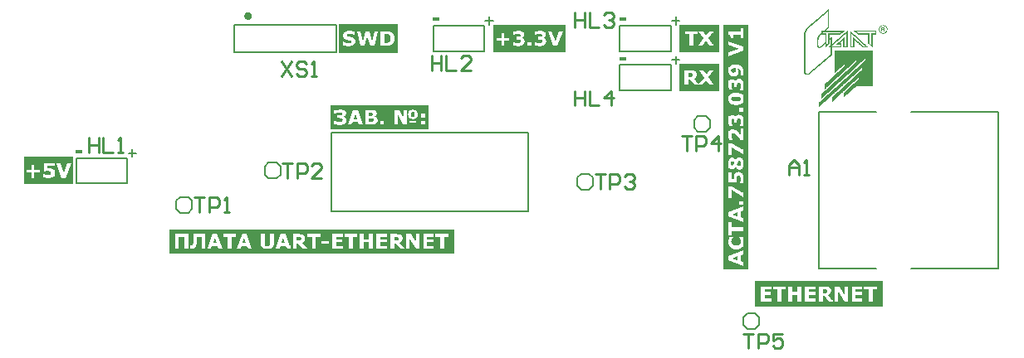
<source format=gto>
G04*
G04 #@! TF.GenerationSoftware,Altium Limited,Altium Designer,22.11.1 (43)*
G04*
G04 Layer_Color=65535*
%FSLAX44Y44*%
%MOMM*%
G71*
G04*
G04 #@! TF.SameCoordinates,DE08DE9B-F6C2-4E1B-A14B-2B9FB2CCB798*
G04*
G04*
G04 #@! TF.FilePolarity,Positive*
G04*
G01*
G75*
%ADD10C,0.4000*%
%ADD11C,0.2000*%
%ADD12C,0.2540*%
%ADD13C,0.2500*%
%ADD14R,0.8000X0.3000*%
G36*
X878057Y358446D02*
X878886D01*
Y358280D01*
X879218D01*
Y358114D01*
X879550D01*
Y357948D01*
X879882D01*
Y357782D01*
X880213D01*
Y357616D01*
X880379D01*
Y357450D01*
X880545D01*
Y357284D01*
X880711D01*
Y357118D01*
X880877D01*
Y356953D01*
X881043D01*
Y356621D01*
X881208D01*
Y356455D01*
X881374D01*
Y356123D01*
X881540D01*
Y355626D01*
X881706D01*
Y355128D01*
X881872D01*
Y353469D01*
X881706D01*
Y352806D01*
X881540D01*
Y352474D01*
X881374D01*
Y352142D01*
X881208D01*
Y351810D01*
X881043D01*
Y351479D01*
X880877D01*
Y351313D01*
X880711D01*
Y351147D01*
X880545D01*
Y350981D01*
X880379D01*
Y350815D01*
X880213D01*
Y350649D01*
X879882D01*
Y350483D01*
X879550D01*
Y350317D01*
X879218D01*
Y350152D01*
X878720D01*
Y349986D01*
X877891D01*
Y349820D01*
X877062D01*
Y349986D01*
X876232D01*
Y350152D01*
X875900D01*
Y350317D01*
X875403D01*
Y350483D01*
X875237D01*
Y350649D01*
X874905D01*
Y350815D01*
X874739D01*
Y350981D01*
X874574D01*
Y351147D01*
X874408D01*
Y351313D01*
X874242D01*
Y351479D01*
X874076D01*
Y351645D01*
X873910D01*
Y351976D01*
X873744D01*
Y352308D01*
X873578D01*
Y352640D01*
X873412D01*
Y353137D01*
X873246D01*
Y355460D01*
X873412D01*
Y355957D01*
X873578D01*
Y356289D01*
X873744D01*
Y356621D01*
X873910D01*
Y356787D01*
X874076D01*
Y356953D01*
X874242D01*
Y357284D01*
X874408D01*
Y357450D01*
X874739D01*
Y357616D01*
X874905D01*
Y357782D01*
X875071D01*
Y357948D01*
X875403D01*
Y358114D01*
X875735D01*
Y358280D01*
X876232D01*
Y358446D01*
X876896D01*
Y358611D01*
X878057D01*
Y358446D01*
D02*
G37*
G36*
X870592Y348991D02*
X870426D01*
Y348825D01*
X866611D01*
Y335886D01*
X866445D01*
Y336052D01*
X866280D01*
Y336218D01*
X866114D01*
Y336384D01*
X865948D01*
Y336550D01*
X865616D01*
Y336716D01*
X865450D01*
Y336881D01*
X865284D01*
Y337047D01*
X865118D01*
Y337213D01*
X864953D01*
Y337379D01*
X864787D01*
Y337545D01*
X864621D01*
Y337711D01*
X864455D01*
Y337877D01*
X864289D01*
Y338043D01*
X864123D01*
Y338209D01*
X863957D01*
Y338374D01*
X863792D01*
Y338540D01*
X863626D01*
Y338706D01*
X863294D01*
Y339038D01*
X862962D01*
Y339204D01*
X862796D01*
Y339370D01*
X862630D01*
Y339535D01*
X862464D01*
Y339701D01*
X862299D01*
Y339867D01*
X862133D01*
Y340033D01*
X861967D01*
Y348825D01*
X852014D01*
Y348991D01*
X851848D01*
Y349156D01*
X851683D01*
Y349322D01*
X851351D01*
Y349488D01*
X851185D01*
Y349654D01*
X851019D01*
Y349820D01*
X850853D01*
Y349986D01*
X850687D01*
Y350152D01*
X850355D01*
Y350317D01*
X850190D01*
Y350483D01*
X850024D01*
Y350649D01*
X849858D01*
Y350815D01*
X849692D01*
Y350981D01*
X849526D01*
Y351147D01*
X849194D01*
Y351313D01*
X849028D01*
Y351479D01*
X848863D01*
Y351645D01*
X848697D01*
Y351810D01*
X848531D01*
Y351976D01*
X848199D01*
Y352142D01*
X848033D01*
Y352308D01*
X847867D01*
Y352474D01*
X847701D01*
Y352640D01*
X847535D01*
Y352806D01*
X847370D01*
Y352972D01*
X870592D01*
Y348991D01*
D02*
G37*
G36*
X844218Y352640D02*
X844384D01*
Y352474D01*
X844550D01*
Y352308D01*
X844716D01*
Y352142D01*
X844882D01*
Y351976D01*
X845047D01*
Y351810D01*
X845213D01*
Y351645D01*
X845379D01*
Y351479D01*
X845545D01*
Y351313D01*
X845711D01*
Y351147D01*
X845877D01*
Y350981D01*
X846043D01*
Y350815D01*
X846374D01*
Y350649D01*
X846540D01*
Y350483D01*
X846706D01*
Y350317D01*
X846872D01*
Y350152D01*
X847038D01*
Y349986D01*
X847204D01*
Y349820D01*
X847370D01*
Y349654D01*
X847535D01*
Y349488D01*
X847701D01*
Y349322D01*
X847867D01*
Y349156D01*
X848033D01*
Y348991D01*
X848199D01*
Y348825D01*
X848365D01*
Y348659D01*
X848531D01*
Y348493D01*
X848863D01*
Y348327D01*
X849028D01*
Y348161D01*
X849194D01*
Y347995D01*
X849360D01*
Y347829D01*
X849526D01*
Y347663D01*
X849692D01*
Y347498D01*
X849858D01*
Y347332D01*
X850024D01*
Y347166D01*
X850190D01*
Y347000D01*
X850355D01*
Y346834D01*
X850521D01*
Y346668D01*
X850687D01*
Y346502D01*
X850853D01*
Y346337D01*
X851019D01*
Y346171D01*
X851185D01*
Y346005D01*
X851517D01*
Y345839D01*
X851683D01*
Y345673D01*
X851848D01*
Y345507D01*
X852014D01*
Y345341D01*
X852180D01*
Y345175D01*
X852346D01*
Y345009D01*
X852512D01*
Y344844D01*
X852678D01*
Y344678D01*
X852844D01*
Y344512D01*
X853009D01*
Y344346D01*
X853175D01*
Y344180D01*
X853341D01*
Y344014D01*
X853507D01*
Y343848D01*
X853673D01*
Y343683D01*
X853839D01*
Y343517D01*
X854171D01*
Y343351D01*
X854336D01*
Y343185D01*
X854502D01*
Y343019D01*
X854668D01*
Y342853D01*
X854834D01*
Y342687D01*
X855000D01*
Y342521D01*
X855166D01*
Y342355D01*
X855332D01*
Y342190D01*
X855498D01*
Y342024D01*
X855664D01*
Y341858D01*
X855829D01*
Y341692D01*
X855995D01*
Y341526D01*
X856327D01*
Y341360D01*
X856493D01*
Y341194D01*
X856659D01*
Y341029D01*
X856825D01*
Y340863D01*
X856991D01*
Y340697D01*
X857156D01*
Y340531D01*
X857322D01*
Y340365D01*
X857488D01*
Y340199D01*
X857654D01*
Y340033D01*
X857820D01*
Y339867D01*
X857986D01*
Y339701D01*
X858152D01*
Y339535D01*
X858317D01*
Y339370D01*
X858649D01*
Y339038D01*
X858981D01*
Y338872D01*
X859147D01*
Y338706D01*
X859313D01*
Y338540D01*
X859479D01*
Y338374D01*
X859645D01*
Y338209D01*
X859810D01*
Y338043D01*
X859976D01*
Y337877D01*
X860142D01*
Y337711D01*
X860308D01*
Y337545D01*
X860474D01*
Y337379D01*
X860640D01*
Y337213D01*
X860806D01*
Y337047D01*
X860972D01*
Y336881D01*
X861137D01*
Y336716D01*
X861303D01*
Y336550D01*
X861635D01*
Y336384D01*
X861801D01*
Y336218D01*
X861967D01*
Y336052D01*
X862133D01*
Y335886D01*
X862299D01*
Y335720D01*
X856493D01*
Y335886D01*
X856327D01*
Y336052D01*
X856161D01*
Y336218D01*
X855995D01*
Y336384D01*
X855829D01*
Y336550D01*
X855498D01*
Y336716D01*
X855332D01*
Y336881D01*
X855166D01*
Y337047D01*
X855000D01*
Y337213D01*
X854834D01*
Y337379D01*
X854668D01*
Y337545D01*
X854502D01*
Y337711D01*
X854336D01*
Y337877D01*
X854171D01*
Y338043D01*
X854005D01*
Y338209D01*
X853839D01*
Y338374D01*
X853507D01*
Y338540D01*
X853341D01*
Y338706D01*
X853175D01*
Y338872D01*
X853009D01*
Y339038D01*
X852844D01*
Y339204D01*
X852678D01*
Y339370D01*
X852512D01*
Y339535D01*
X852346D01*
Y339701D01*
X852180D01*
Y339867D01*
X851848D01*
Y340033D01*
X851683D01*
Y340199D01*
X851517D01*
Y340365D01*
X851351D01*
Y340531D01*
X851185D01*
Y340697D01*
X851019D01*
Y340863D01*
X850853D01*
Y341029D01*
X850687D01*
Y341194D01*
X850521D01*
Y341360D01*
X850355D01*
Y341526D01*
X850024D01*
Y341692D01*
X849858D01*
Y341858D01*
X849692D01*
Y342024D01*
X849526D01*
Y342190D01*
X849360D01*
Y342355D01*
X849194D01*
Y342521D01*
X849028D01*
Y342687D01*
X848863D01*
Y342853D01*
X848697D01*
Y343019D01*
X848365D01*
Y341194D01*
Y341029D01*
Y335720D01*
X843886D01*
Y352806D01*
X844218D01*
Y352640D01*
D02*
G37*
G36*
X822322Y355957D02*
X822156D01*
Y355792D01*
X821991D01*
Y355626D01*
X821825D01*
Y355460D01*
X821659D01*
Y355128D01*
X821327D01*
Y354796D01*
X821161D01*
Y354630D01*
X820829D01*
Y354299D01*
X820664D01*
Y354133D01*
X820498D01*
Y353967D01*
X820332D01*
Y353801D01*
X820166D01*
Y353635D01*
X820000D01*
Y353469D01*
X819834D01*
Y353303D01*
X819668D01*
Y352972D01*
X838247D01*
Y352640D01*
X837915D01*
Y352474D01*
X837749D01*
Y352308D01*
X837583D01*
Y352142D01*
X837417D01*
Y351976D01*
X837251D01*
Y351810D01*
X837085D01*
Y351645D01*
X836753D01*
Y351479D01*
X836588D01*
Y351313D01*
X836422D01*
Y351147D01*
X836256D01*
Y350981D01*
X836090D01*
Y350815D01*
X835924D01*
Y350649D01*
X835758D01*
Y350483D01*
X835426D01*
Y350317D01*
X835261D01*
Y350152D01*
X835095D01*
Y349986D01*
X834929D01*
Y349820D01*
X834763D01*
Y349654D01*
X834597D01*
Y349488D01*
X834431D01*
Y349322D01*
X834100D01*
Y349156D01*
X833934D01*
Y348991D01*
X833768D01*
Y348825D01*
X822986D01*
Y345009D01*
X823152D01*
Y345175D01*
X823483D01*
Y345341D01*
X823649D01*
Y345507D01*
X823815D01*
Y345673D01*
X823981D01*
Y345839D01*
X824313D01*
Y346005D01*
X824479D01*
Y346171D01*
X824810D01*
Y346337D01*
X824976D01*
Y346502D01*
X825142D01*
Y346668D01*
X825308D01*
Y339204D01*
X825474D01*
Y339370D01*
X825806D01*
Y339535D01*
X825972D01*
Y339701D01*
X826137D01*
Y339867D01*
X826303D01*
Y340033D01*
X826469D01*
Y340199D01*
X826635D01*
Y340365D01*
X826801D01*
Y340531D01*
X827133D01*
Y340697D01*
X827299D01*
Y340863D01*
X827465D01*
Y341029D01*
X827630D01*
Y341194D01*
X827796D01*
Y341360D01*
X827962D01*
Y341526D01*
X828128D01*
Y341692D01*
X828460D01*
Y341858D01*
X828626D01*
Y342024D01*
X828792D01*
Y342190D01*
X828957D01*
Y342355D01*
X829123D01*
Y342521D01*
X829289D01*
Y342687D01*
X829455D01*
Y342853D01*
X829621D01*
Y343019D01*
X829953D01*
Y343185D01*
X830118D01*
Y343351D01*
X830284D01*
Y343517D01*
X830450D01*
Y343683D01*
X830616D01*
Y343848D01*
X830782D01*
Y344014D01*
X830948D01*
Y344180D01*
X831114D01*
Y344346D01*
X831445D01*
Y344512D01*
X831611D01*
Y344678D01*
X831777D01*
Y344844D01*
X831943D01*
Y345009D01*
X832109D01*
Y345175D01*
X832275D01*
Y345341D01*
X832441D01*
Y345507D01*
X832607D01*
Y345673D01*
X832938D01*
Y345839D01*
X833104D01*
Y346005D01*
X833270D01*
Y346171D01*
X833436D01*
Y346337D01*
X833602D01*
Y346502D01*
X833768D01*
Y346668D01*
X833934D01*
Y346834D01*
X834265D01*
Y347000D01*
X834431D01*
Y347166D01*
X834597D01*
Y347332D01*
X834763D01*
Y347498D01*
X834929D01*
Y347663D01*
X835095D01*
Y347829D01*
X835261D01*
Y347995D01*
X835426D01*
Y348161D01*
X835758D01*
Y348327D01*
X835924D01*
Y348493D01*
X836090D01*
Y348659D01*
X836256D01*
Y348825D01*
X836422D01*
Y348991D01*
X836588D01*
Y349156D01*
X836753D01*
Y349322D01*
X836919D01*
Y349488D01*
X837251D01*
Y349654D01*
X837417D01*
Y349820D01*
X837583D01*
Y349986D01*
X837749D01*
Y350152D01*
X837915D01*
Y350317D01*
X838081D01*
Y350483D01*
X838247D01*
Y350649D01*
X838578D01*
Y350815D01*
X838744D01*
Y350981D01*
X838910D01*
Y351147D01*
X839076D01*
Y351313D01*
X839242D01*
Y351479D01*
X839408D01*
Y351645D01*
X839574D01*
Y351810D01*
X839739D01*
Y351976D01*
X840071D01*
Y352142D01*
X840237D01*
Y352308D01*
X840403D01*
Y352474D01*
X840569D01*
Y352640D01*
X840735D01*
Y352806D01*
X840900D01*
Y352972D01*
X841066D01*
Y353137D01*
X841398D01*
Y335886D01*
X841232D01*
Y335720D01*
X836588D01*
Y343185D01*
X836422D01*
Y343019D01*
X836256D01*
Y342853D01*
X836090D01*
Y342687D01*
X835758D01*
Y342521D01*
X835592D01*
Y342355D01*
X835426D01*
Y342190D01*
X835261D01*
Y342024D01*
X835095D01*
Y341858D01*
X834929D01*
Y341692D01*
X834763D01*
Y341526D01*
X834597D01*
Y341360D01*
X834431D01*
Y341194D01*
X834265D01*
Y341029D01*
X834100D01*
Y340863D01*
X833934D01*
Y340697D01*
X833768D01*
Y340531D01*
X833602D01*
Y340365D01*
X833270D01*
Y340199D01*
X833104D01*
Y340033D01*
X832938D01*
Y339867D01*
X834763D01*
Y335720D01*
X825308D01*
Y327758D01*
X825142D01*
Y327592D01*
X824976D01*
Y327426D01*
X824810D01*
Y327261D01*
X824479D01*
Y327095D01*
X824313D01*
Y326929D01*
X824147D01*
Y326763D01*
X823981D01*
Y326597D01*
X823815D01*
Y326431D01*
X823483D01*
Y326265D01*
X823317D01*
Y326100D01*
X823152D01*
Y325934D01*
X822986D01*
Y325768D01*
X822820D01*
Y325602D01*
X822488D01*
Y325436D01*
X822322D01*
Y325270D01*
X822156D01*
Y325104D01*
X821991D01*
Y324938D01*
X821825D01*
Y324772D01*
X821659D01*
Y324607D01*
X821327D01*
Y324441D01*
X821161D01*
Y324275D01*
X820995D01*
Y324109D01*
X820829D01*
Y323943D01*
X820664D01*
Y323777D01*
X820332D01*
Y323611D01*
X820166D01*
Y323446D01*
X820000D01*
Y323280D01*
X819834D01*
Y323114D01*
X819668D01*
Y322948D01*
X819336D01*
Y322782D01*
X819171D01*
Y322616D01*
X819005D01*
Y322450D01*
X818839D01*
Y322284D01*
X818673D01*
Y322118D01*
X818341D01*
Y321953D01*
X818175D01*
Y321787D01*
X818009D01*
Y321621D01*
X817844D01*
Y321455D01*
X817678D01*
Y321289D01*
X817512D01*
Y321123D01*
X817346D01*
Y320957D01*
X817014D01*
Y320792D01*
X816848D01*
Y320626D01*
X816683D01*
Y320460D01*
X816517D01*
Y320294D01*
X816185D01*
Y320128D01*
X816019D01*
Y319962D01*
X815853D01*
Y319796D01*
X815687D01*
Y319630D01*
X815521D01*
Y319464D01*
X815355D01*
Y319299D01*
X815024D01*
Y319133D01*
X814858D01*
Y318967D01*
X814692D01*
Y318801D01*
X814526D01*
Y318635D01*
X814360D01*
Y318469D01*
X814194D01*
Y318303D01*
X813863D01*
Y318137D01*
X813697D01*
Y317972D01*
X813531D01*
Y317806D01*
X813365D01*
Y317640D01*
X813033D01*
Y317474D01*
X812867D01*
Y317308D01*
X812701D01*
Y317142D01*
X812536D01*
Y316976D01*
X812370D01*
Y316810D01*
X812204D01*
Y316645D01*
X811872D01*
Y316479D01*
X811706D01*
Y316313D01*
X811540D01*
Y316147D01*
X811374D01*
Y315981D01*
X811208D01*
Y315815D01*
X810877D01*
Y315649D01*
X810711D01*
Y315483D01*
X810545D01*
Y315318D01*
X810379D01*
Y315152D01*
X810213D01*
Y314986D01*
X810047D01*
Y314820D01*
X809716D01*
Y314654D01*
X809550D01*
Y314488D01*
X809384D01*
Y314322D01*
X809218D01*
Y314156D01*
X809052D01*
Y313990D01*
X808720D01*
Y313825D01*
X808555D01*
Y313659D01*
X808389D01*
Y313493D01*
X808223D01*
Y313327D01*
X808057D01*
Y313161D01*
X807725D01*
Y312995D01*
X807559D01*
Y312829D01*
X807393D01*
Y312663D01*
X807227D01*
Y312498D01*
X807062D01*
Y312332D01*
X806896D01*
Y312166D01*
X806564D01*
Y312000D01*
X806398D01*
Y311834D01*
X806232D01*
Y311668D01*
X806066D01*
Y311502D01*
X805900D01*
Y311336D01*
X805569D01*
Y311171D01*
X805403D01*
Y311005D01*
X805237D01*
Y310839D01*
X805071D01*
Y310673D01*
X804905D01*
Y310507D01*
X804739D01*
Y310341D01*
X804408D01*
Y310175D01*
X804242D01*
Y310009D01*
X804076D01*
Y309844D01*
X803910D01*
Y309678D01*
X803744D01*
Y309512D01*
X803412D01*
Y309346D01*
X803247D01*
Y309180D01*
X803081D01*
Y309014D01*
X802915D01*
Y308848D01*
X802749D01*
Y308682D01*
X802583D01*
Y308517D01*
X802417D01*
Y308351D01*
X802251D01*
Y308185D01*
X801919D01*
Y308019D01*
X801588D01*
Y307853D01*
X801090D01*
Y307687D01*
X799100D01*
Y307853D01*
X798602D01*
Y308019D01*
X798270D01*
Y308185D01*
X797938D01*
Y308351D01*
X797773D01*
Y308517D01*
X797607D01*
Y308682D01*
X797441D01*
Y308848D01*
X797275D01*
Y309014D01*
X797109D01*
Y309180D01*
X796943D01*
Y309512D01*
X796777D01*
Y310009D01*
X796611D01*
Y349488D01*
X796777D01*
Y350317D01*
X796943D01*
Y350815D01*
X797109D01*
Y351479D01*
X797275D01*
Y351810D01*
X797441D01*
Y352142D01*
X797607D01*
Y352474D01*
X797773D01*
Y352806D01*
X797938D01*
Y353137D01*
X798104D01*
Y353469D01*
X798270D01*
Y353635D01*
X798436D01*
Y353967D01*
X798602D01*
Y354133D01*
X798768D01*
Y354464D01*
X798934D01*
Y354630D01*
X799100D01*
Y354796D01*
X799265D01*
Y354962D01*
X799431D01*
Y355294D01*
X799597D01*
Y355460D01*
X799763D01*
Y355626D01*
X799929D01*
Y355792D01*
X800095D01*
Y355957D01*
X800261D01*
Y356123D01*
X800426D01*
Y356289D01*
X800592D01*
Y356455D01*
X800758D01*
Y356621D01*
X800924D01*
Y356787D01*
X801090D01*
Y356953D01*
X801256D01*
Y357118D01*
X801422D01*
Y357284D01*
X801588D01*
Y357450D01*
X801754D01*
Y357616D01*
X801919D01*
Y357782D01*
X802085D01*
Y357948D01*
X802251D01*
Y358114D01*
X802417D01*
Y358280D01*
X802749D01*
Y358446D01*
X802915D01*
Y358611D01*
X803081D01*
Y358777D01*
X803247D01*
Y358943D01*
X803412D01*
Y359109D01*
X803578D01*
Y359275D01*
X803744D01*
Y359441D01*
X804076D01*
Y359607D01*
X804242D01*
Y359772D01*
X804408D01*
Y359938D01*
X804574D01*
Y360104D01*
X804739D01*
Y360270D01*
X805071D01*
Y360436D01*
X805237D01*
Y360602D01*
X805403D01*
Y360768D01*
X805569D01*
Y360934D01*
X805900D01*
Y361100D01*
X806066D01*
Y361265D01*
X806232D01*
Y361431D01*
X806398D01*
Y361597D01*
X806564D01*
Y361763D01*
X806896D01*
Y361929D01*
X807062D01*
Y362095D01*
X807227D01*
Y362261D01*
X807393D01*
Y362427D01*
X807559D01*
Y362592D01*
X807891D01*
Y362758D01*
X808057D01*
Y362924D01*
X808223D01*
Y363090D01*
X808389D01*
Y363256D01*
X808555D01*
Y363422D01*
X808720D01*
Y363588D01*
X809052D01*
Y363754D01*
X809218D01*
Y363919D01*
X809384D01*
Y364085D01*
X809550D01*
Y364251D01*
X809716D01*
Y364417D01*
X810047D01*
Y364583D01*
X810213D01*
Y364749D01*
X810379D01*
Y364915D01*
X810545D01*
Y365081D01*
X810711D01*
Y365247D01*
X811043D01*
Y365412D01*
X811208D01*
Y365578D01*
X811374D01*
Y365744D01*
X811540D01*
Y365910D01*
X811706D01*
Y366076D01*
X811872D01*
Y366242D01*
X812204D01*
Y366408D01*
X812370D01*
Y366573D01*
X812536D01*
Y366739D01*
X812701D01*
Y366905D01*
X812867D01*
Y367071D01*
X813033D01*
Y367237D01*
X813365D01*
Y367403D01*
X813531D01*
Y367569D01*
X813697D01*
Y367735D01*
X813863D01*
Y367901D01*
X814028D01*
Y368066D01*
X814194D01*
Y368232D01*
X814360D01*
Y368398D01*
X814692D01*
Y368564D01*
X814858D01*
Y368730D01*
X815024D01*
Y368896D01*
X815190D01*
Y369062D01*
X815355D01*
Y369227D01*
X815521D01*
Y369393D01*
X815687D01*
Y369559D01*
X815853D01*
Y369725D01*
X816185D01*
Y369891D01*
X816351D01*
Y370057D01*
X816517D01*
Y370223D01*
X816683D01*
Y370389D01*
X816848D01*
Y370555D01*
X817014D01*
Y370720D01*
X817180D01*
Y370886D01*
X817346D01*
Y371052D01*
X817678D01*
Y371218D01*
X817844D01*
Y371384D01*
X818009D01*
Y371550D01*
X818175D01*
Y371716D01*
X818341D01*
Y371881D01*
X818507D01*
Y372047D01*
X818673D01*
Y372213D01*
X818839D01*
Y372379D01*
X819005D01*
Y372545D01*
X819171D01*
Y372711D01*
X819336D01*
Y372877D01*
X819668D01*
Y373043D01*
X819834D01*
Y373209D01*
X820000D01*
Y373374D01*
X820166D01*
Y373540D01*
X820332D01*
Y373706D01*
X820498D01*
Y373872D01*
X820664D01*
Y374038D01*
X820829D01*
Y374204D01*
X820995D01*
Y374370D01*
X821161D01*
Y374535D01*
X821327D01*
Y374701D01*
X821493D01*
Y374867D01*
X821659D01*
Y375033D01*
X821825D01*
Y375199D01*
X821991D01*
Y375365D01*
X822156D01*
Y375531D01*
X822322D01*
Y355957D01*
D02*
G37*
G36*
X866611Y295910D02*
X849692D01*
Y295744D01*
X849526D01*
Y295578D01*
X849360D01*
Y295412D01*
X849194D01*
Y295247D01*
X849028D01*
Y295081D01*
X848863D01*
Y294915D01*
X848531D01*
Y294749D01*
X848365D01*
Y294583D01*
X848199D01*
Y294417D01*
X848033D01*
Y294251D01*
X847867D01*
Y294085D01*
X847701D01*
Y293920D01*
X847535D01*
Y293754D01*
X847370D01*
Y293588D01*
X847204D01*
Y293422D01*
X846872D01*
Y293256D01*
X846706D01*
Y293090D01*
X846540D01*
Y292924D01*
X846374D01*
Y292758D01*
X846208D01*
Y292592D01*
X846043D01*
Y292426D01*
X845877D01*
Y292261D01*
X845711D01*
Y292095D01*
X845545D01*
Y291929D01*
X845213D01*
Y291763D01*
X845047D01*
Y291597D01*
X844882D01*
Y291431D01*
X844716D01*
Y291265D01*
X844550D01*
Y291099D01*
X844384D01*
Y290934D01*
X844218D01*
Y290768D01*
X844052D01*
Y290602D01*
X843720D01*
Y290436D01*
X843555D01*
Y290270D01*
X843389D01*
Y290104D01*
X843223D01*
Y289938D01*
X843057D01*
Y289772D01*
X842891D01*
Y289607D01*
X842725D01*
Y289441D01*
X842559D01*
Y289275D01*
X842393D01*
Y289109D01*
X842062D01*
Y288943D01*
X841896D01*
Y288777D01*
X841730D01*
Y288611D01*
X841564D01*
Y288445D01*
X841398D01*
Y288280D01*
X841232D01*
Y288114D01*
X841066D01*
Y287948D01*
X840900D01*
Y287782D01*
X840735D01*
Y287616D01*
X840403D01*
Y287450D01*
X840237D01*
Y287284D01*
X840071D01*
Y287118D01*
X839905D01*
Y286953D01*
X839739D01*
Y286787D01*
X839574D01*
Y286621D01*
X839408D01*
Y286455D01*
X839242D01*
Y286289D01*
X839076D01*
Y286123D01*
X838744D01*
Y285957D01*
X838578D01*
Y285791D01*
X838412D01*
Y285626D01*
X838247D01*
Y285460D01*
X838081D01*
Y285294D01*
X837915D01*
Y285128D01*
X837749D01*
Y284962D01*
X837583D01*
Y289607D01*
X837749D01*
Y289772D01*
X837915D01*
Y289938D01*
X838081D01*
Y290104D01*
X838247D01*
Y290270D01*
X838412D01*
Y290436D01*
X838578D01*
Y290602D01*
X838744D01*
Y290768D01*
X838910D01*
Y290934D01*
X839242D01*
Y291099D01*
X839408D01*
Y291265D01*
X839574D01*
Y291431D01*
X839739D01*
Y291597D01*
X839905D01*
Y291763D01*
X840071D01*
Y291929D01*
X840237D01*
Y292095D01*
X840403D01*
Y292261D01*
X840569D01*
Y292426D01*
X840735D01*
Y292592D01*
X840900D01*
Y292758D01*
X841232D01*
Y292924D01*
X841398D01*
Y293090D01*
X841564D01*
Y293256D01*
X841730D01*
Y293422D01*
X841896D01*
Y293588D01*
X842062D01*
Y293754D01*
X842227D01*
Y293920D01*
X842393D01*
Y294085D01*
X842559D01*
Y294251D01*
X842725D01*
Y294417D01*
X842891D01*
Y294583D01*
X843057D01*
Y294749D01*
X843223D01*
Y294915D01*
X843555D01*
Y295081D01*
X843720D01*
Y295247D01*
X843886D01*
Y295412D01*
X844052D01*
Y295578D01*
X844218D01*
Y295744D01*
X844384D01*
Y295910D01*
X844550D01*
Y296076D01*
X844716D01*
Y296242D01*
X844882D01*
Y296408D01*
X845047D01*
Y296574D01*
X845213D01*
Y296739D01*
X845379D01*
Y296905D01*
X845711D01*
Y297071D01*
X845877D01*
Y297237D01*
X846043D01*
Y297403D01*
X846208D01*
Y297569D01*
X846374D01*
Y297735D01*
X846540D01*
Y297901D01*
X846706D01*
Y298066D01*
X846872D01*
Y298232D01*
X847038D01*
Y298398D01*
X847204D01*
Y298564D01*
X847535D01*
Y298896D01*
X847867D01*
Y299062D01*
X848033D01*
Y299228D01*
X848199D01*
Y299393D01*
X848365D01*
Y299559D01*
X848531D01*
Y299725D01*
X848697D01*
Y299891D01*
X848863D01*
Y300057D01*
X849028D01*
Y300223D01*
X849194D01*
Y300389D01*
X849360D01*
Y300555D01*
X849526D01*
Y300720D01*
X849858D01*
Y300886D01*
X850024D01*
Y301052D01*
X850190D01*
Y301218D01*
X850355D01*
Y301384D01*
X850521D01*
Y301550D01*
X850687D01*
Y301716D01*
X850853D01*
Y301882D01*
X851019D01*
Y302047D01*
X851185D01*
Y302213D01*
X851351D01*
Y302379D01*
X851517D01*
Y302545D01*
X851848D01*
Y302711D01*
X852014D01*
Y302877D01*
X852180D01*
Y303043D01*
X852346D01*
Y304701D01*
X852180D01*
Y304536D01*
X852014D01*
Y304370D01*
X851848D01*
Y304204D01*
X851683D01*
Y304038D01*
X851517D01*
Y303872D01*
X851351D01*
Y303706D01*
X851185D01*
Y303540D01*
X850853D01*
Y303374D01*
X850687D01*
Y303209D01*
X850521D01*
Y303043D01*
X850355D01*
Y302877D01*
X850190D01*
Y302711D01*
X850024D01*
Y302545D01*
X849858D01*
Y302379D01*
X849692D01*
Y302213D01*
X849526D01*
Y302047D01*
X849360D01*
Y301882D01*
X849194D01*
Y301716D01*
X849028D01*
Y301550D01*
X848697D01*
Y301384D01*
X848531D01*
Y301218D01*
X848365D01*
Y301052D01*
X848199D01*
Y300886D01*
X848033D01*
Y300720D01*
X847867D01*
Y300555D01*
X847701D01*
Y300389D01*
X847535D01*
Y300223D01*
X847370D01*
Y300057D01*
X847038D01*
Y299891D01*
X846872D01*
Y299725D01*
X846706D01*
Y299559D01*
X846540D01*
Y299393D01*
X846374D01*
Y299228D01*
X846208D01*
Y299062D01*
X846043D01*
Y298896D01*
X845877D01*
Y298730D01*
X845711D01*
Y298564D01*
X845545D01*
Y298398D01*
X845213D01*
Y298066D01*
X844882D01*
Y297901D01*
X844716D01*
Y297735D01*
X844550D01*
Y297569D01*
X844384D01*
Y297403D01*
X844218D01*
Y297237D01*
X844052D01*
Y297071D01*
X843886D01*
Y296905D01*
X843720D01*
Y296739D01*
X843555D01*
Y296574D01*
X843223D01*
Y296408D01*
X843057D01*
Y296242D01*
X842891D01*
Y296076D01*
X842725D01*
Y295910D01*
X842559D01*
Y295744D01*
X842393D01*
Y295578D01*
X842227D01*
Y295412D01*
X842062D01*
Y295247D01*
X841896D01*
Y295081D01*
X841730D01*
Y294915D01*
X841564D01*
Y294749D01*
X841232D01*
Y294583D01*
X841066D01*
Y294417D01*
X840900D01*
Y294251D01*
X840735D01*
Y294085D01*
X840569D01*
Y293920D01*
X840403D01*
Y293754D01*
X840237D01*
Y293588D01*
X840071D01*
Y293422D01*
X839905D01*
Y293256D01*
X839739D01*
Y293090D01*
X839574D01*
Y292924D01*
X839242D01*
Y292758D01*
X839076D01*
Y292592D01*
X838910D01*
Y292426D01*
X838744D01*
Y292261D01*
X838578D01*
Y292095D01*
X838412D01*
Y291929D01*
X838247D01*
Y291763D01*
X838081D01*
Y291597D01*
X837915D01*
Y291431D01*
X837749D01*
Y291265D01*
X837583D01*
Y291099D01*
X837251D01*
Y290934D01*
X837085D01*
Y290768D01*
X836919D01*
Y290602D01*
X836753D01*
Y290436D01*
X836588D01*
Y290270D01*
X836422D01*
Y290104D01*
X836256D01*
Y289938D01*
X836090D01*
Y289772D01*
X835924D01*
Y289607D01*
X835758D01*
Y289441D01*
X835592D01*
Y289275D01*
X835261D01*
Y289109D01*
X835095D01*
Y288943D01*
X834929D01*
Y288777D01*
X834763D01*
Y288611D01*
X834597D01*
Y288445D01*
X834431D01*
Y288280D01*
X834265D01*
Y288114D01*
X834100D01*
Y287948D01*
X833934D01*
Y287782D01*
X833768D01*
Y287616D01*
X833436D01*
Y287450D01*
X833270D01*
Y287284D01*
X833104D01*
Y287118D01*
X832938D01*
Y286953D01*
X832773D01*
Y286787D01*
X832607D01*
Y286621D01*
X832441D01*
Y286455D01*
X832275D01*
Y286289D01*
X832109D01*
Y286123D01*
X831943D01*
Y285957D01*
X831611D01*
Y285791D01*
X831445D01*
Y285626D01*
X831280D01*
Y285460D01*
X831114D01*
Y285294D01*
X830948D01*
Y285128D01*
X830782D01*
Y284962D01*
X830616D01*
Y284796D01*
X830450D01*
Y284630D01*
X830284D01*
Y284464D01*
X830118D01*
Y284299D01*
X829787D01*
Y283967D01*
X829455D01*
Y283801D01*
X829289D01*
Y283635D01*
X829123D01*
Y283469D01*
X828957D01*
Y283303D01*
X828792D01*
Y283137D01*
X828626D01*
Y282972D01*
X828460D01*
Y282806D01*
X828294D01*
Y282640D01*
X828128D01*
Y282474D01*
X827796D01*
Y282308D01*
X827630D01*
Y282142D01*
X827465D01*
Y281976D01*
X827299D01*
Y281810D01*
X827133D01*
Y281645D01*
X826967D01*
Y281479D01*
X826801D01*
Y281313D01*
X826635D01*
Y281147D01*
X826469D01*
Y280981D01*
X826303D01*
Y280815D01*
X826137D01*
Y280649D01*
X825972D01*
Y280483D01*
X825640D01*
Y280317D01*
X825474D01*
Y280152D01*
X825308D01*
Y284630D01*
X825474D01*
Y284796D01*
X825640D01*
Y284962D01*
X825806D01*
Y285128D01*
X825972D01*
Y285294D01*
X826137D01*
Y285460D01*
X826303D01*
Y285626D01*
X826469D01*
Y285791D01*
X826801D01*
Y285957D01*
X826967D01*
Y286123D01*
X827133D01*
Y286289D01*
X827299D01*
Y286455D01*
X827465D01*
Y286621D01*
X827630D01*
Y286787D01*
X827796D01*
Y286953D01*
X827962D01*
Y287118D01*
X828128D01*
Y287284D01*
X828294D01*
Y287450D01*
X828460D01*
Y287616D01*
X828626D01*
Y287782D01*
X828792D01*
Y287948D01*
X828957D01*
Y288114D01*
X829289D01*
Y288280D01*
X829455D01*
Y288445D01*
X829621D01*
Y288611D01*
X829787D01*
Y288777D01*
X829953D01*
Y288943D01*
X830118D01*
Y289109D01*
X830284D01*
Y289275D01*
X830450D01*
Y289441D01*
X830616D01*
Y289607D01*
X830782D01*
Y289772D01*
X830948D01*
Y289938D01*
X831114D01*
Y290104D01*
X831280D01*
Y290270D01*
X831611D01*
Y290436D01*
X831777D01*
Y290602D01*
X831943D01*
Y290768D01*
X832109D01*
Y290934D01*
X832275D01*
Y291099D01*
X832441D01*
Y291265D01*
X832607D01*
Y291431D01*
X832773D01*
Y291597D01*
X832938D01*
Y291763D01*
X833104D01*
Y291929D01*
X833270D01*
Y292095D01*
X833436D01*
Y292261D01*
X833768D01*
Y292592D01*
X834100D01*
Y292758D01*
X834265D01*
Y292924D01*
X834431D01*
Y293090D01*
X834597D01*
Y293256D01*
X834763D01*
Y293422D01*
X834929D01*
Y293588D01*
X835095D01*
Y293754D01*
X835261D01*
Y293920D01*
X835426D01*
Y294085D01*
X835592D01*
Y294251D01*
X835758D01*
Y294417D01*
X835924D01*
Y294583D01*
X836256D01*
Y294749D01*
X836422D01*
Y294915D01*
X836588D01*
Y295081D01*
X836753D01*
Y295247D01*
X836919D01*
Y295412D01*
X837085D01*
Y295578D01*
X837251D01*
Y295744D01*
X837417D01*
Y295910D01*
X837583D01*
Y296076D01*
X837749D01*
Y296242D01*
X837915D01*
Y296408D01*
X838081D01*
Y296574D01*
X838412D01*
Y296739D01*
X838578D01*
Y296905D01*
X838744D01*
Y297071D01*
X838910D01*
Y297237D01*
X839076D01*
Y297403D01*
X839242D01*
Y297569D01*
X839408D01*
Y297735D01*
X839574D01*
Y297901D01*
X839739D01*
Y298066D01*
X839905D01*
Y298232D01*
X840071D01*
Y298398D01*
X840237D01*
Y298564D01*
X840403D01*
Y298730D01*
X840569D01*
Y298896D01*
X840900D01*
Y299062D01*
X841066D01*
Y299228D01*
X841232D01*
Y299393D01*
X841398D01*
Y299559D01*
X841564D01*
Y299725D01*
X841730D01*
Y299891D01*
X841896D01*
Y300057D01*
X842062D01*
Y300223D01*
X842227D01*
Y300389D01*
X842393D01*
Y300555D01*
X842559D01*
Y300720D01*
X842725D01*
Y300886D01*
X842891D01*
Y301052D01*
X843223D01*
Y301218D01*
X843389D01*
Y301384D01*
X843555D01*
Y301550D01*
X843720D01*
Y301716D01*
X843886D01*
Y301882D01*
X844052D01*
Y302047D01*
X844218D01*
Y302213D01*
X844384D01*
Y302379D01*
X844550D01*
Y302545D01*
X844716D01*
Y302711D01*
X844882D01*
Y302877D01*
X845047D01*
Y303043D01*
X845213D01*
Y303209D01*
X845379D01*
Y303374D01*
X845711D01*
Y303540D01*
X845877D01*
Y303706D01*
X846043D01*
Y303872D01*
X846208D01*
Y304038D01*
X846374D01*
Y304204D01*
X846540D01*
Y304370D01*
X846706D01*
Y304536D01*
X846872D01*
Y304701D01*
X847038D01*
Y304867D01*
X847204D01*
Y305033D01*
X847370D01*
Y305199D01*
X847535D01*
Y305365D01*
X847867D01*
Y305531D01*
X848033D01*
Y305697D01*
X848199D01*
Y305863D01*
X848365D01*
Y306028D01*
X848531D01*
Y306194D01*
X848697D01*
Y306360D01*
X848863D01*
Y306526D01*
X849028D01*
Y306692D01*
X849194D01*
Y306858D01*
X849360D01*
Y307024D01*
X849526D01*
Y307190D01*
X849692D01*
Y307355D01*
X849858D01*
Y307521D01*
X850190D01*
Y307687D01*
X850355D01*
Y307853D01*
X850521D01*
Y308019D01*
X850687D01*
Y308185D01*
X850853D01*
Y308351D01*
X851019D01*
Y308517D01*
X851185D01*
Y308682D01*
X851351D01*
Y308848D01*
X851517D01*
Y309014D01*
X851683D01*
Y309180D01*
X851848D01*
Y309346D01*
X852014D01*
Y309512D01*
X852180D01*
Y309678D01*
X852346D01*
Y309844D01*
X852678D01*
Y310009D01*
X852844D01*
Y310175D01*
X853009D01*
Y310341D01*
X853175D01*
Y310507D01*
X853341D01*
Y310673D01*
X853507D01*
Y310839D01*
X853673D01*
Y311005D01*
X853839D01*
Y311171D01*
X854005D01*
Y311336D01*
X854171D01*
Y311502D01*
X854336D01*
Y311668D01*
X854668D01*
Y311834D01*
X854834D01*
Y312000D01*
X855000D01*
Y312166D01*
X855166D01*
Y312332D01*
X855332D01*
Y312498D01*
X855498D01*
Y312663D01*
X855664D01*
Y314488D01*
X855498D01*
Y314322D01*
X855332D01*
Y314156D01*
X855166D01*
Y313990D01*
X855000D01*
Y313825D01*
X854834D01*
Y313659D01*
X854668D01*
Y313493D01*
X854502D01*
Y313327D01*
X854336D01*
Y313161D01*
X854171D01*
Y312995D01*
X853839D01*
Y312829D01*
X853673D01*
Y312663D01*
X853507D01*
Y312498D01*
X853341D01*
Y312332D01*
X853175D01*
Y312166D01*
X853009D01*
Y312000D01*
X852844D01*
Y311834D01*
X852678D01*
Y311668D01*
X852512D01*
Y311502D01*
X852180D01*
Y311336D01*
X852014D01*
Y311171D01*
X851848D01*
Y311005D01*
X851683D01*
Y310839D01*
X851517D01*
Y310673D01*
X851351D01*
Y310507D01*
X851185D01*
Y310341D01*
X851019D01*
Y310175D01*
X850853D01*
Y310009D01*
X850687D01*
Y309844D01*
X850355D01*
Y309678D01*
X850190D01*
Y309512D01*
X850024D01*
Y309346D01*
X849858D01*
Y309180D01*
X849692D01*
Y309014D01*
X849526D01*
Y308848D01*
X849360D01*
Y308682D01*
X849194D01*
Y308517D01*
X849028D01*
Y308351D01*
X848863D01*
Y308185D01*
X848531D01*
Y308019D01*
X848365D01*
Y307853D01*
X848199D01*
Y307687D01*
X848033D01*
Y307521D01*
X847867D01*
Y307355D01*
X847701D01*
Y307190D01*
X847535D01*
Y307024D01*
X847370D01*
Y306858D01*
X847204D01*
Y306692D01*
X846872D01*
Y306526D01*
X846706D01*
Y306360D01*
X846540D01*
Y306194D01*
X846374D01*
Y306028D01*
X846208D01*
Y305863D01*
X846043D01*
Y305697D01*
X845877D01*
Y305531D01*
X845711D01*
Y305365D01*
X845545D01*
Y305199D01*
X845379D01*
Y305033D01*
X845213D01*
Y304867D01*
X844882D01*
Y304701D01*
X844716D01*
Y304536D01*
X844550D01*
Y304370D01*
X844384D01*
Y304204D01*
X844218D01*
Y304038D01*
X844052D01*
Y303872D01*
X843886D01*
Y303706D01*
X843720D01*
Y303540D01*
X843555D01*
Y303374D01*
X843389D01*
Y303209D01*
X843057D01*
Y303043D01*
X842891D01*
Y302877D01*
X842725D01*
Y302711D01*
X842559D01*
Y302545D01*
X842393D01*
Y302379D01*
X842227D01*
Y302213D01*
X842062D01*
Y302047D01*
X841896D01*
Y301882D01*
X841730D01*
Y301716D01*
X841564D01*
Y301550D01*
X841232D01*
Y301384D01*
X841066D01*
Y301218D01*
X840900D01*
Y301052D01*
X840735D01*
Y300886D01*
X840569D01*
Y300720D01*
X840403D01*
Y300555D01*
X840237D01*
Y300389D01*
X840071D01*
Y300223D01*
X839905D01*
Y300057D01*
X839574D01*
Y299891D01*
X839408D01*
Y299725D01*
X839242D01*
Y299559D01*
X839076D01*
Y299393D01*
X838910D01*
Y299228D01*
X838744D01*
Y299062D01*
X838578D01*
Y298896D01*
X838412D01*
Y298730D01*
X838247D01*
Y298564D01*
X838081D01*
Y298398D01*
X837749D01*
Y298066D01*
X837417D01*
Y297901D01*
X837251D01*
Y297735D01*
X837085D01*
Y297569D01*
X836919D01*
Y297403D01*
X836753D01*
Y297237D01*
X836588D01*
Y297071D01*
X836422D01*
Y296905D01*
X836090D01*
Y296574D01*
X835758D01*
Y296408D01*
X835592D01*
Y296242D01*
X835426D01*
Y296076D01*
X835261D01*
Y295910D01*
X835095D01*
Y295744D01*
X834929D01*
Y295578D01*
X834763D01*
Y295412D01*
X834597D01*
Y295247D01*
X834265D01*
Y295081D01*
X834100D01*
Y294915D01*
X833934D01*
Y294749D01*
X833768D01*
Y294583D01*
X833602D01*
Y294417D01*
X833436D01*
Y294251D01*
X833270D01*
Y294085D01*
X833104D01*
Y293920D01*
X832938D01*
Y293754D01*
X832773D01*
Y293588D01*
X832607D01*
Y293422D01*
X832275D01*
Y293256D01*
X832109D01*
Y293090D01*
X831943D01*
Y292924D01*
X831777D01*
Y292758D01*
X831611D01*
Y292592D01*
X831445D01*
Y292426D01*
X831280D01*
Y292261D01*
X831114D01*
Y292095D01*
X830948D01*
Y291929D01*
X830616D01*
Y291763D01*
X830450D01*
Y291597D01*
X830284D01*
Y291431D01*
X830118D01*
Y291265D01*
X829953D01*
Y291099D01*
X829787D01*
Y290934D01*
X829621D01*
Y290768D01*
X829455D01*
Y290602D01*
X829289D01*
Y290436D01*
X829123D01*
Y290270D01*
X828957D01*
Y290104D01*
X828792D01*
Y289938D01*
X828460D01*
Y289772D01*
X828294D01*
Y289607D01*
X828128D01*
Y289441D01*
X827962D01*
Y289275D01*
X827796D01*
Y289109D01*
X827630D01*
Y288943D01*
X827465D01*
Y288777D01*
X827299D01*
Y288611D01*
X827133D01*
Y288445D01*
X826801D01*
Y288280D01*
X826635D01*
Y288114D01*
X826469D01*
Y287948D01*
X826303D01*
Y287782D01*
X826137D01*
Y287616D01*
X825972D01*
Y287450D01*
X825806D01*
Y287284D01*
X825640D01*
Y287118D01*
X825474D01*
Y286953D01*
X825142D01*
Y286787D01*
X824976D01*
Y286621D01*
X824810D01*
Y286455D01*
X824645D01*
Y286289D01*
X824479D01*
Y286123D01*
X824313D01*
Y285957D01*
X824147D01*
Y285791D01*
X823981D01*
Y285626D01*
X823815D01*
Y285460D01*
X823649D01*
Y285294D01*
X823483D01*
Y285128D01*
X823152D01*
Y284962D01*
X822986D01*
Y284796D01*
X822820D01*
Y284630D01*
X822654D01*
Y284464D01*
X822488D01*
Y284299D01*
X822322D01*
Y284133D01*
X822156D01*
Y283967D01*
X821991D01*
Y283801D01*
X821825D01*
Y283635D01*
X821493D01*
Y283469D01*
X821327D01*
Y283303D01*
X821161D01*
Y283137D01*
X820995D01*
Y282972D01*
X820829D01*
Y282806D01*
X820664D01*
Y282640D01*
X820498D01*
Y282474D01*
X820332D01*
Y282308D01*
X820166D01*
Y282142D01*
X820000D01*
Y281976D01*
X819668D01*
Y281810D01*
X819502D01*
Y281645D01*
X819336D01*
Y281479D01*
X819171D01*
Y281313D01*
X819005D01*
Y281147D01*
X818839D01*
Y280981D01*
X818673D01*
Y280815D01*
X818507D01*
Y280649D01*
X818341D01*
Y280483D01*
X818009D01*
Y280317D01*
X817844D01*
Y280152D01*
X817678D01*
Y279986D01*
X817512D01*
Y279820D01*
X817346D01*
Y279654D01*
X817180D01*
Y279488D01*
X817014D01*
Y279322D01*
X816848D01*
Y279156D01*
X816683D01*
Y278990D01*
X816517D01*
Y278825D01*
X816351D01*
Y278659D01*
X816185D01*
Y278493D01*
X815853D01*
Y278327D01*
X815687D01*
Y278161D01*
X815521D01*
Y277995D01*
X815355D01*
Y277829D01*
X815190D01*
Y277663D01*
X815024D01*
Y277498D01*
X814858D01*
Y277332D01*
X814692D01*
Y277166D01*
X814526D01*
Y277000D01*
X814194D01*
Y276834D01*
X814028D01*
Y276668D01*
X813863D01*
Y276502D01*
X813697D01*
Y276336D01*
X813531D01*
Y276171D01*
X813365D01*
Y276005D01*
X813199D01*
Y275839D01*
X813033D01*
Y275673D01*
X812867D01*
Y275507D01*
X812536D01*
Y275341D01*
X812370D01*
Y275175D01*
X812204D01*
Y275009D01*
X812038D01*
Y274844D01*
X811872D01*
Y274678D01*
X811706D01*
Y274512D01*
X811540D01*
Y278990D01*
X811706D01*
Y279156D01*
X811872D01*
Y279322D01*
X812038D01*
Y279488D01*
X812204D01*
Y279654D01*
X812370D01*
Y279820D01*
X812536D01*
Y279986D01*
X812701D01*
Y280152D01*
X813033D01*
Y280317D01*
X813199D01*
Y280483D01*
X813365D01*
Y280649D01*
X813531D01*
Y280815D01*
X813697D01*
Y280981D01*
X813863D01*
Y281147D01*
X814028D01*
Y281313D01*
X814194D01*
Y281479D01*
X814526D01*
Y281645D01*
X814692D01*
Y281810D01*
X814858D01*
Y281976D01*
X815024D01*
Y282142D01*
X815190D01*
Y282308D01*
X815355D01*
Y282474D01*
X815521D01*
Y282640D01*
X815687D01*
Y282806D01*
X816019D01*
Y282972D01*
X816185D01*
Y283137D01*
X816351D01*
Y283303D01*
X816517D01*
Y283469D01*
X816683D01*
Y283635D01*
X816848D01*
Y283801D01*
X817014D01*
Y283967D01*
X817180D01*
Y284133D01*
X817346D01*
Y284299D01*
X817678D01*
Y284630D01*
X818009D01*
Y284796D01*
X818175D01*
Y284962D01*
X818341D01*
Y285128D01*
X818507D01*
Y285294D01*
X818673D01*
Y285460D01*
X818839D01*
Y285626D01*
X819005D01*
Y285791D01*
X819171D01*
Y285957D01*
X819502D01*
Y286123D01*
X819668D01*
Y286289D01*
X819834D01*
Y286455D01*
X820000D01*
Y286621D01*
X820166D01*
Y286787D01*
X820332D01*
Y286953D01*
X820498D01*
Y287118D01*
X820664D01*
Y287284D01*
X820829D01*
Y287450D01*
X821161D01*
Y287616D01*
X821327D01*
Y287782D01*
X821493D01*
Y287948D01*
X821659D01*
Y288114D01*
X821825D01*
Y288280D01*
X821991D01*
Y288445D01*
X822156D01*
Y288611D01*
X822322D01*
Y288777D01*
X822488D01*
Y288943D01*
X822654D01*
Y289109D01*
X822986D01*
Y289275D01*
X823152D01*
Y289441D01*
X823317D01*
Y289607D01*
X823483D01*
Y289772D01*
X823649D01*
Y289938D01*
X823815D01*
Y290104D01*
X823981D01*
Y290270D01*
X824147D01*
Y290436D01*
X824313D01*
Y290602D01*
X824645D01*
Y290768D01*
X824810D01*
Y290934D01*
X824976D01*
Y291099D01*
X825142D01*
Y291265D01*
X825308D01*
Y291431D01*
X825474D01*
Y291597D01*
X825640D01*
Y291763D01*
X825806D01*
Y291929D01*
X826137D01*
Y292095D01*
X826303D01*
Y292261D01*
X826469D01*
Y292426D01*
X826635D01*
Y292592D01*
X826801D01*
Y292758D01*
X826967D01*
Y292924D01*
X827133D01*
Y293090D01*
X827299D01*
Y293256D01*
X827465D01*
Y293422D01*
X827796D01*
Y293588D01*
X827962D01*
Y293754D01*
X828128D01*
Y293920D01*
X828294D01*
Y294085D01*
X828460D01*
Y294251D01*
X828626D01*
Y294417D01*
X828792D01*
Y294583D01*
X828957D01*
Y294749D01*
X829123D01*
Y294915D01*
X829455D01*
Y295081D01*
X829621D01*
Y295247D01*
X829787D01*
Y295412D01*
X829953D01*
Y295578D01*
X830118D01*
Y295744D01*
X830284D01*
Y295910D01*
X830450D01*
Y296076D01*
X830616D01*
Y296242D01*
X830782D01*
Y296408D01*
X831114D01*
Y296574D01*
X831280D01*
Y296739D01*
X831445D01*
Y296905D01*
X831611D01*
Y297071D01*
X831777D01*
Y297237D01*
X831943D01*
Y297403D01*
X832109D01*
Y297569D01*
X832275D01*
Y297735D01*
X832441D01*
Y297901D01*
X832607D01*
Y298066D01*
X832938D01*
Y298232D01*
X833104D01*
Y298398D01*
X833270D01*
Y298564D01*
X833436D01*
Y298730D01*
X833602D01*
Y298896D01*
X833768D01*
Y299062D01*
X833934D01*
Y299228D01*
X834265D01*
Y299393D01*
X834431D01*
Y299559D01*
X834597D01*
Y299725D01*
X834763D01*
Y299891D01*
X834929D01*
Y300057D01*
X835095D01*
Y300223D01*
X835261D01*
Y300389D01*
X835426D01*
Y300555D01*
X835592D01*
Y300720D01*
X835758D01*
Y300886D01*
X835924D01*
Y301052D01*
X836090D01*
Y301218D01*
X836256D01*
Y301384D01*
X836588D01*
Y301716D01*
X836919D01*
Y301882D01*
X837085D01*
Y302047D01*
X837251D01*
Y302213D01*
X837417D01*
Y302379D01*
X837583D01*
Y302545D01*
X837749D01*
Y302711D01*
X837915D01*
Y302877D01*
X838081D01*
Y303043D01*
X838247D01*
Y303209D01*
X838412D01*
Y303374D01*
X838578D01*
Y303540D01*
X838910D01*
Y303706D01*
X839076D01*
Y303872D01*
X839242D01*
Y304038D01*
X839408D01*
Y304204D01*
X839574D01*
Y304370D01*
X839739D01*
Y304536D01*
X839905D01*
Y304701D01*
X840071D01*
Y304867D01*
X840237D01*
Y305033D01*
X840403D01*
Y305199D01*
X840569D01*
Y305365D01*
X840735D01*
Y305531D01*
X841066D01*
Y305697D01*
X841232D01*
Y305863D01*
X841398D01*
Y306028D01*
X841564D01*
Y306194D01*
X841730D01*
Y306360D01*
X841896D01*
Y306526D01*
X842062D01*
Y306692D01*
X842227D01*
Y306858D01*
X842393D01*
Y307024D01*
X842559D01*
Y307190D01*
X842725D01*
Y307355D01*
X842891D01*
Y307521D01*
X843057D01*
Y307687D01*
X843223D01*
Y307853D01*
X843555D01*
Y308019D01*
X843720D01*
Y308185D01*
X843886D01*
Y308351D01*
X844052D01*
Y308517D01*
X844218D01*
Y308682D01*
X844384D01*
Y308848D01*
X844550D01*
Y309014D01*
X844716D01*
Y309180D01*
X844882D01*
Y309346D01*
X845047D01*
Y309512D01*
X845213D01*
Y309678D01*
X845379D01*
Y309844D01*
X845545D01*
Y310009D01*
X845877D01*
Y310175D01*
X846043D01*
Y310341D01*
X846208D01*
Y310507D01*
X846374D01*
Y310673D01*
X846540D01*
Y310839D01*
X846706D01*
Y311005D01*
X846872D01*
Y311171D01*
X847038D01*
Y311336D01*
X847204D01*
Y311502D01*
X847370D01*
Y311668D01*
X847535D01*
Y311834D01*
X847701D01*
Y312000D01*
X847867D01*
Y312166D01*
X848033D01*
Y312332D01*
X848365D01*
Y312498D01*
X848531D01*
Y312663D01*
X848697D01*
Y312829D01*
X848863D01*
Y312995D01*
X849028D01*
Y313161D01*
X849194D01*
Y313327D01*
X849360D01*
Y313493D01*
X849526D01*
Y313659D01*
X849692D01*
Y313825D01*
X849858D01*
Y313990D01*
X850024D01*
Y314156D01*
X850190D01*
Y314322D01*
X850521D01*
Y314488D01*
X850687D01*
Y314654D01*
X850853D01*
Y314820D01*
X851019D01*
Y314986D01*
X851185D01*
Y315152D01*
X851351D01*
Y315318D01*
X851517D01*
Y315483D01*
X851683D01*
Y315649D01*
X851848D01*
Y315815D01*
X852014D01*
Y315981D01*
X852180D01*
Y316147D01*
X852346D01*
Y316313D01*
X852678D01*
Y316645D01*
X853009D01*
Y316976D01*
X853341D01*
Y317142D01*
X853507D01*
Y317308D01*
X853673D01*
Y317474D01*
X853839D01*
Y317640D01*
X854005D01*
Y317806D01*
X854171D01*
Y317972D01*
X854336D01*
Y318137D01*
X854502D01*
Y318303D01*
X854668D01*
Y318469D01*
X854834D01*
Y318635D01*
X855000D01*
Y318801D01*
X855166D01*
Y318967D01*
X855498D01*
Y319133D01*
X855664D01*
Y319299D01*
X855829D01*
Y319464D01*
X855995D01*
Y319630D01*
X856161D01*
Y319796D01*
X856327D01*
Y319962D01*
X856493D01*
Y320128D01*
X856659D01*
Y320294D01*
X856825D01*
Y320460D01*
X856991D01*
Y320626D01*
X857156D01*
Y320792D01*
X857322D01*
Y320957D01*
X857654D01*
Y321123D01*
X857820D01*
Y321289D01*
X857986D01*
Y321455D01*
X858152D01*
Y321621D01*
X858317D01*
Y321787D01*
X858483D01*
Y321953D01*
X858649D01*
Y322118D01*
X858815D01*
Y322284D01*
X858981D01*
Y322450D01*
X859147D01*
Y322616D01*
X859313D01*
Y324441D01*
X858981D01*
Y324275D01*
X858815D01*
Y324109D01*
X858649D01*
Y323943D01*
X858483D01*
Y323777D01*
X858317D01*
Y323611D01*
X858152D01*
Y323446D01*
X857986D01*
Y323280D01*
X857654D01*
Y323114D01*
X857488D01*
Y322948D01*
X857322D01*
Y322782D01*
X857156D01*
Y322616D01*
X856991D01*
Y322450D01*
X856825D01*
Y322284D01*
X856659D01*
Y322118D01*
X856493D01*
Y321953D01*
X856327D01*
Y321787D01*
X856161D01*
Y321621D01*
X855995D01*
Y321455D01*
X855829D01*
Y321289D01*
X855664D01*
Y321123D01*
X855498D01*
Y320957D01*
X855166D01*
Y320792D01*
X855000D01*
Y320626D01*
X854834D01*
Y320460D01*
X854668D01*
Y320294D01*
X854502D01*
Y320128D01*
X854336D01*
Y319962D01*
X854171D01*
Y319796D01*
X854005D01*
Y319630D01*
X853839D01*
Y319464D01*
X853673D01*
Y319299D01*
X853507D01*
Y319133D01*
X853341D01*
Y318967D01*
X853009D01*
Y318801D01*
X852844D01*
Y318635D01*
X852678D01*
Y318469D01*
X852512D01*
Y318303D01*
X852346D01*
Y318137D01*
X852180D01*
Y317972D01*
X852014D01*
Y317806D01*
X851848D01*
Y317640D01*
X851683D01*
Y317474D01*
X851517D01*
Y317308D01*
X851351D01*
Y317142D01*
X851019D01*
Y316976D01*
X850853D01*
Y316810D01*
X850687D01*
Y316645D01*
X850521D01*
Y316479D01*
X850355D01*
Y316313D01*
X850190D01*
Y316147D01*
X850024D01*
Y315981D01*
X849858D01*
Y315815D01*
X849692D01*
Y315649D01*
X849526D01*
Y315483D01*
X849360D01*
Y315318D01*
X849194D01*
Y315152D01*
X849028D01*
Y314986D01*
X848863D01*
Y314820D01*
X848697D01*
Y314654D01*
X848365D01*
Y314488D01*
X848199D01*
Y314322D01*
X848033D01*
Y314156D01*
X847867D01*
Y313990D01*
X847701D01*
Y313825D01*
X847535D01*
Y313659D01*
X847370D01*
Y313493D01*
X847204D01*
Y313327D01*
X847038D01*
Y313161D01*
X846872D01*
Y312995D01*
X846706D01*
Y312829D01*
X846540D01*
Y312663D01*
X846208D01*
Y312498D01*
X846043D01*
Y312332D01*
X845877D01*
Y312166D01*
X845711D01*
Y312000D01*
X845545D01*
Y311834D01*
X845379D01*
Y311668D01*
X845213D01*
Y311502D01*
X845047D01*
Y311336D01*
X844882D01*
Y311171D01*
X844716D01*
Y311005D01*
X844550D01*
Y310839D01*
X844384D01*
Y310673D01*
X844218D01*
Y310507D01*
X843886D01*
Y310341D01*
X843720D01*
Y310175D01*
X843555D01*
Y310009D01*
X843389D01*
Y309844D01*
X843223D01*
Y309678D01*
X843057D01*
Y309512D01*
X842891D01*
Y309346D01*
X842725D01*
Y309180D01*
X842559D01*
Y309014D01*
X842393D01*
Y308848D01*
X842227D01*
Y308682D01*
X842062D01*
Y308517D01*
X841730D01*
Y308351D01*
X841564D01*
Y308185D01*
X841398D01*
Y308019D01*
X841232D01*
Y307853D01*
X841066D01*
Y307687D01*
X840900D01*
Y307521D01*
X840735D01*
Y307355D01*
X840569D01*
Y307190D01*
X840403D01*
Y307024D01*
X840237D01*
Y306858D01*
X840071D01*
Y306692D01*
X839739D01*
Y306360D01*
X839408D01*
Y306028D01*
X839076D01*
Y305863D01*
X838910D01*
Y305697D01*
X838744D01*
Y305531D01*
X838578D01*
Y305365D01*
X838412D01*
Y305199D01*
X838247D01*
Y305033D01*
X838081D01*
Y304867D01*
X837915D01*
Y304701D01*
X837749D01*
Y304536D01*
X837583D01*
Y304370D01*
X837417D01*
Y304204D01*
X837085D01*
Y304038D01*
X836919D01*
Y303872D01*
X836753D01*
Y303706D01*
X836588D01*
Y303540D01*
X836422D01*
Y303374D01*
X836256D01*
Y303209D01*
X836090D01*
Y303043D01*
X835924D01*
Y302877D01*
X835758D01*
Y302711D01*
X835592D01*
Y302545D01*
X835426D01*
Y302379D01*
X835261D01*
Y302213D01*
X834929D01*
Y302047D01*
X834763D01*
Y301882D01*
X834597D01*
Y301716D01*
X834431D01*
Y301550D01*
X834265D01*
Y301384D01*
X834100D01*
Y301218D01*
X833934D01*
Y301052D01*
X833768D01*
Y300886D01*
X833602D01*
Y300720D01*
X833436D01*
Y300555D01*
X833270D01*
Y300389D01*
X833104D01*
Y300223D01*
X832938D01*
Y300057D01*
X832607D01*
Y299891D01*
X832441D01*
Y299725D01*
X832275D01*
Y299559D01*
X832109D01*
Y299393D01*
X831943D01*
Y299228D01*
X831777D01*
Y299062D01*
X831611D01*
Y298896D01*
X831445D01*
Y298730D01*
X831280D01*
Y298564D01*
X831114D01*
Y298398D01*
X830948D01*
Y298232D01*
X830782D01*
Y298066D01*
X830616D01*
Y297901D01*
X830284D01*
Y297735D01*
X830118D01*
Y297569D01*
X829953D01*
Y297403D01*
X829787D01*
Y297237D01*
X829621D01*
Y297071D01*
X829455D01*
Y296905D01*
X829289D01*
Y296739D01*
X829123D01*
Y296574D01*
X828957D01*
Y296408D01*
X828792D01*
Y296242D01*
X828626D01*
Y296076D01*
X828460D01*
Y295910D01*
X828294D01*
Y295744D01*
X827962D01*
Y295578D01*
X827796D01*
Y295412D01*
X827630D01*
Y295247D01*
X827465D01*
Y295081D01*
X827299D01*
Y294915D01*
X827133D01*
Y294749D01*
X826967D01*
Y294583D01*
X826801D01*
Y294417D01*
X826635D01*
Y294251D01*
X826469D01*
Y294085D01*
X826303D01*
Y293920D01*
X825972D01*
Y293754D01*
X825806D01*
Y293588D01*
X825640D01*
Y293422D01*
X825474D01*
Y293256D01*
X825308D01*
Y293090D01*
X825142D01*
Y292924D01*
X824976D01*
Y292758D01*
X824810D01*
Y292592D01*
X824645D01*
Y292426D01*
X824479D01*
Y292261D01*
X824313D01*
Y292095D01*
X824147D01*
Y291929D01*
X823981D01*
Y291763D01*
X823649D01*
Y291431D01*
X823317D01*
Y291265D01*
X823152D01*
Y291099D01*
X822986D01*
Y290934D01*
X822820D01*
Y290768D01*
X822654D01*
Y290602D01*
X822488D01*
Y290436D01*
X822322D01*
Y290270D01*
X822156D01*
Y290104D01*
X821991D01*
Y289938D01*
X821825D01*
Y289772D01*
X821659D01*
Y289607D01*
X821493D01*
Y289441D01*
X821161D01*
Y289275D01*
X820995D01*
Y289109D01*
X820829D01*
Y288943D01*
X820664D01*
Y288777D01*
X820498D01*
Y288611D01*
X820332D01*
Y288445D01*
X820166D01*
Y288280D01*
X820000D01*
Y288114D01*
X819834D01*
Y287948D01*
X819668D01*
Y287782D01*
X819502D01*
Y287616D01*
X819171D01*
Y287450D01*
X819005D01*
Y287284D01*
X818839D01*
Y287118D01*
X818673D01*
Y286953D01*
X818507D01*
Y286787D01*
X818341D01*
Y286621D01*
X818175D01*
Y286455D01*
X818009D01*
Y286289D01*
X817844D01*
Y286123D01*
X817678D01*
Y285957D01*
X817512D01*
Y285791D01*
X817346D01*
Y285626D01*
X817180D01*
Y285460D01*
X817014D01*
Y285294D01*
X816683D01*
Y285128D01*
X816517D01*
Y284962D01*
X816351D01*
Y284796D01*
X816185D01*
Y284630D01*
X816019D01*
Y284464D01*
X815853D01*
Y284299D01*
X815687D01*
Y284133D01*
X815521D01*
Y283967D01*
X815355D01*
Y283801D01*
X815190D01*
Y283635D01*
X815024D01*
Y283469D01*
X814692D01*
Y283303D01*
X814526D01*
Y283137D01*
X814360D01*
Y282972D01*
X814194D01*
Y287948D01*
X814360D01*
Y288114D01*
X814526D01*
Y288280D01*
X814858D01*
Y288445D01*
X815024D01*
Y288611D01*
X815190D01*
Y288777D01*
X815355D01*
Y288943D01*
X815521D01*
Y289109D01*
X815687D01*
Y289275D01*
X815853D01*
Y289441D01*
X816019D01*
Y289607D01*
X816185D01*
Y289772D01*
X816351D01*
Y289938D01*
X816517D01*
Y290104D01*
X816848D01*
Y290270D01*
X817014D01*
Y290436D01*
X817180D01*
Y290602D01*
X817346D01*
Y290768D01*
X817512D01*
Y290934D01*
X817678D01*
Y291099D01*
X817844D01*
Y291265D01*
X818009D01*
Y291431D01*
X818175D01*
Y291597D01*
X818341D01*
Y291763D01*
X818507D01*
Y291929D01*
X818839D01*
Y292261D01*
X819171D01*
Y292426D01*
X819336D01*
Y292592D01*
X819502D01*
Y292758D01*
X819668D01*
Y292924D01*
X819834D01*
Y293090D01*
X820000D01*
Y293256D01*
X820166D01*
Y293422D01*
X820332D01*
Y293588D01*
X820498D01*
Y293754D01*
X820664D01*
Y293920D01*
X820829D01*
Y294085D01*
X820995D01*
Y294251D01*
X821327D01*
Y294417D01*
X821493D01*
Y294583D01*
X821659D01*
Y294749D01*
X821825D01*
Y294915D01*
X821991D01*
Y295081D01*
X822156D01*
Y295247D01*
X822322D01*
Y295412D01*
X822488D01*
Y295578D01*
X822654D01*
Y295744D01*
X822820D01*
Y295910D01*
X823152D01*
Y296076D01*
X823317D01*
Y296242D01*
X823483D01*
Y296408D01*
X823649D01*
Y296574D01*
X823815D01*
Y296739D01*
X823981D01*
Y296905D01*
X824147D01*
Y297071D01*
X824313D01*
Y297237D01*
X824479D01*
Y297403D01*
X824645D01*
Y297569D01*
X824810D01*
Y297735D01*
X824976D01*
Y297901D01*
X825308D01*
Y298066D01*
X825474D01*
Y298232D01*
X825640D01*
Y298398D01*
X825806D01*
Y298564D01*
X825972D01*
Y298730D01*
X826137D01*
Y298896D01*
X826303D01*
Y299062D01*
X826469D01*
Y299228D01*
X826635D01*
Y299393D01*
X826801D01*
Y299559D01*
X826967D01*
Y299725D01*
X827133D01*
Y299891D01*
X827465D01*
Y300057D01*
X827630D01*
Y300223D01*
X827796D01*
Y300389D01*
X827962D01*
Y300555D01*
X828128D01*
Y300720D01*
X828294D01*
Y300886D01*
X828460D01*
Y301052D01*
X828626D01*
Y301218D01*
X828792D01*
Y301384D01*
X828957D01*
Y301550D01*
X829123D01*
Y301716D01*
X829455D01*
Y301882D01*
X829621D01*
Y302047D01*
X829787D01*
Y302213D01*
X829953D01*
Y302379D01*
X830118D01*
Y302545D01*
X830284D01*
Y302711D01*
X830450D01*
Y302877D01*
X830616D01*
Y303043D01*
X830782D01*
Y303209D01*
X830948D01*
Y303374D01*
X831114D01*
Y303540D01*
X831280D01*
Y303706D01*
X831611D01*
Y303872D01*
X831777D01*
Y304038D01*
X831943D01*
Y304204D01*
X832109D01*
Y304370D01*
X832275D01*
Y304536D01*
X832441D01*
Y304701D01*
X832607D01*
Y304867D01*
X832773D01*
Y305033D01*
X832938D01*
Y305199D01*
X833104D01*
Y305365D01*
X833436D01*
Y305531D01*
X833602D01*
Y305697D01*
X833768D01*
Y305863D01*
X833934D01*
Y306028D01*
X834100D01*
Y306194D01*
X834265D01*
Y306360D01*
X834431D01*
Y306526D01*
X834597D01*
Y306692D01*
X834763D01*
Y306858D01*
X834929D01*
Y307024D01*
X835095D01*
Y307190D01*
X835261D01*
Y307355D01*
X835426D01*
Y307521D01*
X835758D01*
Y307687D01*
X835924D01*
Y307853D01*
X836090D01*
Y308019D01*
X836256D01*
Y308185D01*
X836422D01*
Y308351D01*
X836588D01*
Y308517D01*
X836753D01*
Y308682D01*
X836919D01*
Y308848D01*
X837085D01*
Y309014D01*
X837251D01*
Y309180D01*
X837417D01*
Y309346D01*
X837583D01*
Y309512D01*
X837915D01*
Y309678D01*
X838081D01*
Y309844D01*
X838247D01*
Y310009D01*
X838412D01*
Y310175D01*
X838578D01*
Y310341D01*
X838744D01*
Y310507D01*
X838910D01*
Y310673D01*
X839076D01*
Y310839D01*
X839242D01*
Y311005D01*
X839408D01*
Y311171D01*
X839574D01*
Y311336D01*
X839739D01*
Y311502D01*
X840071D01*
Y311668D01*
X840237D01*
Y311834D01*
X840403D01*
Y312000D01*
X840569D01*
Y312166D01*
X840735D01*
Y312332D01*
X840900D01*
Y312498D01*
X841066D01*
Y312663D01*
X841232D01*
Y312829D01*
X841398D01*
Y312995D01*
X841564D01*
Y313161D01*
X841896D01*
Y313327D01*
X842062D01*
Y313493D01*
X842227D01*
Y313659D01*
X842393D01*
Y313825D01*
X842559D01*
Y313990D01*
X842725D01*
Y314156D01*
X842891D01*
Y314322D01*
X843057D01*
Y314488D01*
X843223D01*
Y314654D01*
X843389D01*
Y314820D01*
X843555D01*
Y314986D01*
X843720D01*
Y315152D01*
X844052D01*
Y315483D01*
X844384D01*
Y315649D01*
X844550D01*
Y315815D01*
X844716D01*
Y315981D01*
X844882D01*
Y316147D01*
X845047D01*
Y316313D01*
X845213D01*
Y316479D01*
X845379D01*
Y316645D01*
X845545D01*
Y316810D01*
X845711D01*
Y316976D01*
X845877D01*
Y317142D01*
X846208D01*
Y317308D01*
X846374D01*
Y317474D01*
X846540D01*
Y317640D01*
X846706D01*
Y317806D01*
X846872D01*
Y317972D01*
X847038D01*
Y318137D01*
X847204D01*
Y318303D01*
X847370D01*
Y318469D01*
X847535D01*
Y318635D01*
X847701D01*
Y318801D01*
X847867D01*
Y318967D01*
X848199D01*
Y319133D01*
X848365D01*
Y319299D01*
X848531D01*
Y319464D01*
X848697D01*
Y319630D01*
X848863D01*
Y319796D01*
X849028D01*
Y319962D01*
X849194D01*
Y320128D01*
X849360D01*
Y320294D01*
X849526D01*
Y320460D01*
X849692D01*
Y320626D01*
X849858D01*
Y322284D01*
X849526D01*
Y322118D01*
X849360D01*
Y321953D01*
X849194D01*
Y321787D01*
X849028D01*
Y321621D01*
X848863D01*
Y321455D01*
X848697D01*
Y321289D01*
X848531D01*
Y321123D01*
X848199D01*
Y320957D01*
X848033D01*
Y320792D01*
X847867D01*
Y320626D01*
X847701D01*
Y320460D01*
X847535D01*
Y320294D01*
X847370D01*
Y320128D01*
X847204D01*
Y319962D01*
X847038D01*
Y319796D01*
X846872D01*
Y319630D01*
X846706D01*
Y319464D01*
X846540D01*
Y319299D01*
X846208D01*
Y319133D01*
X846043D01*
Y318967D01*
X845877D01*
Y318801D01*
X845711D01*
Y318635D01*
X845545D01*
Y318469D01*
X845379D01*
Y318303D01*
X845213D01*
Y318137D01*
X845047D01*
Y317972D01*
X844882D01*
Y317806D01*
X844716D01*
Y317640D01*
X844550D01*
Y317474D01*
X844384D01*
Y317308D01*
X844052D01*
Y316976D01*
X843720D01*
Y316810D01*
X843555D01*
Y316645D01*
X843389D01*
Y316479D01*
X843223D01*
Y316313D01*
X843057D01*
Y316147D01*
X842891D01*
Y315981D01*
X842725D01*
Y315815D01*
X842559D01*
Y315649D01*
X842393D01*
Y315483D01*
X842227D01*
Y315318D01*
X842062D01*
Y315152D01*
X841730D01*
Y314986D01*
X841564D01*
Y314820D01*
X841398D01*
Y314654D01*
X841232D01*
Y314488D01*
X841066D01*
Y314322D01*
X840900D01*
Y314156D01*
X840735D01*
Y313990D01*
X840569D01*
Y313825D01*
X840403D01*
Y313659D01*
X840237D01*
Y313493D01*
X840071D01*
Y313327D01*
X839739D01*
Y313161D01*
X839574D01*
Y312995D01*
X839408D01*
Y312829D01*
X839242D01*
Y312663D01*
X839076D01*
Y312498D01*
X838910D01*
Y312332D01*
X838744D01*
Y312166D01*
X838578D01*
Y312000D01*
X838412D01*
Y311834D01*
X838247D01*
Y311668D01*
X838081D01*
Y311502D01*
X837915D01*
Y311336D01*
X837749D01*
Y311171D01*
X837417D01*
Y311005D01*
X837251D01*
Y310839D01*
X837085D01*
Y310673D01*
X836919D01*
Y310507D01*
X836753D01*
Y310341D01*
X836588D01*
Y310175D01*
X836422D01*
Y310009D01*
X836256D01*
Y309844D01*
X836090D01*
Y309678D01*
X835924D01*
Y309512D01*
X835758D01*
Y309346D01*
X835592D01*
Y309180D01*
X835426D01*
Y309014D01*
X835095D01*
Y308848D01*
X834929D01*
Y308682D01*
X834763D01*
Y308517D01*
X834597D01*
Y308351D01*
X834431D01*
Y308185D01*
X834265D01*
Y308019D01*
X834100D01*
Y307853D01*
X833934D01*
Y307687D01*
X833768D01*
Y307521D01*
X833602D01*
Y307355D01*
X833436D01*
Y307190D01*
X833270D01*
Y307024D01*
X832938D01*
Y306858D01*
X832773D01*
Y306692D01*
X832607D01*
Y306526D01*
X832441D01*
Y306360D01*
X832275D01*
Y306194D01*
X832109D01*
Y306028D01*
X831943D01*
Y305863D01*
X831777D01*
Y305697D01*
X831611D01*
Y305531D01*
X831445D01*
Y305365D01*
X831280D01*
Y305199D01*
X830948D01*
Y305033D01*
X830782D01*
Y304867D01*
X830616D01*
Y304701D01*
X830450D01*
Y304536D01*
X830284D01*
Y304370D01*
X830118D01*
Y304204D01*
X829953D01*
Y304038D01*
X829787D01*
Y303872D01*
X829621D01*
Y303706D01*
X829455D01*
Y303540D01*
X829289D01*
Y303374D01*
X829123D01*
Y303209D01*
X828792D01*
Y302877D01*
X828460D01*
Y302711D01*
X828294D01*
Y302545D01*
X828128D01*
Y302379D01*
X827962D01*
Y302213D01*
X827796D01*
Y302047D01*
X827630D01*
Y301882D01*
X827465D01*
Y301716D01*
X827299D01*
Y301550D01*
X827133D01*
Y301384D01*
X826967D01*
Y301218D01*
X826801D01*
Y301052D01*
X826469D01*
Y300886D01*
X826303D01*
Y300720D01*
X826137D01*
Y300555D01*
X825972D01*
Y300389D01*
X825806D01*
Y300223D01*
X825640D01*
Y300057D01*
X825474D01*
Y299891D01*
X825308D01*
Y299725D01*
X825142D01*
Y299559D01*
X824976D01*
Y299393D01*
X824810D01*
Y299228D01*
X824479D01*
Y299062D01*
X824313D01*
Y298896D01*
X824147D01*
Y298730D01*
X823981D01*
Y298564D01*
X823815D01*
Y298398D01*
X823649D01*
Y298232D01*
X823483D01*
Y298066D01*
X823317D01*
Y297901D01*
X823152D01*
Y297735D01*
X822986D01*
Y297569D01*
X822820D01*
Y297403D01*
X822654D01*
Y297237D01*
X822488D01*
Y297071D01*
X822156D01*
Y296905D01*
X821991D01*
Y296739D01*
X821825D01*
Y296574D01*
X821659D01*
Y296408D01*
X821493D01*
Y296242D01*
X821327D01*
Y296076D01*
X821161D01*
Y295910D01*
X820995D01*
Y295744D01*
X820829D01*
Y295578D01*
X820664D01*
Y295412D01*
X820498D01*
Y295247D01*
X820332D01*
Y295081D01*
X820000D01*
Y294915D01*
X819834D01*
Y294749D01*
X819668D01*
Y294583D01*
X819502D01*
Y294417D01*
X819336D01*
Y294251D01*
X819171D01*
Y294085D01*
X819005D01*
Y293920D01*
X818839D01*
Y293754D01*
X818673D01*
Y293588D01*
X818507D01*
Y293422D01*
X818341D01*
Y293256D01*
X818175D01*
Y293090D01*
X818009D01*
Y292924D01*
X817678D01*
Y292758D01*
X817512D01*
Y297735D01*
X817678D01*
Y297901D01*
X817844D01*
Y298066D01*
X818009D01*
Y298232D01*
X818175D01*
Y298398D01*
X818341D01*
Y298564D01*
X818507D01*
Y298730D01*
X818673D01*
Y298896D01*
X818839D01*
Y299062D01*
X819005D01*
Y299228D01*
X819171D01*
Y299393D01*
X819336D01*
Y299559D01*
X819668D01*
Y299891D01*
X820000D01*
Y300057D01*
X820166D01*
Y300223D01*
X820332D01*
Y300389D01*
X820498D01*
Y300555D01*
X820664D01*
Y300720D01*
X820829D01*
Y300886D01*
X820995D01*
Y301052D01*
X821161D01*
Y301218D01*
X821327D01*
Y301384D01*
X821493D01*
Y301550D01*
X821659D01*
Y301716D01*
X821991D01*
Y302047D01*
X822322D01*
Y302213D01*
X822488D01*
Y302379D01*
X822654D01*
Y302545D01*
X822820D01*
Y302711D01*
X822986D01*
Y302877D01*
X823152D01*
Y303043D01*
X823317D01*
Y303209D01*
X823483D01*
Y303374D01*
X823649D01*
Y303540D01*
X823815D01*
Y303706D01*
X823981D01*
Y303872D01*
X824147D01*
Y304038D01*
X824479D01*
Y304204D01*
X824645D01*
Y304370D01*
X824810D01*
Y304536D01*
X824976D01*
Y304701D01*
X825142D01*
Y304867D01*
X825308D01*
Y305033D01*
X825474D01*
Y305199D01*
X825640D01*
Y305365D01*
X825806D01*
Y305531D01*
X825972D01*
Y305697D01*
X826137D01*
Y305863D01*
X826303D01*
Y306028D01*
X826635D01*
Y306194D01*
X826801D01*
Y306360D01*
X826967D01*
Y306526D01*
X827133D01*
Y306692D01*
X827299D01*
Y306858D01*
X827465D01*
Y307024D01*
X827630D01*
Y307190D01*
X827796D01*
Y307355D01*
X827962D01*
Y307521D01*
X828128D01*
Y307687D01*
X828294D01*
Y307853D01*
X828460D01*
Y308019D01*
X828626D01*
Y308185D01*
X828792D01*
Y308351D01*
X829123D01*
Y308682D01*
X829455D01*
Y308848D01*
X829621D01*
Y309014D01*
X829787D01*
Y309180D01*
X829953D01*
Y309346D01*
X830118D01*
Y309512D01*
X830284D01*
Y309678D01*
X830450D01*
Y309844D01*
X830616D01*
Y310009D01*
X830782D01*
Y310175D01*
X830948D01*
Y310341D01*
X831114D01*
Y310507D01*
X831280D01*
Y310673D01*
X831611D01*
Y310839D01*
X831777D01*
Y311005D01*
X831943D01*
Y311171D01*
X832109D01*
Y311336D01*
X832275D01*
Y311502D01*
X832441D01*
Y311668D01*
X832607D01*
Y311834D01*
X832773D01*
Y312000D01*
X832938D01*
Y312166D01*
X833104D01*
Y312332D01*
X833270D01*
Y312498D01*
X833436D01*
Y312663D01*
X833602D01*
Y312829D01*
X833768D01*
Y312995D01*
X834100D01*
Y313161D01*
X834265D01*
Y313327D01*
X834431D01*
Y313493D01*
X834597D01*
Y313659D01*
X834763D01*
Y313825D01*
X834929D01*
Y313990D01*
X835095D01*
Y314156D01*
X835261D01*
Y314322D01*
X835426D01*
Y314488D01*
X835592D01*
Y314654D01*
X835758D01*
Y314820D01*
X836090D01*
Y314986D01*
X836256D01*
Y315152D01*
X836422D01*
Y315318D01*
X836588D01*
Y315483D01*
X836753D01*
Y315649D01*
X836919D01*
Y315815D01*
X837085D01*
Y315981D01*
X837251D01*
Y316147D01*
X837417D01*
Y316313D01*
X837583D01*
Y316479D01*
X837749D01*
Y316645D01*
X837915D01*
Y316810D01*
X838081D01*
Y316976D01*
X838247D01*
Y317142D01*
X838412D01*
Y318635D01*
X838081D01*
Y318469D01*
X837749D01*
Y318137D01*
X837417D01*
Y317972D01*
X837251D01*
Y317806D01*
X837085D01*
Y317640D01*
X836919D01*
Y317474D01*
X836753D01*
Y317308D01*
X836588D01*
Y317142D01*
X836422D01*
Y316976D01*
X836256D01*
Y316810D01*
X836090D01*
Y316645D01*
X835758D01*
Y316479D01*
X835592D01*
Y316313D01*
X835426D01*
Y316147D01*
X835261D01*
Y315981D01*
X835095D01*
Y315815D01*
X834929D01*
Y315649D01*
X834763D01*
Y315483D01*
X834597D01*
Y315318D01*
X834431D01*
Y315152D01*
X834100D01*
Y314986D01*
X833934D01*
Y314820D01*
X833768D01*
Y314654D01*
X833602D01*
Y314488D01*
X833436D01*
Y314322D01*
X833270D01*
Y314156D01*
X833104D01*
Y313990D01*
X832938D01*
Y313825D01*
X832773D01*
Y313659D01*
X832607D01*
Y313493D01*
X832275D01*
Y313327D01*
X832109D01*
Y313161D01*
X831943D01*
Y312995D01*
X831777D01*
Y312829D01*
X831611D01*
Y312663D01*
X831445D01*
Y312498D01*
X831280D01*
Y312332D01*
X831114D01*
Y312166D01*
X830948D01*
Y312000D01*
X830782D01*
Y311834D01*
X830450D01*
Y311668D01*
X830284D01*
Y311502D01*
X830118D01*
Y311336D01*
X829953D01*
Y311171D01*
X829787D01*
Y311005D01*
X829621D01*
Y310839D01*
X829455D01*
Y310673D01*
X829289D01*
Y310507D01*
X829123D01*
Y310341D01*
X828957D01*
Y310175D01*
X828626D01*
Y310009D01*
X828460D01*
Y309844D01*
X828294D01*
Y332237D01*
X866611D01*
Y295910D01*
D02*
G37*
G36*
X877000Y71000D02*
X747000D01*
Y97000D01*
X877000D01*
Y71000D01*
D02*
G37*
G36*
X710000Y319000D02*
Y291000D01*
X670000D01*
Y319000D01*
X710000D01*
D02*
G37*
G36*
X52000Y196000D02*
X2000D01*
Y224000D01*
X52000D01*
Y196000D01*
D02*
G37*
G36*
X414000Y252000D02*
X314000D01*
Y277000D01*
X414000D01*
Y252000D01*
D02*
G37*
G36*
X740000Y109000D02*
X715000D01*
Y359000D01*
X740000D01*
Y109000D01*
D02*
G37*
G36*
X710000Y359000D02*
Y331000D01*
X670000D01*
Y359000D01*
X710000D01*
D02*
G37*
G36*
X440000Y150000D02*
Y125000D01*
X150000D01*
Y150000D01*
X440000D01*
D02*
G37*
G36*
X554000Y331000D02*
X480000D01*
Y359000D01*
X554000D01*
Y331000D01*
D02*
G37*
G36*
X383000Y360000D02*
Y330000D01*
X323000D01*
Y360000D01*
X383000D01*
D02*
G37*
%LPC*%
G36*
X878389Y357782D02*
X876564D01*
Y357616D01*
X876066D01*
Y357450D01*
X875735D01*
Y357284D01*
X875569D01*
Y357118D01*
X875237D01*
Y356953D01*
X875071D01*
Y356787D01*
X874905D01*
Y356621D01*
X874739D01*
Y356455D01*
X874574D01*
Y356123D01*
X874408D01*
Y355957D01*
X874242D01*
Y355460D01*
X874076D01*
Y354962D01*
X873910D01*
Y354133D01*
Y353967D01*
Y353469D01*
X874076D01*
Y352972D01*
X874242D01*
Y352640D01*
X874408D01*
Y352308D01*
X874574D01*
Y352142D01*
X874739D01*
Y351810D01*
X874905D01*
Y351645D01*
X875071D01*
Y351479D01*
X875237D01*
Y351313D01*
X875569D01*
Y351147D01*
X875900D01*
Y350981D01*
X876232D01*
Y350815D01*
X876564D01*
Y350649D01*
X878389D01*
Y350815D01*
X878886D01*
Y350981D01*
X879218D01*
Y351147D01*
X879550D01*
Y351313D01*
X879716D01*
Y351479D01*
X879882D01*
Y351645D01*
X880047D01*
Y351810D01*
X880213D01*
Y351976D01*
X880379D01*
Y352142D01*
X880545D01*
Y352474D01*
X880711D01*
Y352806D01*
X880877D01*
Y353137D01*
X881043D01*
Y355128D01*
X880877D01*
Y355626D01*
X880711D01*
Y355957D01*
X880545D01*
Y356289D01*
X880379D01*
Y356455D01*
X880213D01*
Y356787D01*
X880047D01*
Y356953D01*
X879716D01*
Y357118D01*
X879550D01*
Y357284D01*
X879218D01*
Y357450D01*
X878886D01*
Y357616D01*
X878389D01*
Y357782D01*
D02*
G37*
%LPD*%
G36*
Y356289D02*
X878720D01*
Y356123D01*
X878886D01*
Y355957D01*
X879052D01*
Y355626D01*
X879218D01*
Y354796D01*
X879052D01*
Y354464D01*
X878886D01*
Y354299D01*
X878720D01*
Y354133D01*
X878389D01*
Y353967D01*
X878057D01*
Y353801D01*
X878223D01*
Y353635D01*
X878389D01*
Y353469D01*
X878555D01*
Y353303D01*
X878720D01*
Y352972D01*
X878886D01*
Y352806D01*
X879052D01*
Y352474D01*
X879218D01*
Y352308D01*
X879384D01*
Y351976D01*
X879550D01*
Y351810D01*
X878555D01*
Y351976D01*
X878389D01*
Y352308D01*
X878223D01*
Y352640D01*
X878057D01*
Y352972D01*
X877891D01*
Y353137D01*
X877725D01*
Y353469D01*
X877559D01*
Y353635D01*
X877227D01*
Y353801D01*
X876398D01*
Y351810D01*
X875569D01*
Y354464D01*
Y354630D01*
Y356455D01*
X878389D01*
Y356289D01*
D02*
G37*
%LPC*%
G36*
X878057Y355792D02*
X876398D01*
Y354464D01*
X877891D01*
Y354630D01*
X878223D01*
Y354796D01*
X878389D01*
Y355460D01*
X878223D01*
Y355626D01*
X878057D01*
Y355792D01*
D02*
G37*
G36*
X869265Y351810D02*
X851019D01*
Y351479D01*
X851185D01*
Y351313D01*
X851517D01*
Y351147D01*
X851683D01*
Y350981D01*
X851848D01*
Y350815D01*
X852014D01*
Y350649D01*
X852180D01*
Y350483D01*
X852512D01*
Y350317D01*
X852678D01*
Y350152D01*
X863294D01*
Y340365D01*
X863460D01*
Y340199D01*
X863626D01*
Y340033D01*
X863792D01*
Y339867D01*
X863957D01*
Y339701D01*
X864123D01*
Y339535D01*
X864289D01*
Y339370D01*
X864455D01*
Y339204D01*
X864621D01*
Y339038D01*
X864787D01*
Y338872D01*
X864953D01*
Y338706D01*
X865118D01*
Y338540D01*
X865450D01*
Y339867D01*
X865284D01*
Y350152D01*
X869265D01*
Y351810D01*
D02*
G37*
G36*
X845379Y349820D02*
X845213D01*
Y340199D01*
Y340033D01*
Y337047D01*
X847038D01*
Y346171D01*
X847370D01*
Y346005D01*
X847535D01*
Y345839D01*
X847701D01*
Y345673D01*
X847867D01*
Y345507D01*
X848033D01*
Y345341D01*
X848199D01*
Y345175D01*
X848365D01*
Y345009D01*
X848531D01*
Y344844D01*
X848697D01*
Y344678D01*
X848863D01*
Y344512D01*
X849194D01*
Y344180D01*
X849526D01*
Y344014D01*
X849692D01*
Y343848D01*
X849858D01*
Y343683D01*
X850024D01*
Y343517D01*
X850190D01*
Y343351D01*
X850355D01*
Y343185D01*
X850521D01*
Y343019D01*
X850687D01*
Y342853D01*
X850853D01*
Y342687D01*
X851019D01*
Y342521D01*
X851185D01*
Y342355D01*
X851351D01*
Y342190D01*
X851517D01*
Y342024D01*
X851848D01*
Y341858D01*
X852014D01*
Y341692D01*
X852180D01*
Y341526D01*
X852346D01*
Y341360D01*
X852512D01*
Y341194D01*
X852678D01*
Y341029D01*
X852844D01*
Y340863D01*
X853009D01*
Y340697D01*
X853175D01*
Y340531D01*
X853341D01*
Y340365D01*
X853507D01*
Y340199D01*
X853839D01*
Y340033D01*
X854005D01*
Y339867D01*
X854171D01*
Y339701D01*
X854336D01*
Y339535D01*
X854502D01*
Y339370D01*
X854668D01*
Y339204D01*
X854834D01*
Y339038D01*
X855000D01*
Y338872D01*
X855166D01*
Y338706D01*
X855332D01*
Y338540D01*
X855498D01*
Y338374D01*
X855829D01*
Y338209D01*
X855995D01*
Y338043D01*
X856161D01*
Y337877D01*
X856327D01*
Y337711D01*
X856493D01*
Y337545D01*
X856659D01*
Y337379D01*
X856825D01*
Y337213D01*
X856991D01*
Y337047D01*
X859147D01*
Y337213D01*
X858981D01*
Y337379D01*
X858815D01*
Y337545D01*
X858649D01*
Y337711D01*
X858483D01*
Y337877D01*
X858152D01*
Y338043D01*
X857986D01*
Y338209D01*
X857820D01*
Y338374D01*
X857654D01*
Y338540D01*
X857488D01*
Y338706D01*
X857322D01*
Y338872D01*
X857156D01*
Y339038D01*
X856991D01*
Y339204D01*
X856825D01*
Y339370D01*
X856659D01*
Y339535D01*
X856493D01*
Y339701D01*
X856161D01*
Y339867D01*
X855995D01*
Y340033D01*
X855829D01*
Y340199D01*
X855664D01*
Y340365D01*
X855498D01*
Y340531D01*
X855332D01*
Y340697D01*
X855166D01*
Y340863D01*
X855000D01*
Y341029D01*
X854834D01*
Y341194D01*
X854668D01*
Y341360D01*
X854336D01*
Y341692D01*
X854005D01*
Y341858D01*
X853839D01*
Y342024D01*
X853673D01*
Y342190D01*
X853507D01*
Y342355D01*
X853341D01*
Y342521D01*
X853175D01*
Y342687D01*
X853009D01*
Y342853D01*
X852844D01*
Y343019D01*
X852678D01*
Y343185D01*
X852512D01*
Y343351D01*
X852346D01*
Y343517D01*
X852014D01*
Y343683D01*
X851848D01*
Y343848D01*
X851683D01*
Y344014D01*
X851517D01*
Y344180D01*
X851351D01*
Y344346D01*
X851185D01*
Y344512D01*
X851019D01*
Y344678D01*
X850853D01*
Y344844D01*
X850687D01*
Y345009D01*
X850355D01*
Y345175D01*
X850190D01*
Y345341D01*
X850024D01*
Y345507D01*
X849858D01*
Y345673D01*
X849692D01*
Y345839D01*
X849526D01*
Y346005D01*
X849360D01*
Y346171D01*
X849194D01*
Y346337D01*
X849028D01*
Y346502D01*
X848863D01*
Y346668D01*
X848697D01*
Y346834D01*
X848365D01*
Y347000D01*
X848199D01*
Y347166D01*
X848033D01*
Y347332D01*
X847867D01*
Y347498D01*
X847701D01*
Y347663D01*
X847535D01*
Y347829D01*
X847370D01*
Y347995D01*
X847204D01*
Y348161D01*
X847038D01*
Y348327D01*
X846872D01*
Y348493D01*
X846706D01*
Y348659D01*
X846540D01*
Y348825D01*
X846208D01*
Y348991D01*
X846043D01*
Y349156D01*
X845877D01*
Y349322D01*
X845711D01*
Y349488D01*
X845545D01*
Y349654D01*
X845379D01*
Y349820D01*
D02*
G37*
G36*
X834763Y351645D02*
X815853D01*
Y350152D01*
X819834D01*
Y342355D01*
Y342190D01*
Y338872D01*
X820000D01*
Y339038D01*
X820166D01*
Y339204D01*
X820332D01*
Y339370D01*
X820498D01*
Y339535D01*
X820829D01*
Y339701D01*
X820995D01*
Y339867D01*
X821161D01*
Y340033D01*
X821327D01*
Y340199D01*
X821493D01*
Y349986D01*
X821659D01*
Y350152D01*
X833104D01*
Y350317D01*
X833270D01*
Y350483D01*
X833602D01*
Y350649D01*
X833768D01*
Y350815D01*
X833934D01*
Y350981D01*
X834100D01*
Y351147D01*
X834265D01*
Y351313D01*
X834597D01*
Y351479D01*
X834763D01*
Y351645D01*
D02*
G37*
G36*
X839905Y349986D02*
X839739D01*
Y349820D01*
X839574D01*
Y349654D01*
X839408D01*
Y349488D01*
X839242D01*
Y349322D01*
X838910D01*
Y349156D01*
X838744D01*
Y348991D01*
X838578D01*
Y348825D01*
X838412D01*
Y348659D01*
X838247D01*
Y348493D01*
X838081D01*
Y348327D01*
X837749D01*
Y348161D01*
X837583D01*
Y347995D01*
X837417D01*
Y347829D01*
X837251D01*
Y347663D01*
X837085D01*
Y347498D01*
X836919D01*
Y347332D01*
X836753D01*
Y347166D01*
X836588D01*
Y347000D01*
X836256D01*
Y346834D01*
X836090D01*
Y346668D01*
X835924D01*
Y346502D01*
X835758D01*
Y346337D01*
X835592D01*
Y346171D01*
X835426D01*
Y346005D01*
X835095D01*
Y345839D01*
X834929D01*
Y345673D01*
X834763D01*
Y345507D01*
X834597D01*
Y345341D01*
X834431D01*
Y345175D01*
X834265D01*
Y345009D01*
X833934D01*
Y344844D01*
X833768D01*
Y344678D01*
X833602D01*
Y344512D01*
X833436D01*
Y344346D01*
X833270D01*
Y344180D01*
X833104D01*
Y344014D01*
X832773D01*
Y343848D01*
X832607D01*
Y343683D01*
X832441D01*
Y343517D01*
X832275D01*
Y343351D01*
X832109D01*
Y343185D01*
X831943D01*
Y343019D01*
X831777D01*
Y342853D01*
X831445D01*
Y342687D01*
X831280D01*
Y342521D01*
X831114D01*
Y342355D01*
X830948D01*
Y342190D01*
X830782D01*
Y342024D01*
X830616D01*
Y341858D01*
X830450D01*
Y341692D01*
X830118D01*
Y341526D01*
X829953D01*
Y341360D01*
X829787D01*
Y341194D01*
X829621D01*
Y341029D01*
X829455D01*
Y340863D01*
X829289D01*
Y340697D01*
X828957D01*
Y340531D01*
X828792D01*
Y340365D01*
X828626D01*
Y340199D01*
X828460D01*
Y340033D01*
X828294D01*
Y339867D01*
X828128D01*
Y339701D01*
X827796D01*
Y339535D01*
X827630D01*
Y339370D01*
X827465D01*
Y339204D01*
X827299D01*
Y339038D01*
X827133D01*
Y338872D01*
X826967D01*
Y338706D01*
X826801D01*
Y338540D01*
X826469D01*
Y338374D01*
X826303D01*
Y338209D01*
X826137D01*
Y338043D01*
X825972D01*
Y337877D01*
X825806D01*
Y337711D01*
X825640D01*
Y337545D01*
X825474D01*
Y337379D01*
X825142D01*
Y337213D01*
X824976D01*
Y337047D01*
X833602D01*
Y338540D01*
X829621D01*
Y338706D01*
X829787D01*
Y338872D01*
X829953D01*
Y339038D01*
X830118D01*
Y339204D01*
X830284D01*
Y339370D01*
X830450D01*
Y339535D01*
X830616D01*
Y339701D01*
X830782D01*
Y339867D01*
X830948D01*
Y340033D01*
X831280D01*
Y340199D01*
X831445D01*
Y340365D01*
X831611D01*
Y340531D01*
X831777D01*
Y340697D01*
X831943D01*
Y340863D01*
X832109D01*
Y341029D01*
X832275D01*
Y341194D01*
X832441D01*
Y341360D01*
X832607D01*
Y341526D01*
X832773D01*
Y341692D01*
X833104D01*
Y341858D01*
X833270D01*
Y342024D01*
X833436D01*
Y342190D01*
X833602D01*
Y342355D01*
X833768D01*
Y342521D01*
X833934D01*
Y342687D01*
X834100D01*
Y342853D01*
X834265D01*
Y343019D01*
X834431D01*
Y343185D01*
X834597D01*
Y343351D01*
X834763D01*
Y343517D01*
X834929D01*
Y343683D01*
X835261D01*
Y343848D01*
X835426D01*
Y344014D01*
X835592D01*
Y344180D01*
X835758D01*
Y344346D01*
X835924D01*
Y344512D01*
X836090D01*
Y344678D01*
X836256D01*
Y344844D01*
X836422D01*
Y345009D01*
X836588D01*
Y345175D01*
X836919D01*
Y345341D01*
X837085D01*
Y345507D01*
X837251D01*
Y345673D01*
X837417D01*
Y345839D01*
X837583D01*
Y346005D01*
X837749D01*
Y346171D01*
X837915D01*
Y346337D01*
X838081D01*
Y337047D01*
X839905D01*
Y349986D01*
D02*
G37*
G36*
X818341Y348825D02*
X814692D01*
Y348659D01*
X814526D01*
Y348493D01*
X814194D01*
Y348327D01*
X814028D01*
Y348161D01*
X813863D01*
Y347995D01*
X813697D01*
Y347829D01*
X813531D01*
Y347663D01*
X813365D01*
Y347498D01*
X813199D01*
Y347332D01*
X813033D01*
Y347166D01*
X812867D01*
Y346834D01*
X812701D01*
Y346668D01*
X812536D01*
Y346337D01*
X812370D01*
Y346005D01*
X812204D01*
Y345673D01*
X812038D01*
Y345341D01*
X811872D01*
Y344844D01*
X811706D01*
Y344180D01*
X811540D01*
Y343351D01*
X811374D01*
Y342190D01*
X811208D01*
Y339204D01*
X811374D01*
Y337711D01*
X811540D01*
Y337047D01*
X811706D01*
Y336716D01*
X811872D01*
Y336550D01*
X812038D01*
Y336384D01*
X813033D01*
Y336550D01*
X813365D01*
Y336716D01*
X813531D01*
Y336881D01*
X813697D01*
Y337047D01*
X813863D01*
Y337213D01*
X814194D01*
Y337379D01*
X814360D01*
Y337545D01*
X814526D01*
Y337711D01*
X814692D01*
Y337877D01*
X814858D01*
Y338043D01*
X815190D01*
Y338209D01*
X815355D01*
Y338374D01*
X815521D01*
Y338540D01*
X815687D01*
Y338706D01*
X816019D01*
Y338872D01*
X816185D01*
Y339038D01*
X816351D01*
Y339204D01*
X816517D01*
Y339370D01*
X816848D01*
Y339535D01*
X817014D01*
Y339701D01*
X817180D01*
Y339867D01*
X817346D01*
Y340033D01*
X817512D01*
Y340199D01*
X817844D01*
Y340365D01*
X818009D01*
Y340531D01*
X818175D01*
Y340697D01*
X818341D01*
Y348825D01*
D02*
G37*
G36*
X821161Y372545D02*
X820829D01*
Y372379D01*
X820664D01*
Y372213D01*
X820498D01*
Y372047D01*
X820332D01*
Y371881D01*
X820166D01*
Y371716D01*
X820000D01*
Y371550D01*
X819834D01*
Y371384D01*
X819668D01*
Y371218D01*
X819502D01*
Y371052D01*
X819336D01*
Y370886D01*
X819171D01*
Y370720D01*
X819005D01*
Y370555D01*
X818839D01*
Y370389D01*
X818507D01*
Y370223D01*
X818341D01*
Y370057D01*
X818175D01*
Y369891D01*
X818009D01*
Y369725D01*
X817844D01*
Y369559D01*
X817678D01*
Y369393D01*
X817512D01*
Y369227D01*
X817180D01*
Y369062D01*
X817014D01*
Y368896D01*
X816848D01*
Y368730D01*
X816683D01*
Y368564D01*
X816517D01*
Y368398D01*
X816351D01*
Y368232D01*
X816185D01*
Y368066D01*
X815853D01*
Y367901D01*
X815687D01*
Y367735D01*
X815521D01*
Y367569D01*
X815355D01*
Y367403D01*
X815190D01*
Y367237D01*
X815024D01*
Y367071D01*
X814858D01*
Y366905D01*
X814526D01*
Y366739D01*
X814360D01*
Y366573D01*
X814194D01*
Y366408D01*
X814028D01*
Y366242D01*
X813863D01*
Y366076D01*
X813697D01*
Y365910D01*
X813531D01*
Y365744D01*
X813199D01*
Y365578D01*
X813033D01*
Y365412D01*
X812867D01*
Y365247D01*
X812701D01*
Y365081D01*
X812536D01*
Y364915D01*
X812370D01*
Y364749D01*
X812038D01*
Y364583D01*
X811872D01*
Y364417D01*
X811706D01*
Y364251D01*
X811540D01*
Y364085D01*
X811374D01*
Y363919D01*
X811208D01*
Y363754D01*
X810877D01*
Y363588D01*
X810711D01*
Y363422D01*
X810545D01*
Y363256D01*
X810379D01*
Y363090D01*
X810213D01*
Y362924D01*
X809882D01*
Y362592D01*
X809550D01*
Y362427D01*
X809384D01*
Y362261D01*
X809218D01*
Y362095D01*
X809052D01*
Y361929D01*
X808886D01*
Y361763D01*
X808555D01*
Y361597D01*
X808389D01*
Y361431D01*
X808223D01*
Y361265D01*
X808057D01*
Y361100D01*
X807891D01*
Y360934D01*
X807559D01*
Y360768D01*
X807393D01*
Y360602D01*
X807227D01*
Y360436D01*
X807062D01*
Y360270D01*
X806896D01*
Y360104D01*
X806564D01*
Y359938D01*
X806398D01*
Y359772D01*
X806232D01*
Y359607D01*
X806066D01*
Y359441D01*
X805735D01*
Y359275D01*
X805569D01*
Y359109D01*
X805403D01*
Y358943D01*
X805237D01*
Y358777D01*
X805071D01*
Y358611D01*
X804905D01*
Y358446D01*
X804574D01*
Y358280D01*
X804408D01*
Y358114D01*
X804242D01*
Y357948D01*
X804076D01*
Y357782D01*
X803910D01*
Y357616D01*
X803744D01*
Y357450D01*
X803412D01*
Y357284D01*
X803247D01*
Y357118D01*
X803081D01*
Y356953D01*
X802915D01*
Y356787D01*
X802749D01*
Y356621D01*
X802583D01*
Y356455D01*
X802417D01*
Y356289D01*
X802251D01*
Y356123D01*
X802085D01*
Y355957D01*
X801919D01*
Y355792D01*
X801754D01*
Y355626D01*
X801588D01*
Y355460D01*
X801422D01*
Y355294D01*
X801256D01*
Y355128D01*
X801090D01*
Y354962D01*
X800924D01*
Y354796D01*
X800758D01*
Y354630D01*
X800592D01*
Y354299D01*
X800426D01*
Y354133D01*
X800261D01*
Y353967D01*
X800095D01*
Y353635D01*
X799929D01*
Y353469D01*
X799763D01*
Y353303D01*
X799597D01*
Y352972D01*
X799431D01*
Y352640D01*
X799265D01*
Y352474D01*
X799100D01*
Y351976D01*
X798934D01*
Y351645D01*
X798768D01*
Y351313D01*
X798602D01*
Y350815D01*
X798436D01*
Y349986D01*
X798270D01*
Y310175D01*
X798436D01*
Y309844D01*
X798602D01*
Y309512D01*
X798934D01*
Y309346D01*
X799265D01*
Y309180D01*
X800758D01*
Y309346D01*
X801588D01*
Y309512D01*
X801754D01*
Y309678D01*
X801919D01*
Y309844D01*
X802085D01*
Y310009D01*
X802251D01*
Y310175D01*
X802417D01*
Y310341D01*
X802749D01*
Y310507D01*
X802915D01*
Y310673D01*
X803081D01*
Y310839D01*
X803247D01*
Y311005D01*
X803412D01*
Y311171D01*
X803744D01*
Y311336D01*
X803910D01*
Y311502D01*
X804076D01*
Y311668D01*
X804242D01*
Y311834D01*
X804408D01*
Y312000D01*
X804574D01*
Y312166D01*
X804739D01*
Y312332D01*
X805071D01*
Y312498D01*
X805237D01*
Y312663D01*
X805403D01*
Y312829D01*
X805569D01*
Y312995D01*
X805735D01*
Y313161D01*
X805900D01*
Y313327D01*
X806232D01*
Y313493D01*
X806398D01*
Y313659D01*
X806564D01*
Y313825D01*
X806730D01*
Y313990D01*
X806896D01*
Y314156D01*
X807227D01*
Y314322D01*
X807393D01*
Y314488D01*
X807559D01*
Y314654D01*
X807725D01*
Y314820D01*
X807891D01*
Y314986D01*
X808057D01*
Y315152D01*
X808223D01*
Y315318D01*
X808555D01*
Y315483D01*
X808720D01*
Y315649D01*
X808886D01*
Y315815D01*
X809052D01*
Y315981D01*
X809218D01*
Y316147D01*
X809384D01*
Y316313D01*
X809716D01*
Y316479D01*
X809882D01*
Y316645D01*
X810047D01*
Y316810D01*
X810213D01*
Y316976D01*
X810379D01*
Y317142D01*
X810545D01*
Y317308D01*
X810877D01*
Y317474D01*
X811043D01*
Y317640D01*
X811208D01*
Y317806D01*
X811374D01*
Y317972D01*
X811540D01*
Y318137D01*
X811872D01*
Y318303D01*
X812038D01*
Y318469D01*
X812204D01*
Y318635D01*
X812370D01*
Y318801D01*
X812536D01*
Y318967D01*
X812701D01*
Y319133D01*
X812867D01*
Y319299D01*
X813199D01*
Y319464D01*
X813365D01*
Y319630D01*
X813531D01*
Y319796D01*
X813697D01*
Y319962D01*
X813863D01*
Y320128D01*
X814194D01*
Y320294D01*
X814360D01*
Y320460D01*
X814526D01*
Y320626D01*
X814692D01*
Y320792D01*
X814858D01*
Y320957D01*
X815024D01*
Y321123D01*
X815355D01*
Y321289D01*
X815521D01*
Y321455D01*
X815687D01*
Y321621D01*
X815853D01*
Y321787D01*
X816019D01*
Y321953D01*
X816185D01*
Y322118D01*
X816351D01*
Y322284D01*
X816683D01*
Y322450D01*
X816848D01*
Y322616D01*
X817014D01*
Y322782D01*
X817180D01*
Y322948D01*
X817346D01*
Y323114D01*
X817512D01*
Y323280D01*
X817844D01*
Y323446D01*
X818009D01*
Y323611D01*
X818175D01*
Y323777D01*
X818341D01*
Y323943D01*
X818507D01*
Y324109D01*
X818673D01*
Y324275D01*
X819005D01*
Y324441D01*
X819171D01*
Y324607D01*
X819336D01*
Y324772D01*
X819502D01*
Y324938D01*
X819668D01*
Y325104D01*
X820000D01*
Y325270D01*
X820166D01*
Y325436D01*
X820332D01*
Y325602D01*
X820498D01*
Y325768D01*
X820664D01*
Y325934D01*
X820829D01*
Y326100D01*
X821161D01*
Y326431D01*
X821493D01*
Y326597D01*
X821659D01*
Y326763D01*
X821825D01*
Y326929D01*
X821991D01*
Y327095D01*
X822156D01*
Y327261D01*
X822488D01*
Y327426D01*
X822654D01*
Y327592D01*
X822820D01*
Y327758D01*
X822986D01*
Y327924D01*
X823152D01*
Y328090D01*
X823483D01*
Y328256D01*
X823649D01*
Y328422D01*
X823815D01*
Y335720D01*
X821493D01*
Y335886D01*
X821659D01*
Y336052D01*
X821825D01*
Y336218D01*
X821991D01*
Y336384D01*
X822156D01*
Y336550D01*
X822488D01*
Y336716D01*
X822654D01*
Y336881D01*
X822820D01*
Y337047D01*
X822986D01*
Y337213D01*
X823152D01*
Y337379D01*
X823317D01*
Y337545D01*
X823483D01*
Y337711D01*
X823649D01*
Y338706D01*
X823815D01*
Y342521D01*
Y342687D01*
Y343683D01*
X823483D01*
Y343517D01*
X823317D01*
Y343351D01*
X823152D01*
Y343185D01*
X822986D01*
Y339370D01*
X822654D01*
Y339204D01*
X822488D01*
Y339038D01*
X822322D01*
Y338872D01*
X822156D01*
Y338706D01*
X821991D01*
Y338540D01*
X821659D01*
Y338374D01*
X821493D01*
Y338209D01*
X821327D01*
Y338043D01*
X821161D01*
Y337877D01*
X820829D01*
Y337711D01*
X820664D01*
Y337545D01*
X820498D01*
Y337379D01*
X820332D01*
Y337213D01*
X820000D01*
Y337047D01*
X819834D01*
Y336881D01*
X819668D01*
Y336716D01*
X819502D01*
Y336550D01*
X819336D01*
Y336384D01*
X819005D01*
Y336218D01*
X818839D01*
Y336052D01*
X818673D01*
Y335886D01*
X818341D01*
Y339038D01*
X818175D01*
Y338872D01*
X818009D01*
Y338706D01*
X817844D01*
Y338540D01*
X817678D01*
Y338374D01*
X817346D01*
Y338209D01*
X817180D01*
Y338043D01*
X817014D01*
Y337877D01*
X816848D01*
Y337711D01*
X816683D01*
Y337545D01*
X816517D01*
Y337379D01*
X816185D01*
Y337213D01*
X816019D01*
Y337047D01*
X815853D01*
Y336881D01*
X815687D01*
Y336716D01*
X815355D01*
Y336550D01*
X815190D01*
Y336384D01*
X814858D01*
Y336218D01*
X814692D01*
Y336052D01*
X814526D01*
Y335886D01*
X814194D01*
Y335720D01*
X814028D01*
Y335555D01*
X813697D01*
Y335389D01*
X813531D01*
Y335223D01*
X812867D01*
Y335057D01*
X811706D01*
Y335223D01*
X811208D01*
Y335389D01*
X811043D01*
Y335555D01*
X810877D01*
Y335720D01*
X810711D01*
Y335886D01*
X810545D01*
Y336218D01*
X810379D01*
Y336716D01*
X810213D01*
Y337213D01*
X810047D01*
Y338209D01*
X809882D01*
Y343351D01*
X810047D01*
Y344180D01*
X810213D01*
Y344844D01*
X810379D01*
Y345341D01*
X810545D01*
Y345839D01*
X810711D01*
Y346171D01*
X810877D01*
Y346502D01*
X811043D01*
Y347000D01*
X811208D01*
Y347332D01*
X811374D01*
Y347498D01*
X811540D01*
Y347829D01*
X811706D01*
Y347995D01*
X811872D01*
Y348327D01*
X812038D01*
Y348493D01*
X812204D01*
Y348659D01*
X812370D01*
Y348825D01*
X812536D01*
Y348991D01*
X812701D01*
Y349156D01*
X812867D01*
Y349322D01*
X813033D01*
Y349488D01*
X813199D01*
Y349654D01*
X813365D01*
Y349820D01*
X813697D01*
Y349986D01*
X813863D01*
Y350152D01*
X814194D01*
Y350317D01*
X814526D01*
Y352972D01*
X817512D01*
Y353137D01*
X817678D01*
Y353303D01*
X817844D01*
Y353469D01*
X818009D01*
Y353635D01*
X818175D01*
Y353801D01*
X818341D01*
Y353967D01*
X818507D01*
Y354133D01*
X818673D01*
Y354299D01*
X818839D01*
Y354464D01*
X819005D01*
Y354630D01*
X819171D01*
Y354796D01*
X819336D01*
Y354962D01*
X819502D01*
Y355128D01*
X819668D01*
Y355460D01*
X820000D01*
Y355792D01*
X820166D01*
Y355957D01*
X820332D01*
Y356123D01*
X820498D01*
Y356289D01*
X820664D01*
Y356455D01*
X820829D01*
Y356621D01*
X820995D01*
Y356787D01*
X821161D01*
Y372545D01*
D02*
G37*
G36*
X871306Y91474D02*
X858094D01*
Y88582D01*
X862768D01*
Y76526D01*
X866945D01*
X866632D01*
Y88582D01*
X871306D01*
Y76526D01*
Y91474D01*
D02*
G37*
G36*
X856358D02*
X845529D01*
Y76526D01*
X856358D01*
Y91474D01*
D02*
G37*
G36*
X841734D02*
X828105D01*
Y76526D01*
X831645D01*
Y86777D01*
X838009Y76526D01*
X841734D01*
Y91474D01*
D02*
G37*
G36*
X826439D02*
D01*
Y76526D01*
X821441Y82913D01*
X821950Y83190D01*
X822366Y83468D01*
X822760Y83769D01*
X823061Y84046D01*
X823292Y84278D01*
X823477Y84486D01*
X823570Y84602D01*
X823616Y84648D01*
X823870Y85064D01*
X824079Y85527D01*
X824218Y85967D01*
X824310Y86406D01*
X824356Y86777D01*
X824380Y86939D01*
X824403Y87078D01*
Y87193D01*
Y87286D01*
Y87332D01*
Y87355D01*
X824380Y87795D01*
X824333Y88165D01*
X824241Y88512D01*
X824148Y88813D01*
X824056Y89044D01*
X823963Y89206D01*
X823917Y89299D01*
X823894Y89345D01*
X823708Y89646D01*
X823477Y89901D01*
X823246Y90109D01*
X823037Y90317D01*
X822852Y90456D01*
X822690Y90572D01*
X822598Y90641D01*
X822552Y90664D01*
X822228Y90826D01*
X821927Y90965D01*
X821626Y91081D01*
X821348Y91173D01*
X821094Y91243D01*
X820909Y91289D01*
X820793Y91312D01*
X820747D01*
X820377Y91358D01*
X819983Y91405D01*
X819613Y91428D01*
X819266Y91451D01*
X818942Y91474D01*
X826439Y91474D01*
X812023Y91474D01*
Y76526D01*
X815887D01*
Y82010D01*
X817623D01*
X821695Y76526D01*
X826439D01*
Y91474D01*
D02*
G37*
G36*
X808807Y91474D02*
X797978D01*
Y76526D01*
X808807D01*
Y91474D01*
D02*
G37*
G36*
X794183D02*
X780762D01*
Y76526D01*
X784626D01*
Y83121D01*
X790318D01*
Y76526D01*
X794183D01*
Y91474D01*
D02*
G37*
G36*
X778471D02*
X765258D01*
Y88582D01*
X769933D01*
Y76526D01*
X765258D01*
X778471D01*
Y91474D01*
D02*
G37*
G36*
X763523D02*
X752694D01*
Y76526D01*
X763523D01*
Y91474D01*
D02*
G37*
%LPD*%
G36*
X856358Y79418D02*
X849393D01*
Y83121D01*
X855849D01*
Y86013D01*
X849393D01*
Y88582D01*
X856358D01*
Y79418D01*
D02*
G37*
G36*
X838194Y82889D02*
X832710Y91474D01*
X838194D01*
Y82889D01*
D02*
G37*
G36*
X817947Y88697D02*
X818248D01*
X818363Y88674D01*
X818456D01*
X818826Y88628D01*
X818988Y88605D01*
X819127Y88559D01*
X819220Y88535D01*
X819312Y88512D01*
X819358Y88489D01*
X819381D01*
X819567Y88397D01*
X819729Y88281D01*
X819867Y88188D01*
X819983Y88073D01*
X820076Y87980D01*
X820122Y87911D01*
X820168Y87864D01*
Y87841D01*
X820307Y87517D01*
X820377Y87216D01*
X820400Y87101D01*
Y86985D01*
Y86916D01*
Y86892D01*
Y86661D01*
X820377Y86476D01*
X820353Y86291D01*
X820307Y86152D01*
X820284Y86036D01*
X820238Y85944D01*
X820214Y85898D01*
Y85874D01*
X820052Y85620D01*
X819844Y85412D01*
X819752Y85319D01*
X819682Y85250D01*
X819636Y85226D01*
X819613Y85203D01*
X819266Y84995D01*
X818942Y84879D01*
X818803Y84833D01*
X818687Y84810D01*
X818595Y84787D01*
X818572D01*
X818340Y84764D01*
X818086Y84740D01*
X817831D01*
X817577Y84717D01*
X815887D01*
Y88720D01*
X817739D01*
X817947Y88697D01*
D02*
G37*
G36*
X808807Y79418D02*
X801842D01*
Y83121D01*
X808298D01*
Y86013D01*
X801842D01*
Y88582D01*
X808807D01*
Y79418D01*
D02*
G37*
G36*
X790318Y86013D02*
X784626D01*
Y91474D01*
X790318D01*
Y86013D01*
D02*
G37*
G36*
X778471Y76526D02*
X773797D01*
Y88582D01*
X778471D01*
Y76526D01*
D02*
G37*
G36*
X763523Y79418D02*
X756558D01*
Y83121D01*
X763014D01*
Y86013D01*
X756558D01*
Y88582D01*
X763523D01*
Y79418D01*
D02*
G37*
%LPC*%
G36*
X704763Y312474D02*
X700482D01*
X697266Y307800D01*
X694142Y312474D01*
X689699D01*
X694882Y305046D01*
X689584Y297526D01*
X684585Y303912D01*
X685094Y304190D01*
X685511Y304468D01*
X685904Y304769D01*
X686205Y305046D01*
X686436Y305278D01*
X686622Y305486D01*
X686714Y305602D01*
X686760Y305648D01*
X687015Y306064D01*
X687223Y306527D01*
X687362Y306967D01*
X687455Y307407D01*
X687501Y307777D01*
X687524Y307939D01*
X687547Y308078D01*
Y308193D01*
Y308286D01*
Y308332D01*
Y308355D01*
X687524Y308795D01*
X687478Y309165D01*
X687385Y309512D01*
X687293Y309813D01*
X687200Y310044D01*
X687108Y310206D01*
X687061Y310299D01*
X687038Y310345D01*
X686853Y310646D01*
X686622Y310900D01*
X686390Y311109D01*
X686182Y311317D01*
X685997Y311456D01*
X685835Y311572D01*
X685742Y311641D01*
X685696Y311664D01*
X685372Y311826D01*
X685071Y311965D01*
X684771Y312081D01*
X684493Y312173D01*
X684238Y312243D01*
X684053Y312289D01*
X683938Y312312D01*
X683891D01*
X683521Y312358D01*
X683128Y312405D01*
X682757Y312428D01*
X682410Y312451D01*
X682086Y312474D01*
X675168D01*
Y297526D01*
X704832D01*
D01*
X699510Y305208D01*
X704763Y312474D01*
D02*
G37*
%LPD*%
G36*
X681091Y309697D02*
X681392D01*
X681508Y309674D01*
X681600D01*
X681971Y309628D01*
X682133Y309605D01*
X682271Y309559D01*
X682364Y309535D01*
X682457Y309512D01*
X682503Y309489D01*
X682526D01*
X682711Y309396D01*
X682873Y309281D01*
X683012Y309188D01*
X683128Y309072D01*
X683220Y308980D01*
X683266Y308911D01*
X683313Y308864D01*
Y308841D01*
X683452Y308517D01*
X683521Y308216D01*
X683544Y308101D01*
Y307985D01*
Y307916D01*
Y307892D01*
Y307661D01*
X683521Y307476D01*
X683498Y307291D01*
X683452Y307152D01*
X683428Y307036D01*
X683382Y306944D01*
X683359Y306897D01*
Y306874D01*
X683197Y306620D01*
X682989Y306411D01*
X682896Y306319D01*
X682827Y306250D01*
X682781Y306226D01*
X682757Y306203D01*
X682410Y305995D01*
X682086Y305879D01*
X681947Y305833D01*
X681832Y305810D01*
X681739Y305787D01*
X681716D01*
X681485Y305764D01*
X681230Y305741D01*
X680976D01*
X680721Y305717D01*
X679032D01*
Y309720D01*
X680883D01*
X681091Y309697D01*
D02*
G37*
G36*
X700343Y297526D02*
X693818D01*
X697127Y302432D01*
X700343Y297526D01*
D02*
G37*
G36*
X684840D02*
X679032D01*
Y303010D01*
X680767D01*
X684840Y297526D01*
D02*
G37*
%LPC*%
G36*
X21412Y212210D02*
Y212117D01*
D01*
Y212210D01*
D02*
G37*
G36*
Y210683D02*
D01*
D01*
D01*
D02*
G37*
G36*
Y209479D02*
Y209456D01*
D01*
Y209479D01*
D02*
G37*
G36*
X33051Y217624D02*
Y207721D01*
X33028Y208230D01*
X32958Y208669D01*
X32889Y209063D01*
X32796Y209387D01*
X32681Y209664D01*
X32611Y209850D01*
X32542Y209965D01*
X32519Y210012D01*
X32311Y210336D01*
X32079Y210613D01*
X31848Y210868D01*
X31616Y211076D01*
X31431Y211238D01*
X31246Y211377D01*
X31154Y211446D01*
X31107Y211469D01*
X30830Y211608D01*
X30552Y211747D01*
X30251Y211863D01*
X29997Y211955D01*
X29765Y212025D01*
X29580Y212071D01*
X29464Y212117D01*
X29418D01*
X29048Y212210D01*
X28654Y212256D01*
X28307Y212302D01*
X27960Y212349D01*
X27659D01*
X27428Y212372D01*
X26665D01*
X26549Y212349D01*
X26364D01*
X26040Y212325D01*
X25808D01*
X25716Y212302D01*
X25600D01*
Y214755D01*
X32611D01*
Y217624D01*
X33051D01*
X21967D01*
Y209179D01*
X22407D01*
X22893Y209294D01*
X23147Y209340D01*
X23379Y209387D01*
X23564Y209433D01*
X23726Y209456D01*
X23818Y209479D01*
X23865D01*
X24489Y209572D01*
X24790Y209595D01*
X25045Y209618D01*
X25276Y209641D01*
X25600D01*
X26086Y209618D01*
X26317Y209595D01*
X26526D01*
X26711Y209572D01*
X26850Y209549D01*
X26965Y209526D01*
X26988D01*
X27266Y209479D01*
X27521Y209410D01*
X27752Y209340D01*
X27937Y209271D01*
X28099Y209202D01*
X28215Y209132D01*
X28284Y209109D01*
X28307Y209086D01*
X28562Y208901D01*
X28747Y208693D01*
X28863Y208554D01*
X28909Y208507D01*
Y208484D01*
X29002Y208346D01*
X29048Y208184D01*
X29140Y207906D01*
Y207767D01*
X29163Y207675D01*
Y207605D01*
Y207582D01*
Y207351D01*
X29140Y207142D01*
X29117Y206980D01*
X29071Y206842D01*
X29048Y206726D01*
X29002Y206656D01*
X28978Y206610D01*
Y206587D01*
X28816Y206355D01*
X28654Y206170D01*
X28516Y206008D01*
X28469Y205985D01*
X28446Y205962D01*
X28284Y205823D01*
X28099Y205731D01*
X27706Y205569D01*
X27544Y205522D01*
X27405Y205476D01*
X27312Y205453D01*
X27289D01*
X26757Y205384D01*
X26526Y205337D01*
X26317D01*
X26155Y205314D01*
X25901D01*
X25508Y205337D01*
X25137Y205361D01*
X24767Y205430D01*
X24466Y205499D01*
X24189Y205546D01*
X23980Y205615D01*
X23842Y205638D01*
X23818Y205661D01*
X23795D01*
X23402Y205800D01*
X23032Y205962D01*
X22708Y206124D01*
X22407Y206263D01*
X22175Y206402D01*
X21990Y206494D01*
X21875Y206564D01*
X21828Y206587D01*
X21412D01*
Y203278D01*
X21713Y203162D01*
X22060Y203047D01*
X22384Y202931D01*
X22708Y202838D01*
X22985Y202769D01*
X23217Y202723D01*
X23309Y202700D01*
X23379D01*
X23402Y202676D01*
X23425D01*
X23911Y202584D01*
X24420Y202514D01*
X24929Y202468D01*
X25415Y202422D01*
X25831Y202399D01*
X26017D01*
X26155Y202376D01*
X26456D01*
X27012Y202399D01*
X27544Y202422D01*
X28007Y202491D01*
X28423Y202561D01*
X28747Y202607D01*
X28886Y202653D01*
X29002Y202676D01*
X29094Y202700D01*
X29163D01*
X29187Y202723D01*
X29210D01*
X29650Y202885D01*
X30043Y203047D01*
X30413Y203255D01*
X30737Y203440D01*
X30992Y203602D01*
X31177Y203741D01*
X31292Y203833D01*
X31339Y203857D01*
X31639Y204134D01*
X31894Y204435D01*
X32102Y204713D01*
X32287Y204990D01*
X32426Y205222D01*
X32542Y205407D01*
X32588Y205522D01*
X32611Y205569D01*
X32750Y205939D01*
X32866Y206332D01*
X32935Y206679D01*
X33005Y207027D01*
X33028Y207304D01*
X33051Y207536D01*
Y202700D01*
Y217624D01*
D02*
G37*
G36*
X21412Y207767D02*
Y207721D01*
D01*
Y207767D01*
D02*
G37*
G36*
X49873Y217624D02*
X45917D01*
X42284Y207073D01*
X38651Y217624D01*
X34624D01*
X40085Y202676D01*
X34624D01*
D01*
X49873D01*
D01*
X44389D01*
X49873Y217624D01*
D02*
G37*
G36*
X21412Y206587D02*
D01*
D01*
D01*
D02*
G37*
G36*
X12226Y216005D02*
X4127D01*
X9472D01*
Y210683D01*
X4127D01*
Y207975D01*
X9472D01*
Y202653D01*
X17571D01*
X12226D01*
Y207975D01*
X17571D01*
Y210683D01*
X12226D01*
Y216005D01*
D02*
G37*
G36*
X391628Y271974D02*
X388204D01*
Y263598D01*
X383993Y271974D01*
X379503D01*
D01*
Y257026D01*
X402967Y257026D01*
X391628D01*
Y271974D01*
D02*
G37*
G36*
X398316Y272275D02*
X379503Y272275D01*
X398084Y272275D01*
X397668Y272252D01*
X397275Y272229D01*
X396904Y272159D01*
X396557Y272067D01*
X396233Y271974D01*
X395932Y271858D01*
X395678Y271743D01*
X395423Y271627D01*
X395215Y271511D01*
X395030Y271396D01*
X394868Y271280D01*
X394729Y271187D01*
X394637Y271095D01*
X394567Y271025D01*
X394521Y271002D01*
X394498Y270979D01*
X394266Y270725D01*
X394081Y270470D01*
X393919Y270192D01*
X393757Y269891D01*
X393526Y269313D01*
X393387Y268758D01*
X393341Y268503D01*
X393294Y268249D01*
X393271Y268040D01*
X393248Y267855D01*
X393225Y267693D01*
Y267578D01*
Y267508D01*
Y267485D01*
X393248Y267092D01*
X393271Y266698D01*
X393341Y266328D01*
X393433Y266004D01*
X393526Y265680D01*
X393618Y265403D01*
X393734Y265125D01*
X393873Y264893D01*
X393989Y264685D01*
X394104Y264500D01*
X394197Y264338D01*
X394290Y264199D01*
X394382Y264107D01*
X394451Y264037D01*
X394475Y263991D01*
X394498Y263968D01*
X394752Y263736D01*
X395007Y263551D01*
X395308Y263389D01*
X395585Y263227D01*
X396187Y262996D01*
X396765Y262857D01*
X397043Y262811D01*
X397275Y262765D01*
X397506Y262741D01*
X397714Y262718D01*
X397853Y262695D01*
X398084D01*
X398501Y262718D01*
X398894Y262741D01*
X399264Y262811D01*
X399612Y262903D01*
X399935Y262996D01*
X400236Y263088D01*
X400514Y263204D01*
X400745Y263343D01*
X400954Y263459D01*
X401139Y263575D01*
X401301Y263667D01*
X401440Y263760D01*
X401532Y263852D01*
X401601Y263922D01*
X401648Y263945D01*
X401671Y263968D01*
X401902Y264222D01*
X402111Y264500D01*
X402273Y264778D01*
X402411Y265055D01*
X402643Y265657D01*
X402805Y266212D01*
X402851Y266467D01*
X402897Y266721D01*
X402920Y266930D01*
X402944Y267115D01*
X402967Y267277D01*
Y267485D01*
X402944Y267878D01*
X402920Y268272D01*
X402851Y268619D01*
X402758Y268966D01*
X402666Y269267D01*
X402573Y269568D01*
X402458Y269822D01*
X402342Y270054D01*
X402203Y270262D01*
X402088Y270447D01*
X401995Y270609D01*
X401902Y270748D01*
X401810Y270840D01*
X401740Y270910D01*
X401717Y270956D01*
X401694Y270979D01*
X401440Y271210D01*
X401185Y271419D01*
X400884Y271581D01*
X400583Y271719D01*
X400005Y271951D01*
X399403Y272113D01*
X399149Y272159D01*
X398894Y272206D01*
X398663Y272229D01*
X398478Y272252D01*
X398316Y272275D01*
D02*
G37*
G36*
X324154Y272275D02*
X323853D01*
X323275Y272252D01*
X322696Y272229D01*
X322187Y272182D01*
X321724Y272113D01*
X321331Y272043D01*
X321169Y272020D01*
X321030Y271997D01*
X320914Y271974D01*
X320845D01*
X320799Y271951D01*
X320776D01*
X320243Y271835D01*
X319757Y271719D01*
X319341Y271604D01*
X318971Y271511D01*
X318670Y271419D01*
X318462Y271349D01*
X318323Y271303D01*
X318300Y271280D01*
X318277D01*
Y268156D01*
X318647D01*
X318948Y268295D01*
X319202Y268411D01*
X319318Y268457D01*
X319387Y268503D01*
X319433Y268526D01*
X319457D01*
X319619Y268596D01*
X319781Y268688D01*
X320128Y268804D01*
X320290Y268873D01*
X320405Y268897D01*
X320498Y268943D01*
X320521D01*
X320961Y269082D01*
X321192Y269151D01*
X321377Y269197D01*
X321539Y269244D01*
X321655Y269267D01*
X321748Y269290D01*
X321771D01*
X322280Y269382D01*
X322534Y269406D01*
X322743Y269429D01*
X322951Y269452D01*
X323228D01*
X323691Y269429D01*
X324085Y269406D01*
X324432Y269336D01*
X324732Y269290D01*
X324964Y269220D01*
X325126Y269151D01*
X325242Y269128D01*
X325265Y269105D01*
X325519Y268966D01*
X325704Y268781D01*
X325843Y268619D01*
X325936Y268434D01*
X325982Y268272D01*
X326028Y268133D01*
Y268040D01*
Y268017D01*
X326005Y267716D01*
X325959Y267485D01*
X325936Y267392D01*
X325913Y267323D01*
X325889Y267300D01*
Y267277D01*
X325774Y267069D01*
X325635Y266907D01*
X325519Y266791D01*
X325496Y266768D01*
X325473Y266744D01*
X325357Y266675D01*
X325218Y266606D01*
X324964Y266513D01*
X324825Y266467D01*
X324732Y266444D01*
X324663Y266421D01*
X324640D01*
X324223Y266374D01*
X323992Y266351D01*
X323784D01*
X323622Y266328D01*
X320683D01*
Y263667D01*
X323714D01*
X323969Y263644D01*
X324200D01*
X324385Y263621D01*
X324547Y263598D01*
X324663D01*
X324732Y263574D01*
X324756D01*
X325126Y263505D01*
X325288Y263459D01*
X325427Y263389D01*
X325542Y263343D01*
X325612Y263320D01*
X325658Y263274D01*
X325681D01*
X325936Y263088D01*
X326098Y262880D01*
X326213Y262741D01*
X326236Y262695D01*
Y262672D01*
X326352Y262371D01*
X326399Y262070D01*
X326422Y261955D01*
Y261839D01*
Y261770D01*
Y261746D01*
Y261538D01*
X326375Y261330D01*
X326352Y261168D01*
X326306Y261029D01*
X326260Y260913D01*
X326213Y260821D01*
X326190Y260775D01*
X326167Y260751D01*
X326074Y260613D01*
X325959Y260474D01*
X325704Y260266D01*
X325612Y260196D01*
X325519Y260127D01*
X325450Y260103D01*
X325427Y260080D01*
X325079Y259895D01*
X324709Y259780D01*
X324571Y259733D01*
X324455Y259687D01*
X324362Y259664D01*
X324339D01*
X323830Y259594D01*
X323599Y259571D01*
X323367D01*
X323182Y259548D01*
X322580D01*
X322326Y259571D01*
X322071Y259594D01*
X321863Y259618D01*
X321678Y259641D01*
X321562Y259664D01*
X321470Y259687D01*
X321447D01*
X320984Y259826D01*
X320752Y259895D01*
X320544Y259965D01*
X320382Y260011D01*
X320220Y260057D01*
X320128Y260103D01*
X320105D01*
X319688Y260266D01*
X319480Y260358D01*
X319318Y260427D01*
X319156Y260497D01*
X319040Y260566D01*
X318971Y260589D01*
X318948Y260613D01*
X318762Y260728D01*
X318577Y260821D01*
X318438Y260890D01*
X318323Y260960D01*
X318230Y261006D01*
X318161Y261052D01*
X318138Y261075D01*
X317768D01*
Y272275D01*
X323111D01*
X317768D01*
Y256725D01*
D01*
Y257697D01*
X318647Y257396D01*
X319086Y257281D01*
X319480Y257188D01*
X319804Y257118D01*
X320081Y257049D01*
X320174Y257026D01*
X320243D01*
X320290Y257003D01*
X320313D01*
X320845Y256910D01*
X321377Y256841D01*
X321886Y256795D01*
X322349Y256771D01*
X322743Y256748D01*
X322904Y256725D01*
X323321D01*
X323969Y256748D01*
X324571Y256771D01*
X325103Y256818D01*
X325565Y256887D01*
X325751Y256910D01*
X325913Y256957D01*
X326074Y256980D01*
X326190Y257003D01*
X326283Y257026D01*
X326375D01*
X326399Y257049D01*
X326422D01*
X326884Y257188D01*
X327324Y257327D01*
X327694Y257489D01*
X328018Y257651D01*
X328273Y257790D01*
X328481Y257905D01*
X328597Y257975D01*
X328643Y257998D01*
X328944Y258229D01*
X329221Y258484D01*
X329453Y258738D01*
X329638Y258970D01*
X329777Y259178D01*
X329869Y259363D01*
X329939Y259456D01*
X329962Y259502D01*
X330124Y259849D01*
X330240Y260196D01*
X330309Y260520D01*
X330378Y260821D01*
X330402Y261075D01*
X330425Y261284D01*
Y261469D01*
X330402Y261816D01*
X330378Y262117D01*
X330332Y262394D01*
X330263Y262626D01*
X330193Y262811D01*
X330147Y262927D01*
X330124Y263019D01*
X330101Y263042D01*
X329962Y263274D01*
X329846Y263482D01*
X329684Y263644D01*
X329569Y263806D01*
X329453Y263945D01*
X329360Y264037D01*
X329291Y264083D01*
X329268Y264107D01*
X328898Y264384D01*
X328550Y264569D01*
X328388Y264639D01*
X328273Y264685D01*
X328203Y264731D01*
X328180D01*
X327741Y264870D01*
X327556Y264940D01*
X327393Y264986D01*
X327255Y265009D01*
X327139Y265032D01*
X327070Y265055D01*
X327046D01*
Y265217D01*
X327509Y265356D01*
X327949Y265541D01*
X328319Y265749D01*
X328620Y265935D01*
X328874Y266143D01*
X329059Y266305D01*
X329152Y266397D01*
X329198Y266444D01*
X329476Y266814D01*
X329684Y267184D01*
X329823Y267554D01*
X329939Y267901D01*
X329985Y268202D01*
X330008Y268434D01*
X330031Y268526D01*
Y268596D01*
Y268619D01*
Y268642D01*
X330008Y268966D01*
X329962Y269244D01*
X329893Y269521D01*
X329800Y269776D01*
X329545Y270239D01*
X329268Y270609D01*
X328967Y270910D01*
X328736Y271118D01*
X328620Y271210D01*
X328550Y271257D01*
X328504Y271303D01*
X328481D01*
X328180Y271465D01*
X327833Y271627D01*
X327116Y271858D01*
X326329Y272043D01*
X325589Y272159D01*
X325242Y272205D01*
X324918Y272229D01*
X324617Y272252D01*
X324362D01*
X324154Y272275D01*
D02*
G37*
G36*
X401625Y260913D02*
X394567D01*
Y258785D01*
X401625D01*
Y260913D01*
D02*
G37*
G36*
X410233Y268295D02*
X406484D01*
Y257026D01*
X410233D01*
Y260983D01*
X406484D01*
Y264338D01*
X410233D01*
Y268295D01*
D02*
G37*
G36*
X368720Y260983D02*
X364972D01*
Y257026D01*
X368720D01*
Y260983D01*
D02*
G37*
G36*
X355785Y271974D02*
X349376D01*
Y257026D01*
X362172D01*
X355901D01*
X356480Y257049D01*
X357012Y257072D01*
X357452Y257118D01*
X357845Y257165D01*
X358169Y257211D01*
X358400Y257257D01*
X358470Y257281D01*
X358539Y257304D01*
X358585D01*
X358979Y257419D01*
X359349Y257558D01*
X359673Y257720D01*
X359951Y257882D01*
X360205Y258021D01*
X360367Y258113D01*
X360483Y258206D01*
X360529Y258229D01*
X360807Y258461D01*
X361038Y258692D01*
X361246Y258923D01*
X361408Y259155D01*
X361547Y259340D01*
X361663Y259502D01*
X361709Y259594D01*
X361732Y259641D01*
X361871Y259965D01*
X361987Y260312D01*
X362056Y260636D01*
X362126Y260937D01*
X362149Y261191D01*
X362172Y261399D01*
Y261584D01*
X362126Y262117D01*
X362033Y262603D01*
X361894Y263019D01*
X361732Y263343D01*
X361570Y263621D01*
X361432Y263829D01*
X361339Y263945D01*
X361293Y263991D01*
X360946Y264315D01*
X360575Y264569D01*
X360182Y264778D01*
X359812Y264940D01*
X359488Y265055D01*
X359210Y265148D01*
X359118Y265171D01*
X359048D01*
X359002Y265194D01*
X358979D01*
Y265287D01*
X359349Y265472D01*
X359673Y265680D01*
X359951Y265912D01*
X360182Y266120D01*
X360367Y266305D01*
X360483Y266444D01*
X360575Y266536D01*
X360598Y266583D01*
X360784Y266907D01*
X360923Y267230D01*
X361038Y267554D01*
X361108Y267855D01*
X361154Y268110D01*
X361177Y268295D01*
Y268434D01*
Y268480D01*
X361154Y268827D01*
X361108Y269151D01*
X361038Y269429D01*
X360969Y269660D01*
X360876Y269868D01*
X360807Y270030D01*
X360760Y270123D01*
X360737Y270146D01*
X360575Y270401D01*
X360367Y270632D01*
X360159Y270840D01*
X359951Y271002D01*
X359766Y271141D01*
X359627Y271234D01*
X359534Y271280D01*
X359488Y271303D01*
X359187Y271442D01*
X358886Y271558D01*
X358585Y271650D01*
X358354Y271719D01*
X358123Y271789D01*
X357961Y271812D01*
X357868Y271835D01*
X357822D01*
X357660Y271858D01*
X357475Y271882D01*
X357058Y271928D01*
X356618Y271951D01*
X356179D01*
X355785Y271974D01*
D02*
G37*
G36*
X341717D02*
X337251D01*
X331744Y257026D01*
X335631D01*
X336672Y260034D01*
X342180D01*
X343221Y257026D01*
X347247D01*
D01*
X341717Y271974D01*
D02*
G37*
G36*
X343221Y257026D02*
X342436D01*
X343221D01*
D01*
D02*
G37*
G36*
X331744Y271974D02*
Y257026D01*
D01*
Y271974D01*
D02*
G37*
%LPD*%
G36*
X388111Y257026D02*
X382928Y257026D01*
Y267230D01*
X388111Y257026D01*
D02*
G37*
G36*
X398431Y270239D02*
X398709Y270146D01*
X398964Y270054D01*
X399172Y269915D01*
X399311Y269799D01*
X399426Y269683D01*
X399496Y269591D01*
X399519Y269568D01*
X399681Y269267D01*
X399797Y268943D01*
X399889Y268596D01*
X399935Y268249D01*
X399982Y267925D01*
X400005Y267670D01*
Y267578D01*
Y267508D01*
Y267462D01*
Y267439D01*
X399982Y266953D01*
X399935Y266513D01*
X399843Y266166D01*
X399773Y265865D01*
X399681Y265634D01*
X399588Y265495D01*
X399542Y265379D01*
X399519Y265356D01*
X399311Y265148D01*
X399103Y264986D01*
X398871Y264870D01*
X398640Y264801D01*
X398431Y264755D01*
X398270Y264708D01*
X398107D01*
X397760Y264731D01*
X397460Y264801D01*
X397228Y264916D01*
X397020Y265032D01*
X396858Y265148D01*
X396742Y265264D01*
X396673Y265333D01*
X396650Y265356D01*
X396488Y265634D01*
X396372Y265958D01*
X396303Y266305D01*
X396256Y266652D01*
X396210Y266953D01*
X396187Y267207D01*
Y267300D01*
Y267369D01*
Y267416D01*
Y267439D01*
X396210Y267948D01*
X396256Y268387D01*
X396326Y268734D01*
X396418Y269035D01*
X396511Y269267D01*
X396580Y269429D01*
X396627Y269544D01*
X396650Y269568D01*
X396835Y269799D01*
X397066Y269961D01*
X397298Y270100D01*
X397552Y270169D01*
X397760Y270215D01*
X397922Y270262D01*
X398084D01*
X398431Y270239D01*
D02*
G37*
G36*
X355068Y269197D02*
X355323D01*
X355554Y269174D01*
X355739Y269151D01*
X355924Y269128D01*
X356086Y269105D01*
X356202Y269058D01*
X356295Y269035D01*
X356341Y269012D01*
X356364D01*
X356526Y268943D01*
X356665Y268850D01*
X356781Y268781D01*
X356873Y268688D01*
X356989Y268549D01*
X357035Y268503D01*
Y268480D01*
X357151Y268202D01*
X357197Y267971D01*
X357220Y267878D01*
Y267809D01*
Y267763D01*
Y267740D01*
X357197Y267392D01*
X357151Y267138D01*
X357104Y267022D01*
X357081Y266953D01*
X357058Y266907D01*
Y266883D01*
X356989Y266744D01*
X356873Y266629D01*
X356642Y266444D01*
X356549Y266374D01*
X356457Y266328D01*
X356387Y266282D01*
X356364D01*
X356225Y266236D01*
X356040Y266189D01*
X355716Y266120D01*
X355577D01*
X355462Y266097D01*
X355091D01*
X354837Y266073D01*
X353240D01*
Y269220D01*
X354883D01*
X355068Y269197D01*
D02*
G37*
G36*
X355415Y263459D02*
X355994D01*
X356248Y263436D01*
X356457Y263412D01*
X356618Y263389D01*
X356757Y263366D01*
X356873Y263343D01*
X356919Y263320D01*
X356942D01*
X357174Y263251D01*
X357382Y263158D01*
X357544Y263065D01*
X357660Y262973D01*
X357775Y262880D01*
X357845Y262811D01*
X357868Y262764D01*
X357891Y262741D01*
X357984Y262579D01*
X358053Y262418D01*
X358146Y262070D01*
Y261908D01*
X358169Y261770D01*
Y261677D01*
Y261654D01*
X358123Y261284D01*
X358100Y261122D01*
X358053Y260983D01*
X358007Y260867D01*
X357984Y260775D01*
X357938Y260728D01*
Y260705D01*
X357845Y260566D01*
X357706Y260427D01*
X357428Y260219D01*
X357313Y260127D01*
X357197Y260080D01*
X357128Y260057D01*
X357104Y260034D01*
X356873Y259942D01*
X356665Y259895D01*
X356433Y259849D01*
X356248Y259803D01*
X356063D01*
X355924Y259780D01*
X353240D01*
Y263482D01*
X355207D01*
X355415Y263459D01*
D02*
G37*
G36*
X341254Y262788D02*
X337598D01*
X339426Y268064D01*
X341254Y262788D01*
D02*
G37*
%LPC*%
G36*
X734974Y355239D02*
X732359D01*
Y352161D01*
X719980D01*
Y355239D01*
Y345266D01*
Y348829D01*
X720211Y348806D01*
X720396Y348760D01*
X720581Y348714D01*
X720720Y348644D01*
X720836Y348598D01*
X720928Y348552D01*
X720975Y348529D01*
X720998Y348505D01*
X721137Y348390D01*
X721275Y348274D01*
X721461Y348019D01*
X721553Y347927D01*
X721599Y347834D01*
X721623Y347765D01*
X721646Y347742D01*
X721785Y347395D01*
X721877Y347024D01*
X721900Y346862D01*
X721923Y346747D01*
X721946Y346654D01*
Y346631D01*
X721993Y346145D01*
Y345914D01*
X722016Y345705D01*
Y345266D01*
X719980D01*
X734974D01*
Y355239D01*
D02*
G37*
G36*
X720026Y342350D02*
D01*
Y338393D01*
X730577Y334761D01*
X720026Y331128D01*
Y327101D01*
X734974D01*
Y336866D01*
X720026Y342350D01*
D02*
G37*
G36*
X726991Y318493D02*
X726667D01*
X725973Y318470D01*
X725348Y318424D01*
X724816Y318355D01*
X724330Y318262D01*
X724122Y318216D01*
X723960Y318170D01*
X723798Y318146D01*
X723659Y318100D01*
X723566Y318077D01*
X723497Y318054D01*
X723451Y318031D01*
X723428D01*
X722942Y317846D01*
X722525Y317614D01*
X722132Y317383D01*
X721831Y317175D01*
X721576Y316966D01*
X721391Y316804D01*
X721275Y316689D01*
X721229Y316642D01*
X720952Y316342D01*
X720720Y316018D01*
X720535Y315694D01*
X720373Y315416D01*
X720257Y315161D01*
X720165Y314953D01*
X720118Y314814D01*
X720095Y314791D01*
Y314768D01*
X719980Y314352D01*
X719887Y313935D01*
X719818Y313519D01*
X719771Y313125D01*
X719748Y312801D01*
X719725Y312524D01*
Y318493D01*
D01*
Y306253D01*
X735275D01*
Y310210D01*
X735252Y310973D01*
X735182Y311667D01*
X735090Y312292D01*
X735043Y312570D01*
X734974Y312847D01*
X734928Y313079D01*
X734882Y313287D01*
X734835Y313449D01*
X734789Y313611D01*
X734743Y313727D01*
X734719Y313819D01*
X734696Y313866D01*
Y313889D01*
X734442Y314444D01*
X734164Y314976D01*
X733863Y315416D01*
X733562Y315809D01*
X733308Y316110D01*
X733077Y316342D01*
X733007Y316411D01*
X732938Y316480D01*
X732915Y316504D01*
X732891Y316527D01*
X732452Y316874D01*
X731989Y317175D01*
X731549Y317429D01*
X731110Y317637D01*
X730740Y317799D01*
X730577Y317869D01*
X730439Y317915D01*
X730346Y317961D01*
X730254Y317985D01*
X730207Y318008D01*
X730184D01*
X729559Y318170D01*
X728958Y318285D01*
X728356Y318378D01*
X727824Y318424D01*
X727569Y318447D01*
X727361Y318470D01*
X727153D01*
X726991Y318493D01*
D02*
G37*
G36*
X735275Y303800D02*
X730439D01*
X730115Y303777D01*
X729814Y303754D01*
X729559Y303708D01*
X729351Y303661D01*
X729189Y303592D01*
X729050Y303545D01*
X728981Y303522D01*
X728958Y303499D01*
X728564Y303245D01*
X728379Y303129D01*
X728241Y302990D01*
X728125Y302875D01*
X728032Y302805D01*
X727986Y302736D01*
X727963Y302712D01*
X727708Y302365D01*
X727523Y302018D01*
X727454Y301880D01*
X727407Y301764D01*
X727361Y301694D01*
Y301671D01*
X727222Y301255D01*
X727176Y301070D01*
X727153Y300908D01*
X727107Y300769D01*
Y300676D01*
X727084Y300607D01*
Y300584D01*
X726921D01*
X726806Y301046D01*
X726621Y301440D01*
X726412Y301787D01*
X726204Y302088D01*
X726019Y302319D01*
X725857Y302481D01*
X725741Y302597D01*
X725695Y302620D01*
X725302Y302875D01*
X724931Y303083D01*
X724561Y303221D01*
X724214Y303314D01*
X723913Y303360D01*
X723682Y303407D01*
X723589D01*
X723520D01*
X723497D01*
X723474D01*
X723127Y303384D01*
X722826Y303337D01*
X722525Y303268D01*
X722294Y303198D01*
X722109Y303129D01*
X721946Y303060D01*
X721854Y303013D01*
X721831Y302990D01*
X721576Y302828D01*
X721345Y302643D01*
X721137Y302435D01*
X720975Y302227D01*
X720836Y302041D01*
X720720Y301903D01*
X720651Y301810D01*
X720628Y301764D01*
X720489Y301486D01*
X720350Y301208D01*
X720257Y300908D01*
X720165Y300630D01*
X720072Y300375D01*
X720026Y300190D01*
X719980Y300051D01*
Y300005D01*
X719887Y299589D01*
X719841Y299172D01*
X719795Y298756D01*
X719748Y298362D01*
Y298038D01*
X719725Y297761D01*
Y303800D01*
D01*
Y291999D01*
X734349D01*
X734465Y292323D01*
X734604Y292693D01*
X734696Y293040D01*
X734789Y293387D01*
X734858Y293688D01*
X734928Y293943D01*
X734951Y294035D01*
Y294105D01*
X734974Y294128D01*
Y294151D01*
X735067Y294683D01*
X735136Y295215D01*
X735205Y295748D01*
X735229Y296257D01*
X735252Y296696D01*
X735275Y296881D01*
Y297344D01*
X735252Y297923D01*
X735229Y298455D01*
X735182Y298918D01*
X735113Y299334D01*
X735043Y299658D01*
X734997Y299890D01*
X734974Y299982D01*
Y300051D01*
X734951Y300075D01*
Y300098D01*
X734812Y300514D01*
X734650Y300908D01*
X734488Y301232D01*
X734326Y301532D01*
X734187Y301764D01*
X734072Y301949D01*
X734002Y302041D01*
X733979Y302088D01*
X733725Y302388D01*
X733470Y302643D01*
X733192Y302875D01*
X732961Y303036D01*
X732753Y303175D01*
X732568Y303291D01*
X732475Y303337D01*
X732429Y303360D01*
X732082Y303499D01*
X731734Y303615D01*
X731387Y303684D01*
X731087Y303754D01*
X730832Y303777D01*
X730624Y303800D01*
X735275D01*
D02*
G37*
G36*
Y289454D02*
D01*
Y283275D01*
X735252Y283877D01*
X735205Y284432D01*
X735113Y284918D01*
X735020Y285335D01*
X734951Y285659D01*
X734905Y285798D01*
X734858Y285913D01*
X734835Y286006D01*
X734812Y286075D01*
X734789Y286098D01*
Y286122D01*
X734581Y286538D01*
X734349Y286931D01*
X734118Y287255D01*
X733886Y287533D01*
X733655Y287741D01*
X733493Y287903D01*
X733377Y288019D01*
X733331Y288042D01*
X732938Y288297D01*
X732544Y288505D01*
X732128Y288690D01*
X731734Y288852D01*
X731387Y288968D01*
X731133Y289037D01*
X731017Y289060D01*
X730948Y289083D01*
X730901Y289107D01*
X730878D01*
X730300Y289222D01*
X729721Y289315D01*
X729166Y289361D01*
X728634Y289407D01*
X728402Y289431D01*
X728171D01*
X727986Y289454D01*
X735275D01*
X727986D01*
D01*
X727500D01*
X726829Y289431D01*
X726181Y289407D01*
X725626Y289338D01*
X725140Y289292D01*
X724931Y289245D01*
X724746Y289222D01*
X724584Y289199D01*
X724446Y289153D01*
X724330Y289130D01*
X724260D01*
X724214Y289107D01*
X724191D01*
X723659Y288968D01*
X723196Y288806D01*
X722780Y288621D01*
X722432Y288459D01*
X722155Y288297D01*
X721946Y288158D01*
X721808Y288065D01*
X721761Y288042D01*
X721391Y287741D01*
X721090Y287440D01*
X720836Y287117D01*
X720604Y286816D01*
X720443Y286561D01*
X720327Y286330D01*
X720257Y286191D01*
X720234Y286168D01*
Y286145D01*
X720072Y285682D01*
X719933Y285219D01*
X719841Y284733D01*
X719795Y284270D01*
X719748Y283877D01*
Y283715D01*
X719725Y283553D01*
Y283275D01*
X719748Y282674D01*
X719795Y282118D01*
X719887Y281632D01*
X719980Y281239D01*
X720072Y280892D01*
X720118Y280753D01*
X720165Y280637D01*
X720188Y280545D01*
X720211Y280476D01*
X720234Y280452D01*
Y280429D01*
X720443Y280013D01*
X720674Y279643D01*
X720905Y279295D01*
X721137Y279018D01*
X721368Y278810D01*
X721530Y278647D01*
X721646Y278555D01*
X721692Y278509D01*
X722085Y278254D01*
X722502Y278023D01*
X722895Y277838D01*
X723289Y277699D01*
X723613Y277560D01*
X723890Y277491D01*
X723983Y277467D01*
X724052Y277444D01*
X724099Y277421D01*
X724122D01*
X724677Y277305D01*
X725256Y277236D01*
X725811Y277167D01*
X726343Y277143D01*
X726598Y277120D01*
X726806D01*
X727014Y277097D01*
X719725D01*
D01*
X735275D01*
Y289454D01*
D02*
G37*
G36*
X734974Y274112D02*
X731017D01*
Y270364D01*
X734974D01*
Y274112D01*
D02*
G37*
G36*
X735275Y267124D02*
X730439D01*
X730115Y267101D01*
X729814Y267078D01*
X729559Y267031D01*
X729351Y266985D01*
X729189Y266916D01*
X729050Y266870D01*
X728981Y266846D01*
X728958Y266823D01*
X728564Y266569D01*
X728379Y266453D01*
X728241Y266314D01*
X728125Y266199D01*
X728032Y266129D01*
X727986Y266060D01*
X727963Y266036D01*
X727708Y265689D01*
X727523Y265342D01*
X727454Y265203D01*
X727407Y265088D01*
X727361Y265018D01*
Y264995D01*
X727222Y264579D01*
X727176Y264394D01*
X727153Y264232D01*
X727107Y264093D01*
Y264000D01*
X727084Y263931D01*
Y263908D01*
X726921D01*
X726806Y264370D01*
X726621Y264764D01*
X726412Y265111D01*
X726204Y265412D01*
X726019Y265643D01*
X725857Y265805D01*
X725741Y265921D01*
X725695Y265944D01*
X725302Y266199D01*
X724931Y266407D01*
X724561Y266546D01*
X724214Y266638D01*
X723913Y266684D01*
X723682Y266731D01*
X723589D01*
X723520D01*
X723497D01*
X723474D01*
X723127Y266708D01*
X722826Y266661D01*
X722525Y266592D01*
X722294Y266523D01*
X722109Y266453D01*
X721946Y266384D01*
X721854Y266337D01*
X721831Y266314D01*
X721576Y266152D01*
X721345Y265967D01*
X721137Y265759D01*
X720975Y265551D01*
X720836Y265366D01*
X720720Y265227D01*
X720651Y265134D01*
X720628Y265088D01*
X720489Y264810D01*
X720350Y264533D01*
X720257Y264232D01*
X720165Y263954D01*
X720072Y263699D01*
X720026Y263514D01*
X719980Y263375D01*
Y263329D01*
X719887Y262913D01*
X719841Y262496D01*
X719795Y262080D01*
X719748Y261686D01*
Y261362D01*
X719725Y261085D01*
Y267124D01*
D01*
Y255323D01*
X734349D01*
X734465Y255647D01*
X734604Y256017D01*
X734696Y256364D01*
X734789Y256711D01*
X734858Y257012D01*
X734928Y257267D01*
X734951Y257359D01*
Y257429D01*
X734974Y257452D01*
Y257475D01*
X735067Y258007D01*
X735136Y258539D01*
X735205Y259072D01*
X735229Y259581D01*
X735252Y260020D01*
X735275Y260205D01*
Y260668D01*
X735252Y261247D01*
X735229Y261779D01*
X735182Y262242D01*
X735113Y262658D01*
X735043Y262982D01*
X734997Y263214D01*
X734974Y263306D01*
Y263375D01*
X734951Y263399D01*
Y263422D01*
X734812Y263838D01*
X734650Y264232D01*
X734488Y264556D01*
X734326Y264856D01*
X734187Y265088D01*
X734072Y265273D01*
X734002Y265366D01*
X733979Y265412D01*
X733725Y265713D01*
X733470Y265967D01*
X733192Y266199D01*
X732961Y266360D01*
X732753Y266499D01*
X732568Y266615D01*
X732475Y266661D01*
X732429Y266684D01*
X732082Y266823D01*
X731734Y266939D01*
X731387Y267008D01*
X731087Y267078D01*
X730832Y267101D01*
X730624Y267124D01*
X735275D01*
D02*
G37*
G36*
X734974Y252893D02*
X732105D01*
Y246160D01*
X731989Y246322D01*
X731827Y246530D01*
X731503Y246970D01*
X731364Y247155D01*
X731249Y247340D01*
X731156Y247432D01*
X731133Y247479D01*
X730577Y248150D01*
X730323Y248474D01*
X730092Y248751D01*
X729883Y248983D01*
X729721Y249145D01*
X729629Y249261D01*
X729583Y249307D01*
X729073Y249816D01*
X728587Y250256D01*
X728148Y250626D01*
X727755Y250950D01*
X727407Y251181D01*
X727153Y251343D01*
X727060Y251412D01*
X726991Y251459D01*
X726968Y251482D01*
X726945D01*
X726459Y251713D01*
X725996Y251898D01*
X725533Y252014D01*
X725117Y252107D01*
X724770Y252153D01*
X724631Y252176D01*
X724492Y252199D01*
X724399D01*
X724330D01*
X724284D01*
X724260D01*
X723867Y252176D01*
X723497Y252130D01*
X723150Y252060D01*
X722826Y251968D01*
X722525Y251852D01*
X722247Y251736D01*
X721993Y251597D01*
X721761Y251459D01*
X721576Y251320D01*
X721391Y251181D01*
X721252Y251065D01*
X721114Y250950D01*
X721021Y250857D01*
X720952Y250788D01*
X720928Y250741D01*
X720905Y250718D01*
X720697Y250417D01*
X720512Y250117D01*
X720350Y249769D01*
X720211Y249422D01*
X720003Y248705D01*
X719864Y248011D01*
X719818Y247687D01*
X719795Y247386D01*
X719771Y247108D01*
X719748Y246877D01*
X719725Y246692D01*
Y252893D01*
D01*
Y241138D01*
X734974D01*
Y252893D01*
D02*
G37*
G36*
Y237945D02*
Y231189D01*
X723011Y237945D01*
X720026D01*
Y226237D01*
X734974D01*
Y237945D01*
D02*
G37*
G36*
X730994Y223668D02*
X730809D01*
X730323Y223645D01*
X729860Y223553D01*
X729467Y223437D01*
X729120Y223298D01*
X728842Y223136D01*
X728634Y223020D01*
X728495Y222928D01*
X728449Y222905D01*
X728079Y222581D01*
X727778Y222211D01*
X727500Y221840D01*
X727269Y221470D01*
X727084Y221123D01*
X726968Y220845D01*
X726921Y220730D01*
X726875Y220660D01*
X726852Y220614D01*
Y220591D01*
X726783D01*
X726551Y221077D01*
X726320Y221493D01*
X726088Y221840D01*
X725857Y222118D01*
X725672Y222349D01*
X725510Y222511D01*
X725417Y222604D01*
X725371Y222627D01*
X725047Y222858D01*
X724723Y223020D01*
X724399Y223136D01*
X724099Y223206D01*
X723844Y223275D01*
X723659Y223298D01*
X723520D01*
X723474D01*
X723150Y223275D01*
X722849Y223229D01*
X722571Y223159D01*
X722317Y223043D01*
X721831Y222789D01*
X721438Y222511D01*
X721137Y222211D01*
X720905Y221956D01*
X720836Y221840D01*
X720766Y221771D01*
X720720Y221725D01*
Y221701D01*
X720535Y221401D01*
X720373Y221054D01*
X720118Y220359D01*
X719933Y219642D01*
X719818Y218948D01*
X719771Y218624D01*
X719725Y218323D01*
X719702Y218045D01*
Y217814D01*
X719679Y217629D01*
Y217791D01*
Y217629D01*
Y211034D01*
Y217351D01*
X719702Y216865D01*
X719725Y216402D01*
X719795Y215986D01*
X719864Y215569D01*
X719957Y215199D01*
X720049Y214829D01*
X720142Y214505D01*
X720257Y214227D01*
X720373Y213950D01*
X720466Y213741D01*
X720558Y213533D01*
X720651Y213371D01*
X720720Y213232D01*
X720790Y213140D01*
X720813Y213094D01*
X720836Y213070D01*
X721044Y212793D01*
X721275Y212538D01*
X721530Y212307D01*
X721761Y212122D01*
X722016Y211960D01*
X722247Y211821D01*
X722479Y211728D01*
X722710Y211636D01*
X723103Y211520D01*
X723289Y211474D01*
X723428Y211451D01*
X723566Y211427D01*
X723659D01*
X723705D01*
X723728D01*
X724168Y211451D01*
X724584Y211520D01*
X724955Y211613D01*
X725256Y211728D01*
X725533Y211844D01*
X725718Y211937D01*
X725834Y212006D01*
X725880Y212029D01*
X726204Y212284D01*
X726505Y212584D01*
X726759Y212908D01*
X726968Y213209D01*
X727153Y213510D01*
X727269Y213741D01*
X727315Y213834D01*
X727361Y213904D01*
X727384Y213927D01*
Y213950D01*
X727431D01*
X727685Y213394D01*
X727940Y212908D01*
X728194Y212515D01*
X728426Y212214D01*
X728634Y211983D01*
X728819Y211821D01*
X728912Y211705D01*
X728958Y211682D01*
X729305Y211474D01*
X729629Y211312D01*
X729976Y211196D01*
X730277Y211127D01*
X730554Y211080D01*
X730763Y211034D01*
X719679D01*
X735321D01*
X730948D01*
X731295Y211057D01*
X731596Y211080D01*
X731897Y211150D01*
X732151Y211219D01*
X732359Y211266D01*
X732521Y211335D01*
X732614Y211358D01*
X732660Y211381D01*
X732938Y211543D01*
X733215Y211705D01*
X733447Y211914D01*
X733655Y212099D01*
X733817Y212261D01*
X733933Y212399D01*
X734025Y212492D01*
X734048Y212515D01*
X734257Y212816D01*
X734442Y213163D01*
X734604Y213487D01*
X734743Y213788D01*
X734835Y214065D01*
X734905Y214297D01*
X734951Y214436D01*
X734974Y214459D01*
Y214482D01*
X735090Y214945D01*
X735182Y215431D01*
X735229Y215893D01*
X735275Y216356D01*
X735298Y216750D01*
X735321Y216912D01*
Y217328D01*
X735298Y217860D01*
X735275Y218369D01*
X735205Y218855D01*
X735136Y219295D01*
X735020Y219711D01*
X734928Y220082D01*
X734812Y220429D01*
X734696Y220753D01*
X734581Y221030D01*
X734465Y221262D01*
X734349Y221470D01*
X734257Y221655D01*
X734187Y221771D01*
X734118Y221887D01*
X734095Y221933D01*
X734072Y221956D01*
X733817Y222257D01*
X733562Y222511D01*
X733308Y222743D01*
X733030Y222951D01*
X732753Y223113D01*
X732475Y223252D01*
X732220Y223368D01*
X731966Y223460D01*
X731503Y223576D01*
X731318Y223622D01*
X731133Y223645D01*
X730994Y223668D01*
D02*
G37*
G36*
X735275Y208697D02*
X730115D01*
D01*
X735275D01*
D02*
G37*
G36*
X730115D02*
X729930D01*
X729421Y208674D01*
X728981Y208605D01*
X728587Y208535D01*
X728264Y208443D01*
X727986Y208327D01*
X727801Y208257D01*
X727685Y208188D01*
X727639Y208165D01*
X727315Y207957D01*
X727037Y207725D01*
X726783Y207494D01*
X726574Y207262D01*
X726412Y207077D01*
X726274Y206892D01*
X726204Y206800D01*
X726181Y206753D01*
X726042Y206476D01*
X725903Y206198D01*
X725788Y205897D01*
X725695Y205643D01*
X725626Y205411D01*
X725579Y205226D01*
X725533Y205110D01*
Y205064D01*
X725441Y204694D01*
X725394Y204301D01*
X725348Y203953D01*
X725302Y203606D01*
Y203306D01*
X725279Y203074D01*
Y202311D01*
X725302Y202195D01*
Y202010D01*
X725325Y201686D01*
Y201455D01*
X725348Y201362D01*
Y201246D01*
X722895D01*
Y208257D01*
X720026D01*
Y208697D01*
D01*
Y197058D01*
X735275D01*
X734372D01*
X734488Y197359D01*
X734604Y197706D01*
X734719Y198030D01*
X734812Y198354D01*
X734882Y198631D01*
X734928Y198863D01*
X734951Y198955D01*
Y199025D01*
X734974Y199048D01*
Y199071D01*
X735067Y199557D01*
X735136Y200066D01*
X735182Y200575D01*
X735229Y201061D01*
X735252Y201478D01*
Y201663D01*
X735275Y201802D01*
Y202102D01*
X735252Y202658D01*
X735229Y203190D01*
X735159Y203653D01*
X735090Y204069D01*
X735043Y204393D01*
X734997Y204532D01*
X734974Y204648D01*
X734951Y204740D01*
Y204810D01*
X734928Y204833D01*
Y204856D01*
X734766Y205296D01*
X734604Y205689D01*
X734396Y206059D01*
X734210Y206383D01*
X734048Y206638D01*
X733910Y206823D01*
X733817Y206938D01*
X733794Y206985D01*
X733516Y207286D01*
X733215Y207540D01*
X732938Y207748D01*
X732660Y207934D01*
X732429Y208072D01*
X732244Y208188D01*
X732128Y208234D01*
X732082Y208257D01*
X731711Y208396D01*
X731318Y208512D01*
X730971Y208581D01*
X730624Y208651D01*
X730346Y208674D01*
X730115Y208697D01*
D02*
G37*
G36*
X734974Y194073D02*
Y187316D01*
X723011Y194073D01*
X720026D01*
Y182365D01*
X734974D01*
Y194073D01*
D02*
G37*
G36*
Y178940D02*
X731017D01*
Y175191D01*
X734974D01*
Y178940D01*
D02*
G37*
G36*
Y173132D02*
X720026Y167602D01*
Y157628D01*
X734974D01*
Y161516D01*
X731966Y162557D01*
Y168064D01*
X734974Y169106D01*
Y173132D01*
D02*
G37*
G36*
Y157004D02*
Y152330D01*
X722918D01*
Y157004D01*
X720026D01*
Y143791D01*
X734974D01*
X722918D01*
Y148465D01*
X734974D01*
Y157004D01*
D02*
G37*
G36*
X735275Y142449D02*
D01*
Y137543D01*
X735252Y137914D01*
X735229Y138215D01*
X735205Y138446D01*
Y138654D01*
X735182Y138793D01*
X735159Y138885D01*
Y138909D01*
X735067Y139395D01*
X735020Y139626D01*
X734974Y139857D01*
X734928Y140019D01*
X734882Y140181D01*
X734858Y140274D01*
Y140297D01*
X734743Y140690D01*
X734673Y140876D01*
X734604Y141038D01*
X734557Y141176D01*
X734511Y141269D01*
X734488Y141338D01*
Y141361D01*
X734303Y141755D01*
X734234Y141940D01*
X734164Y142102D01*
X734095Y142241D01*
X734048Y142356D01*
X734002Y142426D01*
Y142449D01*
X729572D01*
X730416D01*
Y142032D01*
X730624Y141801D01*
X730809Y141593D01*
X730878Y141477D01*
X730948Y141408D01*
X730971Y141361D01*
X730994Y141338D01*
X731225Y141014D01*
X731434Y140737D01*
X731503Y140621D01*
X731572Y140528D01*
X731596Y140459D01*
X731619Y140436D01*
X731850Y139996D01*
X731943Y139788D01*
X732035Y139580D01*
X732082Y139418D01*
X732128Y139279D01*
X732174Y139186D01*
Y139163D01*
X732290Y138654D01*
X732336Y138423D01*
X732359Y138215D01*
Y138029D01*
X732382Y137891D01*
Y137775D01*
X732336Y137219D01*
X732313Y136965D01*
X732267Y136757D01*
X732220Y136548D01*
X732197Y136410D01*
X732151Y136317D01*
Y136271D01*
X732058Y135993D01*
X731920Y135739D01*
X731804Y135530D01*
X731665Y135322D01*
X731549Y135160D01*
X731457Y135044D01*
X731387Y134952D01*
X731364Y134929D01*
X731156Y134720D01*
X730901Y134512D01*
X730670Y134350D01*
X730416Y134211D01*
X730207Y134096D01*
X730045Y134003D01*
X729930Y133957D01*
X729883Y133934D01*
X729513Y133795D01*
X729120Y133702D01*
X728726Y133633D01*
X728356Y133587D01*
X728032Y133563D01*
X727778Y133540D01*
X727685D01*
X727616D01*
X727569D01*
X727546D01*
X727060Y133563D01*
X726621Y133587D01*
X726227Y133656D01*
X725880Y133725D01*
X725626Y133772D01*
X725417Y133841D01*
X725302Y133864D01*
X725256Y133887D01*
X724908Y134026D01*
X724608Y134188D01*
X724353Y134350D01*
X724145Y134512D01*
X723960Y134651D01*
X723844Y134767D01*
X723751Y134836D01*
X723728Y134859D01*
X723520Y135091D01*
X723358Y135322D01*
X723219Y135553D01*
X723103Y135762D01*
X723011Y135947D01*
X722942Y136086D01*
X722895Y136178D01*
Y136201D01*
X722803Y136479D01*
X722733Y136757D01*
X722687Y137011D01*
X722641Y137266D01*
Y137451D01*
X722618Y137613D01*
Y137752D01*
X722664Y138284D01*
X722687Y138515D01*
X722733Y138723D01*
X722780Y138885D01*
X722803Y139001D01*
X722849Y139094D01*
Y139117D01*
X723034Y139580D01*
X723127Y139788D01*
X723219Y139973D01*
X723289Y140112D01*
X723358Y140228D01*
X723381Y140297D01*
X723404Y140320D01*
X723636Y140690D01*
X723751Y140852D01*
X723844Y140991D01*
X723936Y141107D01*
X723983Y141200D01*
X724029Y141246D01*
X724052Y141269D01*
X724284Y141570D01*
X724446Y141801D01*
X724515Y141870D01*
X724561Y141940D01*
X724608Y141963D01*
Y142449D01*
X720975D01*
X720836Y142125D01*
X720697Y141801D01*
X720651Y141685D01*
X720604Y141570D01*
X720558Y141500D01*
Y141477D01*
X720373Y141061D01*
X720304Y140852D01*
X720234Y140667D01*
X720188Y140482D01*
X720142Y140366D01*
X720118Y140274D01*
Y140251D01*
X720003Y139765D01*
X719957Y139533D01*
X719910Y139325D01*
X719887Y139140D01*
X719864Y139001D01*
X719841Y138909D01*
Y138862D01*
X719771Y138284D01*
X719748Y137983D01*
Y137729D01*
X719725Y137497D01*
Y137150D01*
X719748Y136525D01*
X719818Y135947D01*
X719910Y135415D01*
X720003Y134952D01*
X720049Y134744D01*
X720095Y134558D01*
X720142Y134396D01*
X720188Y134258D01*
X720234Y134142D01*
X720257Y134073D01*
X720281Y134026D01*
Y134003D01*
X720489Y133494D01*
X720743Y133031D01*
X720998Y132615D01*
X721252Y132268D01*
X721461Y131990D01*
X721646Y131782D01*
X721761Y131643D01*
X721785Y131620D01*
X721808Y131597D01*
X722224Y131250D01*
X722641Y130926D01*
X723057Y130648D01*
X723451Y130440D01*
X723798Y130278D01*
X723936Y130208D01*
X724052Y130139D01*
X724168Y130093D01*
X724237Y130069D01*
X724284Y130046D01*
X724307D01*
X724862Y129884D01*
X725417Y129746D01*
X725950Y129653D01*
X726459Y129607D01*
X726875Y129560D01*
X727060D01*
X727222Y129537D01*
X727523D01*
X728217Y129560D01*
X728865Y129630D01*
X729444Y129722D01*
X729930Y129815D01*
X730138Y129861D01*
X730346Y129907D01*
X730508Y129954D01*
X730647Y130000D01*
X730763Y130046D01*
X730832Y130069D01*
X730878Y130093D01*
X730901D01*
X731434Y130324D01*
X731897Y130578D01*
X732313Y130833D01*
X732660Y131088D01*
X732938Y131296D01*
X733146Y131481D01*
X733285Y131597D01*
X733308Y131643D01*
X733331D01*
X733678Y132036D01*
X733979Y132453D01*
X734210Y132869D01*
X734419Y133239D01*
X734581Y133563D01*
X734696Y133841D01*
X734743Y133934D01*
X734766Y134003D01*
X734789Y134049D01*
Y134073D01*
X734951Y134605D01*
X735067Y135160D01*
X735159Y135669D01*
X735205Y136132D01*
X735252Y136548D01*
Y136710D01*
X735275Y136872D01*
Y130833D01*
Y142449D01*
D02*
G37*
G36*
X726184Y129537D02*
X719725D01*
D01*
X726184D01*
D02*
G37*
G36*
X734974Y128265D02*
X720026Y122734D01*
Y112761D01*
X734974D01*
Y116649D01*
X731966Y117690D01*
Y123197D01*
X734974Y124238D01*
Y128265D01*
D02*
G37*
%LPD*%
G36*
X732359Y345266D02*
X724446D01*
Y348413D01*
X732359D01*
Y345266D01*
D02*
G37*
G36*
X734974Y327101D02*
X720026D01*
X734974Y332562D01*
Y327101D01*
D02*
G37*
G36*
X726690Y314629D02*
X726736D01*
X726875Y314606D01*
X726968D01*
X727014D01*
X727037D01*
X727084Y314490D01*
X727130Y314352D01*
X727222Y314097D01*
X727245Y313958D01*
X727269Y313866D01*
X727292Y313796D01*
Y313773D01*
X727338Y313403D01*
X727361Y313241D01*
Y313079D01*
X727384Y312963D01*
Y312801D01*
X727361Y312385D01*
Y312200D01*
X727338Y312061D01*
X727315Y311922D01*
Y311829D01*
X727292Y311760D01*
Y311737D01*
X727176Y311413D01*
X727060Y311158D01*
X726991Y311066D01*
X726945Y310996D01*
X726898Y310950D01*
Y310927D01*
X726667Y310672D01*
X726412Y310511D01*
X726320Y310441D01*
X726227Y310395D01*
X726181Y310348D01*
X726158D01*
X725764Y310233D01*
X725394Y310163D01*
X725232D01*
X725094Y310140D01*
X725001D01*
X724978D01*
X724700D01*
X724469Y310163D01*
X724260Y310210D01*
X724075Y310233D01*
X723936Y310279D01*
X723821Y310302D01*
X723751Y310325D01*
X723728D01*
X723358Y310487D01*
X723219Y310580D01*
X723103Y310649D01*
X723011Y310719D01*
X722942Y310788D01*
X722895Y310811D01*
X722872Y310834D01*
X722664Y311066D01*
X722525Y311297D01*
X722479Y311390D01*
X722432Y311436D01*
X722409Y311482D01*
Y311505D01*
X722317Y311783D01*
X722294Y312038D01*
X722271Y312130D01*
Y312269D01*
X722294Y312593D01*
X722340Y312847D01*
X722386Y312940D01*
X722409Y313009D01*
X722432Y313056D01*
Y313079D01*
X722548Y313357D01*
X722710Y313565D01*
X722826Y313704D01*
X722849Y313727D01*
X722872Y313750D01*
X723057Y313889D01*
X723242Y314028D01*
X723659Y314236D01*
X723821Y314305D01*
X723960Y314352D01*
X724052Y314398D01*
X724099D01*
X724399Y314490D01*
X724746Y314537D01*
X725070Y314583D01*
X725394Y314629D01*
X725672D01*
X725903Y314652D01*
X725996D01*
X726065D01*
X726088D01*
X726112D01*
X726389D01*
X726574D01*
X726690Y314629D01*
D02*
G37*
G36*
X729328Y314514D02*
X729629Y314444D01*
X729906Y314352D01*
X730161Y314259D01*
X730346Y314190D01*
X730508Y314120D01*
X730601Y314074D01*
X730624Y314051D01*
X730855Y313912D01*
X731087Y313750D01*
X731272Y313588D01*
X731434Y313449D01*
X731549Y313310D01*
X731665Y313195D01*
X731711Y313125D01*
X731734Y313102D01*
X731897Y312894D01*
X732012Y312662D01*
X732128Y312431D01*
X732220Y312246D01*
X732267Y312061D01*
X732313Y311922D01*
X732359Y311806D01*
Y311783D01*
X732475Y311228D01*
X732498Y310973D01*
X732521Y310742D01*
X732544Y310534D01*
Y309909D01*
X732521Y309608D01*
X732498Y309354D01*
X732475Y309122D01*
X732452Y308960D01*
X732429Y308821D01*
X732405Y308752D01*
Y308729D01*
X732336Y308544D01*
X732290Y308358D01*
X732220Y308220D01*
X732174Y308104D01*
X732151Y307988D01*
X732105Y307919D01*
X732082Y307896D01*
Y307479D01*
X735020D01*
X735043Y307595D01*
X735067Y307757D01*
X735136Y308127D01*
X735159Y308312D01*
Y308451D01*
X735182Y308544D01*
Y308590D01*
X735205Y308914D01*
X735229Y309215D01*
X735252Y309492D01*
Y309724D01*
X735275Y309932D01*
Y306253D01*
X725163D01*
X725695Y306276D01*
X726181Y306322D01*
X726598Y306415D01*
X726945Y306507D01*
X727222Y306577D01*
X727431Y306669D01*
X727569Y306716D01*
X727616Y306739D01*
X727963Y306947D01*
X728264Y307155D01*
X728518Y307387D01*
X728749Y307595D01*
X728935Y307780D01*
X729050Y307942D01*
X729143Y308034D01*
X729166Y308081D01*
X729444Y308567D01*
X729559Y308798D01*
X729652Y309006D01*
X729721Y309191D01*
X729768Y309330D01*
X729814Y309446D01*
Y309469D01*
X729930Y310048D01*
X729953Y310325D01*
X729976Y310580D01*
X729999Y310788D01*
Y311089D01*
X729976Y311482D01*
X729953Y311852D01*
X729906Y312153D01*
X729860Y312431D01*
X729814Y312639D01*
X729791Y312801D01*
X729744Y312917D01*
Y312940D01*
X729513Y313519D01*
X729374Y313796D01*
X729259Y314051D01*
X729143Y314259D01*
X729050Y314444D01*
X729004Y314537D01*
X728981Y314583D01*
X729328Y314514D01*
D02*
G37*
G36*
X719748Y311806D02*
X719795Y311320D01*
X719864Y310881D01*
X719957Y310464D01*
X720072Y310071D01*
X720211Y309724D01*
X720350Y309400D01*
X720489Y309099D01*
X720628Y308821D01*
X720766Y308590D01*
X720905Y308382D01*
X721021Y308220D01*
X721114Y308081D01*
X721183Y307988D01*
X721229Y307942D01*
X721252Y307919D01*
X721553Y307618D01*
X721854Y307363D01*
X722178Y307155D01*
X722502Y306947D01*
X722826Y306785D01*
X723150Y306669D01*
X723474Y306554D01*
X723774Y306461D01*
X724052Y306392D01*
X724330Y306345D01*
X724561Y306299D01*
X724770Y306276D01*
X724931D01*
X725047Y306253D01*
X719725D01*
Y312292D01*
X719748Y311806D01*
D02*
G37*
G36*
X730647Y299843D02*
X730809Y299820D01*
X730971Y299774D01*
X731087Y299727D01*
X731156Y299704D01*
X731202Y299658D01*
X731225D01*
X731457Y299473D01*
X731665Y299265D01*
X731781Y299126D01*
X731804Y299080D01*
X731827Y299056D01*
X732035Y298686D01*
X732151Y298316D01*
X732197Y298154D01*
X732220Y298015D01*
X732244Y297923D01*
Y297899D01*
X732290Y297414D01*
X732313Y297205D01*
Y297020D01*
X732336Y296858D01*
Y296650D01*
X732313Y296280D01*
X732267Y295886D01*
X732220Y295516D01*
X732151Y295169D01*
X732082Y294891D01*
X732012Y294660D01*
X731989Y294567D01*
Y294498D01*
X731966Y294475D01*
Y294452D01*
X731804Y294012D01*
X731665Y293619D01*
X731503Y293272D01*
X731364Y292971D01*
X731225Y292716D01*
X731133Y292531D01*
X731064Y292415D01*
X731040Y292369D01*
Y291999D01*
X719725D01*
Y297529D01*
X719748Y296997D01*
X719771Y296465D01*
X719818Y295979D01*
X719887Y295539D01*
X719957Y295192D01*
X719980Y295030D01*
X720003Y294914D01*
X720026Y294799D01*
Y294729D01*
X720049Y294683D01*
Y294660D01*
X720165Y294151D01*
X720281Y293711D01*
X720373Y293341D01*
X720466Y293017D01*
X720558Y292763D01*
X720628Y292577D01*
X720651Y292485D01*
X720674Y292439D01*
X723913D01*
Y292809D01*
X723705Y293202D01*
X723520Y293572D01*
X723358Y293920D01*
X723219Y294267D01*
X723127Y294544D01*
X723057Y294753D01*
X723011Y294891D01*
X722988Y294914D01*
Y294938D01*
X722872Y295354D01*
X722803Y295724D01*
X722733Y296071D01*
X722710Y296395D01*
X722687Y296650D01*
X722664Y296835D01*
Y297298D01*
X722687Y297599D01*
X722710Y297714D01*
Y297807D01*
X722733Y297876D01*
Y297899D01*
X722803Y298270D01*
X722826Y298432D01*
X722872Y298570D01*
X722918Y298663D01*
X722942Y298756D01*
X722965Y298802D01*
Y298825D01*
X723103Y299080D01*
X723242Y299265D01*
X723358Y299380D01*
X723381Y299427D01*
X723404D01*
X723636Y299566D01*
X723867Y299635D01*
X723960Y299658D01*
X724052D01*
X724099D01*
X724122D01*
X724330D01*
X724515Y299612D01*
X724677Y299589D01*
X724816Y299542D01*
X724908Y299496D01*
X724978Y299473D01*
X725024Y299427D01*
X725047D01*
X725256Y299218D01*
X725394Y299010D01*
X725464Y298918D01*
X725510Y298825D01*
X725533Y298779D01*
Y298756D01*
X725649Y298432D01*
X725718Y298085D01*
X725741Y297946D01*
X725764Y297830D01*
Y297738D01*
X725788Y297275D01*
Y297043D01*
X725811Y296812D01*
Y295493D01*
X728472D01*
Y297182D01*
X728495Y297344D01*
Y297599D01*
X728518Y297853D01*
X728541Y298085D01*
X728564Y298270D01*
X728587Y298455D01*
X728634Y298594D01*
X728657Y298686D01*
X728680Y298756D01*
Y298779D01*
X728819Y299103D01*
X728981Y299357D01*
X729073Y299450D01*
X729120Y299519D01*
X729166Y299542D01*
X729189Y299566D01*
X729328Y299681D01*
X729490Y299751D01*
X729814Y299843D01*
X729953Y299866D01*
X730069Y299890D01*
X730161D01*
X730184D01*
X730439D01*
X730647Y299843D01*
D02*
G37*
G36*
X728426Y285543D02*
X728842Y285520D01*
X729235Y285474D01*
X729583Y285427D01*
X729906Y285381D01*
X730184Y285335D01*
X730439Y285289D01*
X730670Y285242D01*
X730855Y285196D01*
X731017Y285150D01*
X731133Y285103D01*
X731225Y285057D01*
X731318Y285034D01*
X731341Y285011D01*
X731364D01*
X731572Y284895D01*
X731734Y284779D01*
X731897Y284664D01*
X732035Y284525D01*
X732244Y284224D01*
X732382Y283946D01*
X732452Y283692D01*
X732498Y283484D01*
X732521Y283322D01*
Y283275D01*
X732498Y283044D01*
X732475Y282859D01*
X732336Y282489D01*
X732151Y282188D01*
X731943Y281933D01*
X731734Y281748D01*
X731549Y281609D01*
X731411Y281540D01*
X731387Y281517D01*
X731364D01*
X731133Y281424D01*
X730855Y281332D01*
X730277Y281216D01*
X729629Y281123D01*
X729004Y281054D01*
X728703Y281031D01*
X728426Y281008D01*
X728171D01*
X727963Y280985D01*
X727778D01*
X727639D01*
X727546D01*
X727523D01*
X727037D01*
X726574Y281008D01*
X726158Y281031D01*
X725764Y281054D01*
X725417Y281100D01*
X725094Y281147D01*
X724816Y281193D01*
X724561Y281239D01*
X724330Y281285D01*
X724145Y281332D01*
X723983Y281378D01*
X723867Y281424D01*
X723751Y281447D01*
X723682Y281471D01*
X723659Y281494D01*
X723636D01*
X723428Y281609D01*
X723242Y281725D01*
X723103Y281864D01*
X722965Y282003D01*
X722756Y282304D01*
X722618Y282581D01*
X722548Y282859D01*
X722502Y283067D01*
X722479Y283160D01*
Y283275D01*
X722502Y283507D01*
X722525Y283715D01*
X722664Y284062D01*
X722849Y284363D01*
X723057Y284618D01*
X723266Y284803D01*
X723451Y284941D01*
X723589Y285011D01*
X723613Y285034D01*
X723636D01*
X723867Y285126D01*
X724122Y285219D01*
X724423Y285289D01*
X724723Y285335D01*
X725371Y285427D01*
X725996Y285497D01*
X726297Y285520D01*
X726574Y285543D01*
X726829D01*
X727060Y285566D01*
X727245D01*
X727384D01*
X727477D01*
X727500D01*
X727986D01*
X728426Y285543D01*
D02*
G37*
G36*
X735275Y277097D02*
X727500D01*
X728194Y277120D01*
X728819Y277143D01*
X729397Y277190D01*
X729883Y277259D01*
X730092Y277282D01*
X730300Y277329D01*
X730462Y277352D01*
X730601Y277375D01*
X730716Y277398D01*
X730786D01*
X730832Y277421D01*
X730855D01*
X731387Y277560D01*
X731850Y277722D01*
X732267Y277907D01*
X732637Y278069D01*
X732915Y278231D01*
X733123Y278370D01*
X733262Y278462D01*
X733285Y278486D01*
X733308D01*
X733655Y278786D01*
X733956Y279110D01*
X734210Y279411D01*
X734419Y279735D01*
X734581Y279990D01*
X734696Y280221D01*
X734766Y280360D01*
X734789Y280383D01*
Y280406D01*
X734951Y280869D01*
X735067Y281355D01*
X735159Y281841D01*
X735205Y282280D01*
X735252Y282674D01*
Y282859D01*
X735275Y282998D01*
Y277097D01*
D02*
G37*
G36*
X730647Y263167D02*
X730809Y263144D01*
X730971Y263098D01*
X731087Y263051D01*
X731156Y263028D01*
X731202Y262982D01*
X731225D01*
X731457Y262797D01*
X731665Y262589D01*
X731781Y262450D01*
X731804Y262404D01*
X731827Y262381D01*
X732035Y262010D01*
X732151Y261640D01*
X732197Y261478D01*
X732220Y261339D01*
X732244Y261247D01*
Y261224D01*
X732290Y260738D01*
X732313Y260529D01*
Y260344D01*
X732336Y260182D01*
Y259974D01*
X732313Y259604D01*
X732267Y259210D01*
X732220Y258840D01*
X732151Y258493D01*
X732082Y258215D01*
X732012Y257984D01*
X731989Y257892D01*
Y257822D01*
X731966Y257799D01*
Y257776D01*
X731804Y257336D01*
X731665Y256943D01*
X731503Y256596D01*
X731364Y256295D01*
X731225Y256040D01*
X731133Y255855D01*
X731064Y255739D01*
X731040Y255693D01*
Y255323D01*
X719725D01*
Y260853D01*
X719748Y260321D01*
X719771Y259789D01*
X719818Y259303D01*
X719887Y258863D01*
X719957Y258516D01*
X719980Y258354D01*
X720003Y258239D01*
X720026Y258123D01*
Y258053D01*
X720049Y258007D01*
Y257984D01*
X720165Y257475D01*
X720281Y257035D01*
X720373Y256665D01*
X720466Y256341D01*
X720558Y256087D01*
X720628Y255902D01*
X720651Y255809D01*
X720674Y255763D01*
X723913D01*
Y256133D01*
X723705Y256526D01*
X723520Y256896D01*
X723358Y257244D01*
X723219Y257591D01*
X723127Y257868D01*
X723057Y258077D01*
X723011Y258215D01*
X722988Y258239D01*
Y258262D01*
X722872Y258678D01*
X722803Y259048D01*
X722733Y259396D01*
X722710Y259720D01*
X722687Y259974D01*
X722664Y260159D01*
Y260622D01*
X722687Y260923D01*
X722710Y261038D01*
Y261131D01*
X722733Y261200D01*
Y261224D01*
X722803Y261594D01*
X722826Y261756D01*
X722872Y261895D01*
X722918Y261987D01*
X722942Y262080D01*
X722965Y262126D01*
Y262149D01*
X723103Y262404D01*
X723242Y262589D01*
X723358Y262705D01*
X723381Y262751D01*
X723404D01*
X723636Y262890D01*
X723867Y262959D01*
X723960Y262982D01*
X724052D01*
X724099D01*
X724122D01*
X724330D01*
X724515Y262936D01*
X724677Y262913D01*
X724816Y262866D01*
X724908Y262820D01*
X724978Y262797D01*
X725024Y262751D01*
X725047D01*
X725256Y262542D01*
X725394Y262334D01*
X725464Y262242D01*
X725510Y262149D01*
X725533Y262103D01*
Y262080D01*
X725649Y261756D01*
X725718Y261409D01*
X725741Y261270D01*
X725764Y261154D01*
Y261062D01*
X725788Y260599D01*
Y260367D01*
X725811Y260136D01*
Y258817D01*
X728472D01*
Y260506D01*
X728495Y260668D01*
Y260923D01*
X728518Y261177D01*
X728541Y261409D01*
X728564Y261594D01*
X728587Y261779D01*
X728634Y261918D01*
X728657Y262010D01*
X728680Y262080D01*
Y262103D01*
X728819Y262427D01*
X728981Y262681D01*
X729073Y262774D01*
X729120Y262843D01*
X729166Y262866D01*
X729189Y262890D01*
X729328Y263005D01*
X729490Y263075D01*
X729814Y263167D01*
X729953Y263190D01*
X730069Y263214D01*
X730161D01*
X730184D01*
X730439D01*
X730647Y263167D01*
D02*
G37*
G36*
X725094Y248219D02*
X725394Y248150D01*
X725695Y248080D01*
X725950Y247988D01*
X726181Y247872D01*
X726343Y247803D01*
X726459Y247733D01*
X726505Y247710D01*
X726829Y247502D01*
X727176Y247224D01*
X727523Y246947D01*
X727847Y246669D01*
X728125Y246414D01*
X728333Y246206D01*
X728426Y246113D01*
X728495Y246044D01*
X728518Y246021D01*
X728541Y245998D01*
X728865Y245674D01*
X729189Y245327D01*
X729490Y244956D01*
X729791Y244609D01*
X730045Y244309D01*
X730254Y244054D01*
X730323Y243962D01*
X730392Y243892D01*
X730416Y243846D01*
X730439Y243823D01*
X730832Y243314D01*
X731225Y242828D01*
X731572Y242388D01*
X731873Y241972D01*
X732128Y241625D01*
X732244Y241486D01*
X732336Y241370D01*
X732405Y241277D01*
X732452Y241208D01*
X732475Y241162D01*
X732498Y241138D01*
X719725D01*
Y246414D01*
X719748Y245905D01*
X719771Y245396D01*
X719818Y244910D01*
X719887Y244494D01*
X719957Y244123D01*
X719980Y243985D01*
X720003Y243869D01*
X720026Y243753D01*
Y243684D01*
X720049Y243638D01*
Y243614D01*
X720165Y243129D01*
X720281Y242712D01*
X720373Y242342D01*
X720466Y242064D01*
X720558Y241833D01*
X720628Y241671D01*
X720651Y241555D01*
X720674Y241532D01*
X723983D01*
Y241833D01*
X723589Y242504D01*
X723428Y242828D01*
X723289Y243105D01*
X723173Y243360D01*
X723080Y243568D01*
X723034Y243684D01*
X723011Y243730D01*
X722872Y244100D01*
X722780Y244471D01*
X722710Y244795D01*
X722664Y245095D01*
X722641Y245327D01*
X722618Y245512D01*
Y245674D01*
X722641Y246113D01*
X722710Y246507D01*
X722803Y246831D01*
X722895Y247085D01*
X723011Y247294D01*
X723103Y247456D01*
X723173Y247548D01*
X723196Y247571D01*
X723428Y247803D01*
X723682Y247965D01*
X723936Y248080D01*
X724191Y248150D01*
X724423Y248219D01*
X724608Y248242D01*
X724723D01*
X724746D01*
X724770D01*
X725094Y248219D01*
D02*
G37*
G36*
X734974Y226885D02*
Y226237D01*
X722895D01*
Y233873D01*
X734974Y226885D01*
D02*
G37*
G36*
X724330Y219526D02*
X724515Y219480D01*
X724677Y219457D01*
X724793Y219411D01*
X724908Y219364D01*
X724955Y219341D01*
X724978D01*
X725140Y219249D01*
X725302Y219156D01*
X725626Y218925D01*
X725741Y218809D01*
X725857Y218717D01*
X725927Y218670D01*
X725950Y218647D01*
X725857Y218393D01*
X725788Y218161D01*
X725718Y217976D01*
X725672Y217791D01*
X725626Y217652D01*
X725579Y217560D01*
X725556Y217490D01*
Y217467D01*
X725441Y217143D01*
X725325Y216912D01*
X725302Y216819D01*
X725279Y216750D01*
X725256Y216726D01*
Y216703D01*
X725117Y216426D01*
X725001Y216217D01*
X724885Y216009D01*
X724793Y215870D01*
X724700Y215755D01*
X724631Y215662D01*
X724608Y215616D01*
X724584Y215593D01*
X724446Y215477D01*
X724307Y215408D01*
X724006Y215315D01*
X723867Y215292D01*
X723751Y215269D01*
X723682D01*
X723659D01*
X723404Y215292D01*
X723219Y215361D01*
X723080Y215431D01*
X723057Y215454D01*
X723034D01*
X722849Y215616D01*
X722710Y215778D01*
X722618Y215893D01*
X722594Y215917D01*
Y215940D01*
X722479Y216171D01*
X722386Y216379D01*
X722363Y216472D01*
X722340Y216541D01*
X722317Y216588D01*
Y216611D01*
X722271Y216888D01*
X722224Y217143D01*
Y217374D01*
X722247Y217722D01*
X722294Y218022D01*
X722363Y218300D01*
X722456Y218531D01*
X722548Y218717D01*
X722618Y218832D01*
X722664Y218925D01*
X722687Y218948D01*
X722872Y219156D01*
X723080Y219295D01*
X723266Y219411D01*
X723451Y219480D01*
X723636Y219526D01*
X723774Y219550D01*
X723867D01*
X723890D01*
X724122D01*
X724330Y219526D01*
D02*
G37*
G36*
X731341Y219781D02*
X731503Y219758D01*
X731619Y219711D01*
X731711Y219665D01*
X731781Y219642D01*
X731827Y219596D01*
X731850D01*
X732058Y219411D01*
X732220Y219226D01*
X732336Y219087D01*
X732382Y219040D01*
Y219017D01*
X732498Y218763D01*
X732591Y218508D01*
X732614Y218416D01*
X732637Y218323D01*
X732660Y218277D01*
Y218254D01*
X732706Y217953D01*
X732729Y217722D01*
X732753Y217629D01*
Y217513D01*
X732729Y217074D01*
X732660Y216703D01*
X732568Y216379D01*
X732452Y216102D01*
X732336Y215870D01*
X732244Y215708D01*
X732174Y215616D01*
X732151Y215569D01*
X731897Y215315D01*
X731619Y215153D01*
X731341Y215014D01*
X731087Y214922D01*
X730855Y214875D01*
X730647Y214852D01*
X730531Y214829D01*
X730485D01*
X730230Y214852D01*
X729999Y214875D01*
X729791Y214922D01*
X729606Y214991D01*
X729444Y215060D01*
X729328Y215107D01*
X729259Y215130D01*
X729235Y215153D01*
X728842Y215431D01*
X728680Y215546D01*
X728541Y215685D01*
X728449Y215778D01*
X728356Y215870D01*
X728310Y215917D01*
X728287Y215940D01*
X728426Y216287D01*
X728541Y216634D01*
X728587Y216773D01*
X728634Y216912D01*
X728680Y216981D01*
Y217004D01*
X728749Y217236D01*
X728819Y217421D01*
X728888Y217583D01*
X728935Y217722D01*
X728981Y217837D01*
X729004Y217907D01*
X729027Y217953D01*
Y217976D01*
X729212Y218369D01*
X729374Y218670D01*
X729513Y218925D01*
X729629Y219133D01*
X729744Y219272D01*
X729814Y219387D01*
X729860Y219434D01*
X729883Y219457D01*
X730045Y219573D01*
X730207Y219665D01*
X730392Y219735D01*
X730577Y219781D01*
X730740Y219804D01*
X730878Y219827D01*
X730971D01*
X730994D01*
X731341Y219781D01*
D02*
G37*
G36*
X730508Y204786D02*
X730670Y204763D01*
X730809Y204717D01*
X730925Y204694D01*
X730994Y204648D01*
X731040Y204625D01*
X731064D01*
X731295Y204463D01*
X731480Y204301D01*
X731642Y204162D01*
X731665Y204116D01*
X731688Y204092D01*
X731827Y203930D01*
X731920Y203745D01*
X732082Y203352D01*
X732128Y203190D01*
X732174Y203051D01*
X732197Y202959D01*
Y202935D01*
X732267Y202403D01*
X732313Y202172D01*
Y201964D01*
X732336Y201802D01*
Y201547D01*
X732313Y201154D01*
X732290Y200783D01*
X732220Y200413D01*
X732151Y200112D01*
X732105Y199835D01*
X732035Y199626D01*
X732012Y199488D01*
X731989Y199464D01*
Y199441D01*
X731850Y199048D01*
X731688Y198678D01*
X731526Y198354D01*
X731387Y198053D01*
X731249Y197822D01*
X731156Y197637D01*
X731087Y197521D01*
X731064Y197474D01*
Y197058D01*
X720026D01*
Y197613D01*
X728472D01*
Y198053D01*
X728356Y198539D01*
X728310Y198793D01*
X728264Y199025D01*
X728217Y199210D01*
X728194Y199372D01*
X728171Y199464D01*
Y199511D01*
X728079Y200135D01*
X728055Y200436D01*
X728032Y200691D01*
X728009Y200922D01*
Y201246D01*
X728032Y201732D01*
X728055Y201964D01*
Y202172D01*
X728079Y202357D01*
X728102Y202496D01*
X728125Y202611D01*
Y202635D01*
X728171Y202912D01*
X728241Y203167D01*
X728310Y203398D01*
X728379Y203583D01*
X728449Y203745D01*
X728518Y203861D01*
X728541Y203930D01*
X728564Y203953D01*
X728749Y204208D01*
X728958Y204393D01*
X729097Y204509D01*
X729143Y204555D01*
X729166D01*
X729305Y204648D01*
X729467Y204694D01*
X729744Y204786D01*
X729883D01*
X729976Y204810D01*
X730045D01*
X730069D01*
X730300D01*
X730508Y204786D01*
D02*
G37*
G36*
X734974Y183012D02*
Y182365D01*
X722895D01*
Y190000D01*
X734974Y183012D01*
D02*
G37*
G36*
X729212Y163483D02*
X723936Y165311D01*
X729212Y167139D01*
Y163483D01*
D02*
G37*
G36*
X734974Y157628D02*
X720026D01*
Y163136D01*
X734974Y157628D01*
D02*
G37*
G36*
X729212Y118615D02*
X723936Y120443D01*
X729212Y122271D01*
Y118615D01*
D02*
G37*
G36*
X734974Y112761D02*
X720026D01*
Y118268D01*
X734974Y112761D01*
D02*
G37*
%LPC*%
G36*
X704543Y352474D02*
Y337526D01*
X699221Y345208D01*
X704474Y352474D01*
X700193D01*
X696976Y347800D01*
X693853Y352474D01*
X689410D01*
X694593Y345046D01*
X689294Y337526D01*
D01*
X704543D01*
Y352474D01*
D02*
G37*
G36*
X688670D02*
X675457D01*
Y349582D01*
X680131D01*
Y337526D01*
X675457D01*
D01*
X688670D01*
Y352474D01*
D02*
G37*
%LPD*%
G36*
X700054Y337526D02*
X693529D01*
X696838Y342431D01*
X700054Y337526D01*
D02*
G37*
G36*
X688670D02*
X683995D01*
Y349582D01*
X688670D01*
Y337526D01*
D02*
G37*
%LPC*%
G36*
X357303Y145125D02*
X353439D01*
Y139664D01*
X347746D01*
Y145125D01*
X343882D01*
Y130176D01*
X357303D01*
Y145125D01*
D02*
G37*
G36*
X404854Y145125D02*
X401314D01*
Y136540D01*
X395830Y145125D01*
X391225D01*
Y130176D01*
X404854D01*
Y145125D01*
D02*
G37*
G36*
X312806Y138275D02*
X305147D01*
Y135383D01*
X312806D01*
Y138275D01*
D02*
G37*
G36*
X186372Y145124D02*
X174640D01*
X174617Y144546D01*
Y144014D01*
X174594Y143528D01*
X174571Y143111D01*
Y142764D01*
Y142625D01*
X174548Y142510D01*
Y142417D01*
Y142348D01*
Y142325D01*
Y142301D01*
Y141862D01*
X174525Y141422D01*
Y141052D01*
X174502Y140705D01*
Y140427D01*
X174478Y140219D01*
Y140080D01*
Y140057D01*
Y140034D01*
X174455Y139548D01*
X174409Y139108D01*
X174386Y138669D01*
X174340Y138275D01*
X174317Y137905D01*
X174270Y137581D01*
X174224Y137280D01*
X174201Y137002D01*
X174154Y136748D01*
X174131Y136540D01*
X174108Y136355D01*
X174085Y136216D01*
X174062Y136100D01*
Y136007D01*
X174039Y135961D01*
Y135938D01*
X173923Y135429D01*
X173761Y134989D01*
X173599Y134619D01*
X173414Y134318D01*
X173252Y134110D01*
X173113Y133948D01*
X173021Y133832D01*
X172997Y133809D01*
X172836Y133717D01*
X172674Y133624D01*
X172558Y133601D01*
X172535Y133578D01*
X172512D01*
X172396Y133555D01*
X172257Y133532D01*
X172003Y133509D01*
X171401D01*
X171262Y133532D01*
X171077D01*
Y130176D01*
X171239D01*
X171470Y130153D01*
X171563D01*
X171655Y130130D01*
X171748D01*
X172141Y130107D01*
X172303D01*
X172465Y130084D01*
X171077D01*
D01*
X186372D01*
Y145124D01*
D02*
G37*
G36*
X256276Y145125D02*
X252412D01*
Y135799D01*
X252389Y135244D01*
X252296Y134758D01*
X252204Y134341D01*
X252065Y134018D01*
X251949Y133763D01*
X251833Y133578D01*
X251741Y133485D01*
X251718Y133439D01*
X251440Y133208D01*
X251093Y133023D01*
X250746Y132907D01*
X250399Y132814D01*
X250075Y132768D01*
X249820Y132745D01*
X249728Y132722D01*
X249589D01*
X249080Y132745D01*
X248640Y132837D01*
X248270Y132953D01*
X247969Y133092D01*
X247738Y133231D01*
X247576Y133347D01*
X247483Y133439D01*
X247460Y133462D01*
X247252Y133786D01*
X247090Y134156D01*
X246974Y134527D01*
X246905Y134920D01*
X246859Y135267D01*
X246812Y135545D01*
Y135660D01*
Y135730D01*
Y135776D01*
Y135799D01*
Y145125D01*
X242948D01*
Y135568D01*
X242971Y135059D01*
X243017Y134596D01*
X243110Y134156D01*
X243202Y133740D01*
X243341Y133370D01*
X243480Y133023D01*
X243619Y132699D01*
X243781Y132421D01*
X243943Y132166D01*
X244082Y131958D01*
X244221Y131773D01*
X244359Y131611D01*
X244452Y131495D01*
X244545Y131403D01*
X244591Y131356D01*
X244614Y131333D01*
X244938Y131079D01*
X245308Y130848D01*
X245702Y130662D01*
X246095Y130500D01*
X246511Y130361D01*
X246928Y130223D01*
X247738Y130061D01*
X248108Y129991D01*
X248455Y129945D01*
X248779Y129922D01*
X249057Y129899D01*
X249265Y129876D01*
X242948D01*
D01*
X256276D01*
Y145125D01*
D02*
G37*
G36*
X434426Y145125D02*
X421214D01*
Y130176D01*
Y142232D01*
X425888D01*
Y130176D01*
X421214D01*
X434426D01*
X429752D01*
Y142232D01*
X434426D01*
Y145125D01*
D02*
G37*
G36*
X419478D02*
X408649D01*
Y130176D01*
X419478D01*
Y133069D01*
X412513D01*
Y136771D01*
X418969D01*
Y139664D01*
X412513D01*
Y142232D01*
X419478D01*
Y145125D01*
D02*
G37*
G36*
X382062D02*
X375143D01*
Y130176D01*
X389559D01*
D01*
X384561Y136563D01*
X385070Y136841D01*
X385487Y137118D01*
X385880Y137419D01*
X386181Y137697D01*
X386412Y137928D01*
X386597Y138136D01*
X386690Y138252D01*
X386736Y138298D01*
X386991Y138715D01*
X387199Y139178D01*
X387338Y139617D01*
X387430Y140057D01*
X387477Y140427D01*
X387500Y140589D01*
X387523Y140728D01*
Y140844D01*
Y140936D01*
Y140983D01*
Y141006D01*
X387500Y141445D01*
X387453Y141816D01*
X387361Y142163D01*
X387268Y142464D01*
X387176Y142695D01*
X387083Y142857D01*
X387037Y142949D01*
X387014Y142996D01*
X386829Y143296D01*
X386597Y143551D01*
X386366Y143759D01*
X386158Y143968D01*
X385973Y144106D01*
X385811Y144222D01*
X385718Y144291D01*
X385672Y144315D01*
X385348Y144477D01*
X385047Y144615D01*
X384746Y144731D01*
X384468Y144824D01*
X384214Y144893D01*
X384029Y144939D01*
X383913Y144963D01*
X383867D01*
X383497Y145009D01*
X383103Y145055D01*
X382733Y145078D01*
X382386Y145101D01*
X382062Y145125D01*
D02*
G37*
G36*
X371927D02*
X361098Y145125D01*
Y130176D01*
X371927Y130176D01*
Y133069D01*
D01*
X364962Y133069D01*
Y136771D01*
X371418Y136771D01*
Y139664D01*
X364962Y139664D01*
Y142232D01*
X371927Y142232D01*
Y145125D01*
D02*
G37*
G36*
X341591Y145125D02*
X328379D01*
Y130176D01*
Y142232D01*
X333053D01*
Y130176D01*
X328379D01*
X341591D01*
X336917D01*
Y142232D01*
X341591D01*
Y145125D01*
D02*
G37*
G36*
X326643D02*
X315814D01*
Y130176D01*
X326643D01*
Y133069D01*
X319678D01*
Y136771D01*
X326134D01*
Y139664D01*
X319678D01*
Y142232D01*
X326643D01*
Y145125D01*
D02*
G37*
G36*
X303643D02*
X290430D01*
Y130176D01*
Y142232D01*
X295104D01*
Y130176D01*
X290430D01*
X303643D01*
X298968D01*
Y142232D01*
X303643D01*
Y145125D01*
D02*
G37*
G36*
X290245D02*
X275829D01*
Y130176D01*
X279693D01*
Y135660D01*
X281429D01*
X285501Y130176D01*
X290245D01*
X285247Y136563D01*
X285756Y136841D01*
X286172Y137118D01*
X286566Y137419D01*
X286866Y137697D01*
X287098Y137928D01*
X287283Y138136D01*
X287376Y138252D01*
X287422Y138298D01*
X287676Y138715D01*
X287885Y139178D01*
X288023Y139617D01*
X288116Y140057D01*
X288162Y140427D01*
X288186Y140589D01*
X288209Y140728D01*
Y140844D01*
Y140936D01*
Y140983D01*
Y141006D01*
X288186Y141445D01*
X288139Y141816D01*
X288047Y142163D01*
X287954Y142463D01*
X287861Y142695D01*
X287769Y142857D01*
X287723Y142949D01*
X287700Y142996D01*
X287514Y143296D01*
X287283Y143551D01*
X287052Y143759D01*
X286843Y143968D01*
X286658Y144106D01*
X286496Y144222D01*
X286404Y144291D01*
X286357Y144315D01*
X286033Y144477D01*
X285733Y144615D01*
X285432Y144731D01*
X285154Y144824D01*
X284900Y144893D01*
X284715Y144939D01*
X284599Y144963D01*
X284553D01*
X284182Y145009D01*
X283789Y145055D01*
X283419Y145078D01*
X283072Y145101D01*
X282748Y145125D01*
X290245D01*
D02*
G37*
G36*
X273700D02*
Y130176D01*
X268170Y145125D01*
X263704D01*
X258197Y130176D01*
D01*
X273700D01*
Y145125D01*
D02*
G37*
G36*
X228463D02*
X223997D01*
X218490Y130176D01*
D01*
X233993Y130176D01*
D01*
X228463Y145125D01*
D02*
G37*
G36*
X217865Y145124D02*
X204652D01*
Y142232D01*
X209326D01*
Y130176D01*
X204652D01*
D01*
X217865D01*
Y145124D01*
D02*
G37*
G36*
X198474D02*
X194008D01*
X188501Y130176D01*
D01*
X204004D01*
X198474Y145124D01*
D02*
G37*
G36*
X168994D02*
X155574D01*
Y130176D01*
X162284D01*
X159438D01*
Y142232D01*
X165130D01*
Y130176D01*
X168994D01*
Y145124D01*
D02*
G37*
%LPD*%
G36*
X353439Y130176D02*
X347746D01*
Y136771D01*
X353439D01*
Y130176D01*
D02*
G37*
G36*
X401129Y130176D02*
X394766D01*
Y140427D01*
X401129Y130176D01*
D02*
G37*
G36*
X182508Y130176D02*
X186372D01*
Y130084D01*
X172789D01*
X173090Y130107D01*
X173391Y130130D01*
X173645Y130176D01*
X173877Y130223D01*
X174062Y130269D01*
X174224Y130315D01*
X174317Y130361D01*
X174340D01*
X174594Y130477D01*
X174849Y130593D01*
X175057Y130709D01*
X175242Y130847D01*
X175381Y130940D01*
X175473Y131033D01*
X175543Y131079D01*
X175566Y131102D01*
X175844Y131403D01*
X176098Y131704D01*
X176191Y131842D01*
X176260Y131935D01*
X176306Y132004D01*
X176330Y132028D01*
X176468Y132259D01*
X176607Y132514D01*
X176723Y132745D01*
X176839Y132976D01*
X176931Y133184D01*
X177001Y133370D01*
X177024Y133462D01*
X177047Y133509D01*
X177163Y133856D01*
X177278Y134249D01*
X177394Y134619D01*
X177487Y134989D01*
X177556Y135290D01*
X177602Y135545D01*
X177625Y135637D01*
X177649Y135707D01*
Y135753D01*
Y135776D01*
X177741Y136332D01*
X177834Y136887D01*
X177903Y137465D01*
X177949Y138021D01*
X177973Y138252D01*
X177996Y138483D01*
X178019Y138692D01*
Y138854D01*
Y139016D01*
X178042Y139108D01*
Y139178D01*
Y139201D01*
X178065Y139525D01*
X178088Y139802D01*
X178111Y140057D01*
Y140265D01*
X178134Y140427D01*
Y140566D01*
Y140635D01*
Y140659D01*
Y140890D01*
X178158Y141145D01*
X178181Y141422D01*
Y141653D01*
X178204Y141885D01*
X178227Y142070D01*
Y142186D01*
Y142232D01*
X182508D01*
Y130176D01*
D02*
G37*
G36*
X256276Y129876D02*
X249589D01*
X250191Y129899D01*
X250746Y129945D01*
X251278Y130014D01*
X251764Y130107D01*
X252204Y130223D01*
X252597Y130338D01*
X252967Y130477D01*
X253314Y130616D01*
X253592Y130732D01*
X253847Y130871D01*
X254078Y130986D01*
X254240Y131102D01*
X254379Y131195D01*
X254494Y131264D01*
X254541Y131310D01*
X254564Y131333D01*
X254865Y131634D01*
X255119Y131935D01*
X255351Y132282D01*
X255559Y132629D01*
X255721Y132976D01*
X255860Y133323D01*
X255975Y133671D01*
X256068Y134018D01*
X256137Y134341D01*
X256184Y134642D01*
X256230Y134897D01*
X256253Y135128D01*
X256276Y135337D01*
Y129876D01*
D02*
G37*
G36*
X381067Y142348D02*
X381368D01*
X381483Y142325D01*
X381576D01*
X381946Y142278D01*
X382108Y142255D01*
X382247Y142209D01*
X382340Y142186D01*
X382432Y142163D01*
X382478Y142140D01*
X382502D01*
X382687Y142047D01*
X382849Y141931D01*
X382988Y141839D01*
X383103Y141723D01*
X383196Y141630D01*
X383242Y141561D01*
X383288Y141515D01*
Y141492D01*
X383427Y141168D01*
X383497Y140867D01*
X383520Y140751D01*
Y140635D01*
Y140566D01*
Y140543D01*
Y140311D01*
X383497Y140126D01*
X383474Y139941D01*
X383427Y139802D01*
X383404Y139687D01*
X383358Y139594D01*
X383335Y139548D01*
Y139525D01*
X383173Y139270D01*
X382964Y139062D01*
X382872Y138969D01*
X382803Y138900D01*
X382756Y138877D01*
X382733Y138854D01*
X382386Y138645D01*
X382062Y138530D01*
X381923Y138483D01*
X381808Y138460D01*
X381715Y138437D01*
X381692D01*
X381460Y138414D01*
X381206Y138391D01*
X380951D01*
X380697Y138368D01*
X379008D01*
Y142371D01*
X380859D01*
X381067Y142348D01*
D02*
G37*
G36*
X384816Y130176D02*
X379008D01*
Y135660D01*
X380743D01*
X384816Y130176D01*
D02*
G37*
G36*
X281753Y142348D02*
X282054D01*
X282169Y142325D01*
X282262D01*
X282632Y142278D01*
X282794Y142255D01*
X282933Y142209D01*
X283025Y142186D01*
X283118Y142163D01*
X283164Y142140D01*
X283187D01*
X283372Y142047D01*
X283534Y141931D01*
X283673Y141839D01*
X283789Y141723D01*
X283881Y141630D01*
X283928Y141561D01*
X283974Y141515D01*
Y141492D01*
X284113Y141168D01*
X284182Y140867D01*
X284205Y140751D01*
Y140635D01*
Y140566D01*
Y140543D01*
Y140311D01*
X284182Y140126D01*
X284159Y139941D01*
X284113Y139802D01*
X284090Y139687D01*
X284044Y139594D01*
X284020Y139548D01*
Y139525D01*
X283858Y139270D01*
X283650Y139062D01*
X283558Y138969D01*
X283488Y138900D01*
X283442Y138877D01*
X283419Y138854D01*
X283072Y138645D01*
X282748Y138530D01*
X282609Y138483D01*
X282493Y138460D01*
X282401Y138437D01*
X282377D01*
X282146Y138414D01*
X281891Y138391D01*
X281637D01*
X281383Y138368D01*
X279693D01*
Y142371D01*
X281544D01*
X281753Y142348D01*
D02*
G37*
G36*
X267707Y135938D02*
X264051D01*
X265879Y141214D01*
X267707Y135938D01*
D02*
G37*
G36*
X269674Y130176D02*
X262084D01*
X263125Y133184D01*
X268633D01*
X269674Y130176D01*
D02*
G37*
G36*
X228000Y135938D02*
X224344D01*
X226172Y141214D01*
X228000Y135938D01*
D02*
G37*
G36*
X229967Y130176D02*
X222377Y130176D01*
X223418Y133184D01*
X228925D01*
X229967Y130176D01*
D02*
G37*
G36*
X217865Y130176D02*
X213191D01*
Y142232D01*
X217865D01*
Y130176D01*
D02*
G37*
G36*
X198011Y135938D02*
X194355D01*
X196183Y141214D01*
X198011Y135938D01*
D02*
G37*
G36*
X199978Y130176D02*
X192388D01*
X193430Y133184D01*
X198937D01*
X199978Y130176D01*
D02*
G37*
%LPC*%
G36*
X534007Y352775D02*
X522206D01*
D01*
X527737D01*
X527205Y352752D01*
X526672Y352729D01*
X526186Y352682D01*
X525747Y352613D01*
X525400Y352543D01*
X525238Y352520D01*
X525122Y352497D01*
X525006Y352474D01*
X524937D01*
X524891Y352451D01*
X524867D01*
X524358Y352335D01*
X523919Y352220D01*
X523549Y352127D01*
X523224Y352034D01*
X522970Y351942D01*
X522785Y351872D01*
X522692Y351849D01*
X522646Y351826D01*
Y348587D01*
X523016D01*
X523410Y348795D01*
X523780Y348980D01*
X524127Y349142D01*
X524474Y349281D01*
X524752Y349373D01*
X524960Y349443D01*
X525099Y349489D01*
X525122Y349512D01*
X525145D01*
X525562Y349628D01*
X525932Y349697D01*
X526279Y349767D01*
X526603Y349790D01*
X526857Y349813D01*
X527043Y349836D01*
X527505D01*
X527806Y349813D01*
X527922Y349790D01*
X528014D01*
X528084Y349767D01*
X528107D01*
X528477Y349697D01*
X528639Y349674D01*
X528778Y349628D01*
X528871Y349582D01*
X528963Y349558D01*
X529009Y349535D01*
X529033D01*
X529287Y349397D01*
X529472Y349258D01*
X529588Y349142D01*
X529634Y349119D01*
Y349096D01*
X529773Y348864D01*
X529842Y348633D01*
X529865Y348540D01*
Y348448D01*
Y348401D01*
Y348378D01*
Y348170D01*
X529819Y347985D01*
X529796Y347823D01*
X529750Y347684D01*
X529703Y347592D01*
X529680Y347522D01*
X529634Y347476D01*
Y347453D01*
X529426Y347244D01*
X529218Y347106D01*
X529125Y347036D01*
X529033Y346990D01*
X528986Y346967D01*
X528963D01*
X528639Y346851D01*
X528292Y346782D01*
X528153Y346759D01*
X528037Y346735D01*
X527945D01*
X527482Y346712D01*
X527251D01*
X527019Y346689D01*
X525700D01*
Y344028D01*
X527390D01*
X527552Y344005D01*
X527806D01*
X528061Y343982D01*
X528292Y343959D01*
X528477Y343936D01*
X528662Y343912D01*
X528801Y343866D01*
X528894Y343843D01*
X528963Y343820D01*
X528986D01*
X529310Y343681D01*
X529565Y343519D01*
X529657Y343427D01*
X529727Y343380D01*
X529750Y343334D01*
X529773Y343311D01*
X529889Y343172D01*
X529958Y343010D01*
X530051Y342686D01*
X530074Y342547D01*
X530097Y342431D01*
Y342339D01*
Y342316D01*
Y342061D01*
X530051Y341853D01*
X530028Y341691D01*
X529981Y341529D01*
X529935Y341413D01*
X529912Y341344D01*
X529865Y341298D01*
Y341275D01*
X529680Y341043D01*
X529472Y340835D01*
X529333Y340719D01*
X529287Y340696D01*
X529264Y340673D01*
X528894Y340465D01*
X528523Y340349D01*
X528362Y340303D01*
X528223Y340280D01*
X528130Y340256D01*
X528107D01*
X527621Y340210D01*
X527413Y340187D01*
X527228D01*
X527066Y340164D01*
X526857D01*
X526487Y340187D01*
X526094Y340233D01*
X525724Y340280D01*
X525377Y340349D01*
X525099Y340418D01*
X524867Y340488D01*
X524775Y340511D01*
X524705D01*
X524682Y340534D01*
X524659D01*
X524220Y340696D01*
X523826Y340835D01*
X523479Y340997D01*
X523178Y341136D01*
X522924Y341275D01*
X522739Y341367D01*
X522623Y341437D01*
X522577Y341460D01*
X522206D01*
Y337225D01*
Y338151D01*
X522530Y338035D01*
X522901Y337896D01*
X523248Y337804D01*
X523595Y337711D01*
X523895Y337642D01*
X524150Y337572D01*
X524243Y337549D01*
X524312D01*
X524335Y337526D01*
X524358D01*
X524891Y337433D01*
X525423Y337364D01*
X525955Y337295D01*
X526464Y337271D01*
X526904Y337248D01*
X527089Y337225D01*
X527552D01*
X528130Y337248D01*
X528662Y337271D01*
X529125Y337318D01*
X529542Y337387D01*
X529865Y337457D01*
X530097Y337503D01*
X530190Y337526D01*
X530259D01*
X530282Y337549D01*
X530305D01*
X530722Y337688D01*
X531115Y337850D01*
X531439Y338012D01*
X531740Y338174D01*
X531971Y338313D01*
X532156Y338428D01*
X532249Y338498D01*
X532295Y338521D01*
X532596Y338775D01*
X532850Y339030D01*
X533082Y339308D01*
X533244Y339539D01*
X533383Y339747D01*
X533498Y339933D01*
X533545Y340025D01*
X533568Y340071D01*
X533707Y340418D01*
X533822Y340765D01*
X533892Y341113D01*
X533961Y341413D01*
X533984Y341668D01*
X534007Y341876D01*
Y342061D01*
X533984Y342385D01*
X533961Y342686D01*
X533915Y342941D01*
X533869Y343149D01*
X533799Y343311D01*
X533753Y343450D01*
X533730Y343519D01*
X533707Y343542D01*
X533452Y343936D01*
X533336Y344121D01*
X533198Y344259D01*
X533082Y344375D01*
X533013Y344468D01*
X532943Y344514D01*
X532920Y344537D01*
X532573Y344792D01*
X532226Y344977D01*
X532087Y345046D01*
X531971Y345093D01*
X531902Y345139D01*
X531879D01*
X531462Y345278D01*
X531277Y345324D01*
X531115Y345347D01*
X530976Y345393D01*
X530884D01*
X530814Y345416D01*
X530791D01*
Y345578D01*
X531254Y345694D01*
X531647Y345879D01*
X531994Y346087D01*
X532295Y346296D01*
X532527Y346481D01*
X532688Y346643D01*
X532804Y346759D01*
X532827Y346805D01*
X533082Y347198D01*
X533290Y347569D01*
X533429Y347939D01*
X533521Y348286D01*
X533568Y348587D01*
X533614Y348818D01*
Y348911D01*
Y348980D01*
Y349003D01*
Y349026D01*
X533591Y349373D01*
X533545Y349674D01*
X533475Y349975D01*
X533406Y350206D01*
X533336Y350392D01*
X533267Y350554D01*
X533221Y350646D01*
X533198Y350669D01*
X533036Y350924D01*
X532850Y351155D01*
X532642Y351363D01*
X532434Y351525D01*
X532249Y351664D01*
X532110Y351780D01*
X532018Y351849D01*
X531971Y351872D01*
X531693Y352011D01*
X531416Y352150D01*
X531115Y352243D01*
X530837Y352335D01*
X530583Y352428D01*
X530398Y352474D01*
X530259Y352520D01*
X530213D01*
X529796Y352613D01*
X529380Y352659D01*
X528963Y352705D01*
X528570Y352752D01*
X528246D01*
X527968Y352775D01*
X534007D01*
D01*
D02*
G37*
G36*
X505916D02*
X505685D01*
X505153Y352752D01*
X504620Y352729D01*
X504134Y352682D01*
X503695Y352613D01*
X503348Y352543D01*
X503186Y352520D01*
X503070Y352497D01*
X502954Y352474D01*
X502885D01*
X502839Y352451D01*
X502816D01*
X502307Y352335D01*
X501867Y352220D01*
X501497Y352127D01*
X501173Y352034D01*
X500918Y351942D01*
X500733Y351872D01*
X500640Y351849D01*
X500594Y351826D01*
Y348587D01*
X500964D01*
X501358Y348795D01*
X501728Y348980D01*
X502075Y349142D01*
X502422Y349281D01*
X502700Y349373D01*
X502908Y349443D01*
X503047Y349489D01*
X503070Y349512D01*
X503093D01*
X503510Y349628D01*
X503880Y349697D01*
X504227Y349767D01*
X504551Y349790D01*
X504805Y349813D01*
X504991Y349836D01*
X505453D01*
X505754Y349813D01*
X505870Y349790D01*
X505962D01*
X506032Y349767D01*
X506055D01*
X506425Y349697D01*
X506587Y349674D01*
X506726Y349628D01*
X506819Y349582D01*
X506911Y349558D01*
X506958Y349535D01*
X506981D01*
X507235Y349397D01*
X507420Y349258D01*
X507536Y349142D01*
X507582Y349119D01*
Y349096D01*
X507721Y348864D01*
X507790Y348633D01*
X507814Y348540D01*
Y348448D01*
Y348401D01*
Y348378D01*
Y348170D01*
X507767Y347985D01*
X507744Y347823D01*
X507698Y347684D01*
X507652Y347592D01*
X507629Y347522D01*
X507582Y347476D01*
Y347453D01*
X507374Y347244D01*
X507166Y347106D01*
X507073Y347036D01*
X506981Y346990D01*
X506934Y346967D01*
X506911D01*
X506587Y346851D01*
X506240Y346782D01*
X506101Y346759D01*
X505986Y346735D01*
X505893D01*
X505430Y346712D01*
X505199D01*
X504967Y346689D01*
X503649D01*
Y344028D01*
X505338D01*
X505500Y344005D01*
X505754D01*
X506009Y343982D01*
X506240Y343959D01*
X506425Y343936D01*
X506610Y343912D01*
X506749Y343866D01*
X506842Y343843D01*
X506911Y343820D01*
X506934D01*
X507258Y343681D01*
X507513Y343519D01*
X507605Y343427D01*
X507675Y343380D01*
X507698Y343334D01*
X507721Y343311D01*
X507837Y343172D01*
X507906Y343010D01*
X507999Y342686D01*
X508022Y342547D01*
X508045Y342431D01*
Y342339D01*
Y342316D01*
Y342061D01*
X507999Y341853D01*
X507976Y341691D01*
X507929Y341529D01*
X507883Y341413D01*
X507860Y341344D01*
X507814Y341298D01*
Y341275D01*
X507629Y341043D01*
X507420Y340835D01*
X507281Y340719D01*
X507235Y340696D01*
X507212Y340673D01*
X506842Y340465D01*
X506472Y340349D01*
X506310Y340303D01*
X506171Y340280D01*
X506078Y340256D01*
X506055D01*
X505569Y340210D01*
X505361Y340187D01*
X505176D01*
X505014Y340164D01*
X504805D01*
X504435Y340187D01*
X504042Y340233D01*
X503672Y340280D01*
X503325Y340349D01*
X503047Y340418D01*
X502816Y340488D01*
X502723Y340511D01*
X502654D01*
X502630Y340534D01*
X502607D01*
X502168Y340696D01*
X501774Y340835D01*
X501427Y340997D01*
X501126Y341136D01*
X500872Y341275D01*
X500687Y341367D01*
X500571Y341437D01*
X500525Y341460D01*
X500154D01*
Y337225D01*
Y338151D01*
X500479Y338035D01*
X500849Y337896D01*
X501196Y337804D01*
X501543Y337711D01*
X501844Y337642D01*
X502098Y337572D01*
X502191Y337549D01*
X502260D01*
X502283Y337526D01*
X502307D01*
X502839Y337433D01*
X503371Y337364D01*
X503903Y337295D01*
X504412Y337271D01*
X504852Y337248D01*
X505037Y337225D01*
X500154D01*
X511956D01*
X505500D01*
X506078Y337248D01*
X506610Y337271D01*
X507073Y337318D01*
X507490Y337387D01*
X507814Y337457D01*
X508045Y337503D01*
X508138Y337526D01*
X508207D01*
X508230Y337549D01*
X508253D01*
X508670Y337688D01*
X509063Y337850D01*
X509387Y338012D01*
X509688Y338174D01*
X509919Y338313D01*
X510104Y338428D01*
X510197Y338498D01*
X510243Y338521D01*
X510544Y338775D01*
X510799Y339030D01*
X511030Y339308D01*
X511192Y339539D01*
X511331Y339747D01*
X511447Y339933D01*
X511493Y340025D01*
X511516Y340071D01*
X511655Y340418D01*
X511771Y340765D01*
X511840Y341113D01*
X511909Y341413D01*
X511932Y341668D01*
X511956Y341876D01*
Y342061D01*
X511932Y342385D01*
X511909Y342686D01*
X511863Y342941D01*
X511817Y343149D01*
X511747Y343311D01*
X511701Y343450D01*
X511678Y343519D01*
X511655Y343542D01*
X511400Y343936D01*
X511285Y344121D01*
X511146Y344259D01*
X511030Y344375D01*
X510961Y344468D01*
X510891Y344514D01*
X510868Y344537D01*
X510521Y344792D01*
X510174Y344977D01*
X510035Y345046D01*
X509919Y345093D01*
X509850Y345139D01*
X509827D01*
X509410Y345278D01*
X509225Y345324D01*
X509063Y345347D01*
X508924Y345393D01*
X508832D01*
X508762Y345416D01*
X508739D01*
Y345578D01*
X509202Y345694D01*
X509595Y345879D01*
X509943Y346087D01*
X510243Y346296D01*
X510475Y346481D01*
X510637Y346643D01*
X510752Y346759D01*
X510775Y346805D01*
X511030Y347198D01*
X511238Y347569D01*
X511377Y347939D01*
X511470Y348286D01*
X511516Y348587D01*
X511562Y348818D01*
Y348911D01*
Y348980D01*
Y349003D01*
Y349026D01*
X511539Y349373D01*
X511493Y349674D01*
X511423Y349975D01*
X511354Y350206D01*
X511285Y350392D01*
X511215Y350554D01*
X511169Y350646D01*
X511146Y350669D01*
X510984Y350924D01*
X510799Y351155D01*
X510590Y351363D01*
X510382Y351525D01*
X510197Y351664D01*
X510058Y351780D01*
X509966Y351849D01*
X509919Y351872D01*
X509642Y352011D01*
X509364Y352150D01*
X509063Y352243D01*
X508786Y352335D01*
X508531Y352428D01*
X508346Y352474D01*
X508207Y352520D01*
X508161D01*
X507744Y352613D01*
X507328Y352659D01*
X506911Y352705D01*
X506518Y352752D01*
X506194D01*
X505916Y352775D01*
D02*
G37*
G36*
X550899Y352474D02*
X535650D01*
X541111Y337526D01*
X550899D01*
X545415D01*
X550899Y352474D01*
D02*
G37*
G36*
X518944Y341483D02*
X515195D01*
Y337526D01*
X518944D01*
Y341483D01*
D02*
G37*
G36*
X491200Y350854D02*
X483101D01*
Y337503D01*
D01*
Y342825D01*
X488446D01*
Y337503D01*
X496545D01*
X491200D01*
Y342825D01*
X496545D01*
Y345532D01*
X491200D01*
Y350854D01*
D02*
G37*
%LPD*%
G36*
X543310Y341922D02*
X539677Y352474D01*
X546942D01*
X543310Y341922D01*
D02*
G37*
G36*
X488446Y345532D02*
X483101D01*
Y350854D01*
X488446D01*
Y345532D01*
D02*
G37*
%LPC*%
G36*
X339406Y352763D02*
X326609D01*
X333389D01*
X332857Y352740D01*
X332325Y352717D01*
X331839Y352648D01*
X331376Y352555D01*
X330960Y352463D01*
X330566Y352347D01*
X330196Y352208D01*
X329872Y352092D01*
X329571Y351977D01*
X329294Y351838D01*
X329085Y351722D01*
X328900Y351629D01*
X328738Y351537D01*
X328646Y351491D01*
X328576Y351444D01*
X328553Y351421D01*
X328229Y351167D01*
X327952Y350889D01*
X327697Y350611D01*
X327489Y350334D01*
X327304Y350056D01*
X327165Y349755D01*
X327026Y349501D01*
X326934Y349223D01*
X326864Y348968D01*
X326795Y348760D01*
X326748Y348552D01*
X326725Y348367D01*
Y348228D01*
X326702Y348112D01*
Y348043D01*
Y348020D01*
X326748Y347464D01*
X326841Y346955D01*
X326957Y346493D01*
X327119Y346122D01*
X327257Y345798D01*
X327396Y345567D01*
X327443Y345498D01*
X327489Y345428D01*
X327512Y345405D01*
Y345382D01*
X327674Y345197D01*
X327859Y345012D01*
X328299Y344688D01*
X328738Y344410D01*
X329201Y344179D01*
X329594Y343993D01*
X329780Y343901D01*
X329942Y343855D01*
X330057Y343808D01*
X330150Y343762D01*
X330219Y343739D01*
X330242D01*
X330867Y343554D01*
X331168Y343461D01*
X331446Y343415D01*
X331654Y343345D01*
X331839Y343299D01*
X331955Y343276D01*
X332001D01*
X332348Y343207D01*
X332695Y343160D01*
X332996Y343091D01*
X333251Y343022D01*
X333482Y342975D01*
X333667Y342952D01*
X333760Y342906D01*
X333806D01*
X334084Y342836D01*
X334338Y342744D01*
X334523Y342651D01*
X334708Y342559D01*
X334847Y342489D01*
X334940Y342420D01*
X334986Y342374D01*
X335009Y342351D01*
X335148Y342212D01*
X335264Y342073D01*
X335333Y341934D01*
X335402Y341795D01*
X335426Y341679D01*
X335449Y341610D01*
Y341541D01*
Y341517D01*
X335426Y341332D01*
X335402Y341170D01*
X335356Y341032D01*
X335310Y340916D01*
X335241Y340823D01*
X335194Y340754D01*
X335171Y340731D01*
X335148Y340708D01*
X334917Y340522D01*
X334685Y340384D01*
X334593Y340314D01*
X334500Y340268D01*
X334454Y340245D01*
X334431D01*
X334130Y340152D01*
X333829Y340083D01*
X333690Y340060D01*
X333574D01*
X333505Y340037D01*
X333482D01*
X333274Y340014D01*
X332927D01*
X332811Y339990D01*
X332556D01*
X332047Y340014D01*
X331538Y340060D01*
X331052Y340152D01*
X330613Y340245D01*
X330242Y340337D01*
X330104Y340384D01*
X329965Y340430D01*
X329849Y340453D01*
X329780Y340476D01*
X329733Y340499D01*
X329710D01*
X329178Y340708D01*
X328669Y340939D01*
X328206Y341194D01*
X327813Y341425D01*
X327489Y341656D01*
X327234Y341818D01*
X327142Y341888D01*
X327072Y341934D01*
X327049Y341980D01*
X326609D01*
Y337237D01*
D01*
Y338371D01*
X327512Y338047D01*
X327952Y337908D01*
X328345Y337792D01*
X328692Y337700D01*
X328947Y337630D01*
X329039Y337584D01*
X329109D01*
X329155Y337561D01*
X329178D01*
X329710Y337445D01*
X330266Y337376D01*
X330821Y337306D01*
X331330Y337283D01*
X331770Y337260D01*
X331955Y337237D01*
X332417D01*
X332996Y337260D01*
X333551Y337306D01*
X334084Y337352D01*
X334570Y337445D01*
X335032Y337561D01*
X335449Y337676D01*
X335819Y337792D01*
X336166Y337931D01*
X336467Y338047D01*
X336745Y338162D01*
X336976Y338278D01*
X337161Y338394D01*
X337323Y338486D01*
X337416Y338532D01*
X337485Y338579D01*
X337508Y338602D01*
X337832Y338880D01*
X338133Y339157D01*
X338387Y339458D01*
X338596Y339759D01*
X338781Y340060D01*
X338943Y340361D01*
X339058Y340638D01*
X339174Y340939D01*
X339244Y341194D01*
X339313Y341425D01*
X339359Y341656D01*
X339383Y341842D01*
Y342004D01*
X339406Y342119D01*
Y342212D01*
X339359Y342767D01*
X339267Y343253D01*
X339151Y343693D01*
X338989Y344063D01*
X338827Y344341D01*
X338711Y344549D01*
X338619Y344688D01*
X338573Y344734D01*
X338226Y345081D01*
X337832Y345382D01*
X337416Y345636D01*
X336999Y345868D01*
X336629Y346030D01*
X336444Y346099D01*
X336305Y346169D01*
X336189Y346215D01*
X336097Y346238D01*
X336050Y346261D01*
X336027D01*
X335703Y346354D01*
X335402Y346446D01*
X335125Y346516D01*
X334870Y346585D01*
X334662Y346631D01*
X334523Y346678D01*
X334431Y346701D01*
X334384D01*
X333829Y346816D01*
X333551Y346886D01*
X333320Y346932D01*
X333112Y346978D01*
X332950Y347025D01*
X332857Y347048D01*
X332811D01*
X332371Y347140D01*
X332024Y347233D01*
X331723Y347326D01*
X331492Y347418D01*
X331307Y347487D01*
X331191Y347557D01*
X331122Y347580D01*
X331099Y347603D01*
X330960Y347742D01*
X330844Y347881D01*
X330775Y348043D01*
X330705Y348182D01*
X330682Y348321D01*
X330659Y348436D01*
Y348506D01*
Y348529D01*
X330682Y348668D01*
X330705Y348806D01*
X330798Y349015D01*
X330844Y349107D01*
X330890Y349177D01*
X330937Y349200D01*
Y349223D01*
X331168Y349431D01*
X331376Y349570D01*
X331469Y349616D01*
X331538Y349663D01*
X331585Y349686D01*
X331608D01*
X331932Y349801D01*
X332232Y349894D01*
X332348Y349917D01*
X332441D01*
X332487Y349940D01*
X332510D01*
X332857Y349986D01*
X333181Y350010D01*
X333482D01*
X333991Y349986D01*
X334477Y349940D01*
X334940Y349848D01*
X335333Y349778D01*
X335680Y349686D01*
X335819Y349640D01*
X335935Y349593D01*
X336027Y349570D01*
X336097Y349547D01*
X336143Y349524D01*
X336166D01*
X336652Y349339D01*
X337068Y349130D01*
X337439Y348922D01*
X337763Y348737D01*
X338040Y348575D01*
X338226Y348436D01*
X338341Y348344D01*
X338387Y348321D01*
X338804D01*
Y351745D01*
X338387Y351907D01*
X337971Y352046D01*
X337531Y352162D01*
X337138Y352277D01*
X336791Y352347D01*
X336652Y352393D01*
X336536Y352416D01*
X336421Y352439D01*
X336351D01*
X336305Y352463D01*
X336282D01*
X335750Y352555D01*
X335217Y352648D01*
X334731Y352694D01*
X334292Y352717D01*
X333922Y352740D01*
X333783Y352763D01*
X339406D01*
D02*
G37*
G36*
X379390Y352463D02*
X365252D01*
Y337514D01*
X370505D01*
X371153Y337538D01*
X371754Y337561D01*
X372287Y337607D01*
X372726Y337653D01*
X372935Y337676D01*
X373097Y337700D01*
X373259D01*
X373374Y337723D01*
X373467Y337746D01*
X373536Y337769D01*
X373606D01*
X374092Y337885D01*
X374531Y338023D01*
X374948Y338186D01*
X375295Y338324D01*
X375596Y338463D01*
X375827Y338579D01*
X375966Y338671D01*
X375989Y338694D01*
X376012D01*
X376544Y339065D01*
X377007Y339458D01*
X377424Y339875D01*
X377771Y340291D01*
X378048Y340661D01*
X378164Y340800D01*
X378257Y340939D01*
X378326Y341055D01*
X378372Y341147D01*
X378419Y341194D01*
Y341217D01*
X378743Y341865D01*
X378974Y342513D01*
X379159Y343137D01*
X379275Y343716D01*
X379321Y343970D01*
X379344Y344225D01*
X379367Y344433D01*
Y344618D01*
X379390Y344757D01*
Y344965D01*
X379344Y345752D01*
X379252Y346469D01*
X379113Y347117D01*
X379020Y347395D01*
X378951Y347673D01*
X378858Y347904D01*
X378766Y348112D01*
X378696Y348297D01*
X378627Y348459D01*
X378581Y348575D01*
X378534Y348668D01*
X378488Y348714D01*
Y348737D01*
X378141Y349315D01*
X377748Y349801D01*
X377331Y350241D01*
X376938Y350611D01*
X376591Y350889D01*
X376452Y351005D01*
X376313Y351120D01*
X376197Y351190D01*
X376128Y351236D01*
X376082Y351282D01*
X376058D01*
X375711Y351491D01*
X375318Y351653D01*
X374948Y351791D01*
X374601Y351930D01*
X374277Y352023D01*
X374045Y352092D01*
X373953Y352115D01*
X373883D01*
X373837Y352138D01*
X373814D01*
X373305Y352254D01*
X372773Y352324D01*
X372240Y352393D01*
X371754Y352416D01*
X371315Y352439D01*
X371130Y352463D01*
X379390D01*
D01*
D02*
G37*
G36*
X362684D02*
X340817D01*
X344820Y337514D01*
X349101D01*
X351693Y347233D01*
X354400Y337514D01*
X358658D01*
X362684Y352463D01*
D01*
D02*
G37*
%LPD*%
G36*
X370875Y349640D02*
X371199Y349616D01*
X371454D01*
X371662Y349593D01*
X371801Y349570D01*
X371893Y349547D01*
X371917D01*
X372379Y349431D01*
X372588Y349362D01*
X372773Y349315D01*
X372911Y349246D01*
X373050Y349200D01*
X373120Y349177D01*
X373143Y349154D01*
X373559Y348922D01*
X373906Y348644D01*
X374184Y348367D01*
X374416Y348112D01*
X374601Y347881D01*
X374739Y347673D01*
X374809Y347557D01*
X374832Y347534D01*
Y347511D01*
X375017Y347094D01*
X375156Y346678D01*
X375248Y346261D01*
X375318Y345868D01*
X375364Y345521D01*
Y345359D01*
X375387Y345243D01*
Y345127D01*
Y345058D01*
Y345012D01*
Y344988D01*
X375364Y344456D01*
X375318Y343970D01*
X375225Y343554D01*
X375133Y343207D01*
X375040Y342906D01*
X374948Y342698D01*
X374901Y342559D01*
X374878Y342536D01*
Y342513D01*
X374670Y342165D01*
X374439Y341842D01*
X374184Y341564D01*
X373930Y341332D01*
X373698Y341170D01*
X373513Y341032D01*
X373397Y340939D01*
X373374Y340916D01*
X373351D01*
X372888Y340708D01*
X372680Y340615D01*
X372472Y340546D01*
X372310Y340499D01*
X372194Y340476D01*
X372102Y340453D01*
X372078D01*
X371824Y340407D01*
X371500Y340384D01*
X371176Y340361D01*
X370829D01*
X370528Y340337D01*
X369117D01*
Y349663D01*
X370505D01*
X370875Y349640D01*
D02*
G37*
G36*
X356367Y342165D02*
X353729Y352463D01*
X358773D01*
X356367Y342165D01*
D02*
G37*
G36*
X347134D02*
X344820Y352463D01*
X349888D01*
X347134Y342165D01*
D02*
G37*
D10*
X232000Y367860D02*
G03*
X232000Y367860I-2000J0D01*
G01*
D11*
X995000Y110000D02*
Y270000D01*
X906000D02*
X995000D01*
X906000Y110000D02*
X995000D01*
X812000Y270000D02*
X870000D01*
X812000Y110000D02*
Y270000D01*
Y110000D02*
X870000D01*
X216030Y331030D02*
Y358970D01*
Y331030D02*
X320170D01*
Y358970D01*
X216030D02*
X320170D01*
X581720Y194720D02*
Y202720D01*
X577720Y190720D02*
X581720Y194720D01*
X569720Y190720D02*
X577720D01*
Y206720D02*
X581720Y202720D01*
X569720Y206720D02*
X577720D01*
X565720Y202720D02*
X569720Y206720D01*
X565720Y194720D02*
Y202720D01*
Y194720D02*
X569720Y190720D01*
X751000Y52000D02*
Y60000D01*
X747000Y48000D02*
X751000Y52000D01*
X739000Y48000D02*
X747000D01*
Y64000D02*
X751000Y60000D01*
X739000Y64000D02*
X747000D01*
X735000Y60000D02*
X739000Y64000D01*
X735000Y52000D02*
Y60000D01*
Y52000D02*
X739000Y48000D01*
X700681Y253564D02*
Y261564D01*
X696681Y249564D02*
X700681Y253564D01*
X688681Y249564D02*
X696681D01*
Y265564D02*
X700681Y261564D01*
X688681Y265564D02*
X696681D01*
X684681Y261564D02*
X688681Y265564D01*
X684681Y253564D02*
Y261564D01*
Y253564D02*
X688681Y249564D01*
X263000Y206000D02*
Y214000D01*
X259000Y202000D02*
X263000Y206000D01*
X251000Y202000D02*
X259000D01*
Y218000D02*
X263000Y214000D01*
X251000Y218000D02*
X259000D01*
X247000Y214000D02*
X251000Y218000D01*
X247000Y206000D02*
Y214000D01*
Y206000D02*
X251000Y202000D01*
X609000Y332000D02*
Y358000D01*
Y332000D02*
X661000D01*
Y358000D01*
X609000D02*
X661000D01*
X665982Y367000D02*
X666000Y359000D01*
X662000Y363000D02*
X670000D01*
X609000Y292000D02*
Y318000D01*
Y292000D02*
X661000D01*
Y318000D01*
X609000D02*
X661000D01*
X665982Y327000D02*
X666000Y319000D01*
X662000Y323000D02*
X670000D01*
X419000Y332000D02*
Y358000D01*
Y332000D02*
X471000D01*
Y358000D01*
X419000D02*
X471000D01*
X475982Y367000D02*
X476000Y359000D01*
X472000Y363000D02*
X480000D01*
X55000Y197000D02*
Y223000D01*
Y197000D02*
X107000D01*
Y223000D01*
X55000D02*
X107000D01*
X111982Y232000D02*
X112000Y224000D01*
X108000Y228000D02*
X116000D01*
X157000Y179000D02*
X161000Y183000D01*
X169000D01*
X173000Y179000D01*
Y171000D02*
Y179000D01*
X169000Y167000D02*
X173000Y171000D01*
X157000D02*
Y179000D01*
Y171000D02*
X161000Y167000D01*
X169000D01*
X315000Y249000D02*
X516000D01*
X315000Y168000D02*
Y249000D01*
X516000Y168000D02*
Y249000D01*
X315000Y168000D02*
X516000D01*
D12*
X781843Y205382D02*
Y215539D01*
X786922Y220618D01*
X792000Y215539D01*
Y205382D01*
Y213000D01*
X781843D01*
X797078Y205382D02*
X802157D01*
X799618D01*
Y220618D01*
X797078Y218078D01*
D13*
X735006Y43498D02*
X745003D01*
X740005D01*
Y28502D01*
X750002D02*
Y43498D01*
X757499D01*
X759998Y40998D01*
Y36000D01*
X757499Y33501D01*
X750002D01*
X774994Y43498D02*
X764997D01*
Y36000D01*
X769995Y38499D01*
X772494D01*
X774994Y36000D01*
Y31002D01*
X772494Y28502D01*
X767496D01*
X764997Y31002D01*
X672007Y245498D02*
X682003D01*
X677005D01*
Y230502D01*
X687002D02*
Y245498D01*
X694499D01*
X696998Y242998D01*
Y238000D01*
X694499Y235501D01*
X687002D01*
X709494Y230502D02*
Y245498D01*
X701997Y238000D01*
X711993D01*
X584007Y206498D02*
X594003D01*
X589005D01*
Y191502D01*
X599002D02*
Y206498D01*
X606499D01*
X608998Y203998D01*
Y199000D01*
X606499Y196501D01*
X599002D01*
X613997Y203998D02*
X616496Y206498D01*
X621494D01*
X623993Y203998D01*
Y201499D01*
X621494Y199000D01*
X618995D01*
X621494D01*
X623993Y196501D01*
Y194002D01*
X621494Y191502D01*
X616496D01*
X613997Y194002D01*
X265007Y217498D02*
X275003D01*
X270005D01*
Y202502D01*
X280002D02*
Y217498D01*
X287499D01*
X289998Y214998D01*
Y210000D01*
X287499Y207501D01*
X280002D01*
X304993Y202502D02*
X294997D01*
X304993Y212499D01*
Y214998D01*
X302494Y217498D01*
X297496D01*
X294997Y214998D01*
X175506Y182498D02*
X185502D01*
X180504D01*
Y167502D01*
X190501D02*
Y182498D01*
X197998D01*
X200498Y179998D01*
Y175000D01*
X197998Y172501D01*
X190501D01*
X205496Y167502D02*
X210494D01*
X207995D01*
Y182498D01*
X205496Y179998D01*
X563007Y291498D02*
Y276502D01*
Y284000D01*
X573003D01*
Y291498D01*
Y276502D01*
X578002Y291498D02*
Y276502D01*
X587998D01*
X600494D02*
Y291498D01*
X592997Y284000D01*
X602994D01*
X563007Y371498D02*
Y356502D01*
Y364000D01*
X573003D01*
Y371498D01*
Y356502D01*
X578002Y371498D02*
Y356502D01*
X587998D01*
X592997Y368998D02*
X595496Y371498D01*
X600494D01*
X602994Y368998D01*
Y366499D01*
X600494Y364000D01*
X597995D01*
X600494D01*
X602994Y361501D01*
Y359002D01*
X600494Y356502D01*
X595496D01*
X592997Y359002D01*
X417006Y327498D02*
Y312502D01*
Y320000D01*
X427003D01*
Y327498D01*
Y312502D01*
X432002Y327498D02*
Y312502D01*
X441998D01*
X456993D02*
X446997D01*
X456993Y322499D01*
Y324998D01*
X454494Y327498D01*
X449496D01*
X446997Y324998D01*
X67506Y243498D02*
Y228502D01*
Y236000D01*
X77502D01*
Y243498D01*
Y228502D01*
X82501Y243498D02*
Y228502D01*
X92498D01*
X97496D02*
X102494D01*
X99995D01*
Y243498D01*
X97496Y240998D01*
X264506Y321498D02*
X274503Y306502D01*
Y321498D02*
X264506Y306502D01*
X289498Y318998D02*
X286999Y321498D01*
X282000D01*
X279501Y318998D01*
Y316499D01*
X282000Y314000D01*
X286999D01*
X289498Y311501D01*
Y309002D01*
X286999Y306502D01*
X282000D01*
X279501Y309002D01*
X294496Y306502D02*
X299494D01*
X296995D01*
Y321498D01*
X294496Y318998D01*
D14*
X612000Y364500D02*
D03*
Y324500D02*
D03*
X422000Y364500D02*
D03*
X58000Y229500D02*
D03*
M02*

</source>
